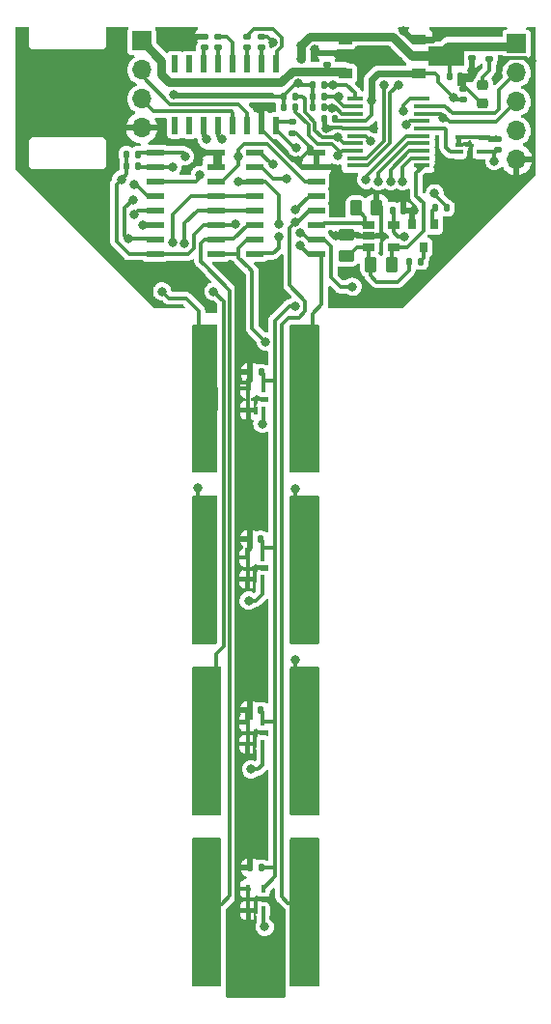
<source format=gbr>
%TF.GenerationSoftware,KiCad,Pcbnew,(6.0.0)*%
%TF.CreationDate,2022-08-23T17:29:18+02:00*%
%TF.ProjectId,TempSpike,54656d70-5370-4696-9b65-2e6b69636164,rev?*%
%TF.SameCoordinates,Original*%
%TF.FileFunction,Copper,L1,Top*%
%TF.FilePolarity,Positive*%
%FSLAX46Y46*%
G04 Gerber Fmt 4.6, Leading zero omitted, Abs format (unit mm)*
G04 Created by KiCad (PCBNEW (6.0.0)) date 2022-08-23 17:29:18*
%MOMM*%
%LPD*%
G01*
G04 APERTURE LIST*
G04 Aperture macros list*
%AMRoundRect*
0 Rectangle with rounded corners*
0 $1 Rounding radius*
0 $2 $3 $4 $5 $6 $7 $8 $9 X,Y pos of 4 corners*
0 Add a 4 corners polygon primitive as box body*
4,1,4,$2,$3,$4,$5,$6,$7,$8,$9,$2,$3,0*
0 Add four circle primitives for the rounded corners*
1,1,$1+$1,$2,$3*
1,1,$1+$1,$4,$5*
1,1,$1+$1,$6,$7*
1,1,$1+$1,$8,$9*
0 Add four rect primitives between the rounded corners*
20,1,$1+$1,$2,$3,$4,$5,0*
20,1,$1+$1,$4,$5,$6,$7,0*
20,1,$1+$1,$6,$7,$8,$9,0*
20,1,$1+$1,$8,$9,$2,$3,0*%
%AMFreePoly0*
4,1,9,3.862500,-0.866500,0.737500,-0.866500,0.737500,-0.450000,-0.737500,-0.450000,-0.737500,0.450000,0.737500,0.450000,0.737500,0.866500,3.862500,0.866500,3.862500,-0.866500,3.862500,-0.866500,$1*%
G04 Aperture macros list end*
%TA.AperFunction,SMDPad,CuDef*%
%ADD10R,2.000000X2.000000*%
%TD*%
%TA.AperFunction,SMDPad,CuDef*%
%ADD11R,0.400000X0.650000*%
%TD*%
%TA.AperFunction,SMDPad,CuDef*%
%ADD12RoundRect,0.140000X0.140000X0.170000X-0.140000X0.170000X-0.140000X-0.170000X0.140000X-0.170000X0*%
%TD*%
%TA.AperFunction,SMDPad,CuDef*%
%ADD13RoundRect,0.135000X0.135000X0.185000X-0.135000X0.185000X-0.135000X-0.185000X0.135000X-0.185000X0*%
%TD*%
%TA.AperFunction,SMDPad,CuDef*%
%ADD14R,1.500000X0.600000*%
%TD*%
%TA.AperFunction,SMDPad,CuDef*%
%ADD15RoundRect,0.140000X-0.170000X0.140000X-0.170000X-0.140000X0.170000X-0.140000X0.170000X0.140000X0*%
%TD*%
%TA.AperFunction,SMDPad,CuDef*%
%ADD16RoundRect,0.140000X0.170000X-0.140000X0.170000X0.140000X-0.170000X0.140000X-0.170000X-0.140000X0*%
%TD*%
%TA.AperFunction,SMDPad,CuDef*%
%ADD17R,1.450000X0.450000*%
%TD*%
%TA.AperFunction,SMDPad,CuDef*%
%ADD18R,0.600000X1.500000*%
%TD*%
%TA.AperFunction,SMDPad,CuDef*%
%ADD19RoundRect,0.140000X-0.140000X-0.170000X0.140000X-0.170000X0.140000X0.170000X-0.140000X0.170000X0*%
%TD*%
%TA.AperFunction,SMDPad,CuDef*%
%ADD20R,1.300000X0.900000*%
%TD*%
%TA.AperFunction,SMDPad,CuDef*%
%ADD21FreePoly0,0.000000*%
%TD*%
%TA.AperFunction,SMDPad,CuDef*%
%ADD22RoundRect,0.135000X-0.135000X-0.185000X0.135000X-0.185000X0.135000X0.185000X-0.135000X0.185000X0*%
%TD*%
%TA.AperFunction,SMDPad,CuDef*%
%ADD23R,1.060000X0.650000*%
%TD*%
%TA.AperFunction,SMDPad,CuDef*%
%ADD24RoundRect,0.218750X0.256250X-0.218750X0.256250X0.218750X-0.256250X0.218750X-0.256250X-0.218750X0*%
%TD*%
%TA.AperFunction,SMDPad,CuDef*%
%ADD25R,0.800000X0.900000*%
%TD*%
%TA.AperFunction,SMDPad,CuDef*%
%ADD26RoundRect,0.135000X0.185000X-0.135000X0.185000X0.135000X-0.185000X0.135000X-0.185000X-0.135000X0*%
%TD*%
%TA.AperFunction,SMDPad,CuDef*%
%ADD27R,0.650000X0.400000*%
%TD*%
%TA.AperFunction,ComponentPad*%
%ADD28R,1.700000X1.700000*%
%TD*%
%TA.AperFunction,ComponentPad*%
%ADD29O,1.700000X1.700000*%
%TD*%
%TA.AperFunction,SMDPad,CuDef*%
%ADD30RoundRect,0.250000X0.262500X0.450000X-0.262500X0.450000X-0.262500X-0.450000X0.262500X-0.450000X0*%
%TD*%
%TA.AperFunction,SMDPad,CuDef*%
%ADD31RoundRect,0.250000X-0.262500X-0.450000X0.262500X-0.450000X0.262500X0.450000X-0.262500X0.450000X0*%
%TD*%
%TA.AperFunction,SMDPad,CuDef*%
%ADD32RoundRect,0.250000X-0.450000X0.262500X-0.450000X-0.262500X0.450000X-0.262500X0.450000X0.262500X0*%
%TD*%
%TA.AperFunction,ViaPad*%
%ADD33C,0.800000*%
%TD*%
%TA.AperFunction,Conductor*%
%ADD34C,0.300000*%
%TD*%
%TA.AperFunction,Conductor*%
%ADD35C,0.350000*%
%TD*%
%TA.AperFunction,Conductor*%
%ADD36C,0.600000*%
%TD*%
%TA.AperFunction,Conductor*%
%ADD37C,0.400000*%
%TD*%
%TA.AperFunction,Conductor*%
%ADD38C,0.800000*%
%TD*%
G04 APERTURE END LIST*
D10*
%TO.P,J10,1,Pin_1*%
%TO.N,Net-(J10-Pad1)*%
X148700000Y-73500000D03*
%TD*%
%TO.P,J3,1,Pin_1*%
%TO.N,Net-(J3-Pad1)*%
X148500000Y-103500000D03*
%TD*%
%TO.P,J4,1,Pin_1*%
%TO.N,Net-(J4-Pad1)*%
X148717000Y-117820000D03*
%TD*%
%TO.P,J5,1,Pin_1*%
%TO.N,Net-(J5-Pad1)*%
X157510000Y-88500000D03*
%TD*%
%TO.P,J6,1,Pin_1*%
%TO.N,Net-(J6-Pad1)*%
X148500000Y-88500000D03*
%TD*%
%TO.P,J7,1,Pin_1*%
%TO.N,Net-(J7-Pad1)*%
X157226000Y-117729000D03*
%TD*%
%TO.P,J8,1,Pin_1*%
%TO.N,Net-(J8-Pad1)*%
X157099000Y-103500000D03*
%TD*%
%TO.P,J9,1,Pin_1*%
%TO.N,Net-(J9-Pad1)*%
X157400000Y-73500000D03*
%TD*%
D11*
%TO.P,U5,1,NC*%
%TO.N,GND*%
X152350000Y-118350000D03*
%TO.P,U5,2,GND*%
X153000000Y-118350000D03*
%TO.P,U5,3,VOUT*%
%TO.N,/Temp_1*%
X153650000Y-118350000D03*
%TO.P,U5,4,VIN*%
%TO.N,+3V3*%
X153650000Y-116450000D03*
%TO.P,U5,5,NC*%
%TO.N,GND*%
X152350000Y-116450000D03*
%TD*%
%TO.P,U7,1,NC*%
%TO.N,GND*%
X152300000Y-89310000D03*
%TO.P,U7,2,GND*%
X152950000Y-89310000D03*
%TO.P,U7,3,VOUT*%
%TO.N,/Temp_3*%
X153600000Y-89310000D03*
%TO.P,U7,4,VIN*%
%TO.N,+3V3*%
X153600000Y-87410000D03*
%TO.P,U7,5,NC*%
%TO.N,GND*%
X152300000Y-87410000D03*
%TD*%
%TO.P,U10,1,NC*%
%TO.N,GND*%
X152350000Y-74510000D03*
%TO.P,U10,2,GND*%
X153000000Y-74510000D03*
%TO.P,U10,3,VOUT*%
%TO.N,/Temp_2*%
X153650000Y-74510000D03*
%TO.P,U10,4,VIN*%
%TO.N,+3V3*%
X153650000Y-72610000D03*
%TO.P,U10,5,NC*%
%TO.N,GND*%
X152350000Y-72610000D03*
%TD*%
%TO.P,U11,1,NC*%
%TO.N,GND*%
X152310000Y-103750000D03*
%TO.P,U11,2,GND*%
X152960000Y-103750000D03*
%TO.P,U11,3,VOUT*%
%TO.N,/Temp_4*%
X153610000Y-103750000D03*
%TO.P,U11,4,VIN*%
%TO.N,+3V3*%
X153610000Y-101850000D03*
%TO.P,U11,5,NC*%
%TO.N,GND*%
X152310000Y-101850000D03*
%TD*%
D12*
%TO.P,C9,1*%
%TO.N,+3V3*%
X153480000Y-114600000D03*
%TO.P,C9,2*%
%TO.N,GND*%
X152520000Y-114600000D03*
%TD*%
%TO.P,C12,1*%
%TO.N,+3V3*%
X153430000Y-85800000D03*
%TO.P,C12,2*%
%TO.N,GND*%
X152470000Y-85800000D03*
%TD*%
%TO.P,C14,1*%
%TO.N,+3V3*%
X153440000Y-100800000D03*
%TO.P,C14,2*%
%TO.N,GND*%
X152480000Y-100800000D03*
%TD*%
%TO.P,C13,1*%
%TO.N,+3V3*%
X153480000Y-71200000D03*
%TO.P,C13,2*%
%TO.N,GND*%
X152520000Y-71200000D03*
%TD*%
D13*
%TO.P,R13,1*%
%TO.N,/Moisture_High_Gain*%
X169800000Y-56800000D03*
%TO.P,R13,2*%
%TO.N,Net-(Q1-Pad1)*%
X168780000Y-56800000D03*
%TD*%
D14*
%TO.P,U9,1,X4*%
%TO.N,Net-(J9-Pad1)*%
X158320000Y-60815000D03*
%TO.P,U9,2,X6*%
%TO.N,Net-(J5-Pad1)*%
X158320000Y-59545000D03*
%TO.P,U9,3,X*%
%TO.N,/Moisture_Sense*%
X158320000Y-58275000D03*
%TO.P,U9,4,X7*%
%TO.N,Net-(J7-Pad1)*%
X158320000Y-57005000D03*
%TO.P,U9,5,X5*%
%TO.N,Net-(J10-Pad1)*%
X158320000Y-55735000D03*
%TO.P,U9,6,INH*%
%TO.N,/INH*%
X158320000Y-54465000D03*
%TO.P,U9,7,VEE*%
%TO.N,GND*%
X158320000Y-53195000D03*
%TO.P,U9,8,VSS*%
X158320000Y-51925000D03*
%TO.P,U9,9,C*%
%TO.N,/C_Low*%
X152920000Y-51925000D03*
%TO.P,U9,10,B*%
%TO.N,/B_Low*%
X152920000Y-53195000D03*
%TO.P,U9,11,A*%
%TO.N,/A_Low*%
X152920000Y-54465000D03*
%TO.P,U9,12,X3*%
%TO.N,Net-(J6-Pad1)*%
X152920000Y-55735000D03*
%TO.P,U9,13,X0*%
%TO.N,Net-(J3-Pad1)*%
X152920000Y-57005000D03*
%TO.P,U9,14,X1*%
%TO.N,Net-(J4-Pad1)*%
X152920000Y-58275000D03*
%TO.P,U9,15,X2*%
%TO.N,Net-(J8-Pad1)*%
X152920000Y-59545000D03*
%TO.P,U9,16,VDD*%
%TO.N,+5V*%
X152920000Y-60815000D03*
%TD*%
D12*
%TO.P,C7,1*%
%TO.N,+3V3*%
X159960000Y-49000000D03*
%TO.P,C7,2*%
%TO.N,GND*%
X159000000Y-49000000D03*
%TD*%
D15*
%TO.P,C4,1*%
%TO.N,+3V3*%
X156250000Y-49250000D03*
%TO.P,C4,2*%
%TO.N,GND*%
X156250000Y-50210000D03*
%TD*%
%TO.P,C1,1*%
%TO.N,Net-(C1-Pad1)*%
X149750000Y-41790000D03*
%TO.P,C1,2*%
%TO.N,Net-(C1-Pad2)*%
X149750000Y-42750000D03*
%TD*%
%TO.P,C8,1*%
%TO.N,+5V*%
X172000000Y-42724500D03*
%TO.P,C8,2*%
%TO.N,GND*%
X172000000Y-43684500D03*
%TD*%
%TO.P,C6,1*%
%TO.N,Net-(C6-Pad1)*%
X152250000Y-41790000D03*
%TO.P,C6,2*%
%TO.N,Net-(C6-Pad2)*%
X152250000Y-42750000D03*
%TD*%
D14*
%TO.P,U8,1,X4*%
%TO.N,Net-(J8-Pad1)*%
X149570000Y-60815000D03*
%TO.P,U8,2,X6*%
%TO.N,Net-(J4-Pad1)*%
X149570000Y-59545000D03*
%TO.P,U8,3,X*%
%TO.N,+5V*%
X149570000Y-58275000D03*
%TO.P,U8,4,X7*%
%TO.N,Net-(J3-Pad1)*%
X149570000Y-57005000D03*
%TO.P,U8,5,X5*%
%TO.N,Net-(J6-Pad1)*%
X149570000Y-55735000D03*
%TO.P,U8,6,INH*%
%TO.N,/INH*%
X149570000Y-54465000D03*
%TO.P,U8,7,VEE*%
%TO.N,GND*%
X149570000Y-53195000D03*
%TO.P,U8,8,VSS*%
X149570000Y-51925000D03*
%TO.P,U8,9,C*%
%TO.N,/C_High*%
X144170000Y-51925000D03*
%TO.P,U8,10,B*%
%TO.N,/B_High*%
X144170000Y-53195000D03*
%TO.P,U8,11,A*%
%TO.N,/A_High*%
X144170000Y-54465000D03*
%TO.P,U8,12,X3*%
%TO.N,Net-(J9-Pad1)*%
X144170000Y-55735000D03*
%TO.P,U8,13,X0*%
%TO.N,Net-(J7-Pad1)*%
X144170000Y-57005000D03*
%TO.P,U8,14,X1*%
%TO.N,Net-(J5-Pad1)*%
X144170000Y-58275000D03*
%TO.P,U8,15,X2*%
%TO.N,Net-(J10-Pad1)*%
X144170000Y-59545000D03*
%TO.P,U8,16,VDD*%
%TO.N,+5V*%
X144170000Y-60815000D03*
%TD*%
D16*
%TO.P,C2,1*%
%TO.N,Net-(C2-Pad1)*%
X153500000Y-42750000D03*
%TO.P,C2,2*%
%TO.N,GND*%
X153500000Y-41790000D03*
%TD*%
D17*
%TO.P,U4,1,PB7/PB8*%
%TO.N,/INH*%
X161690000Y-47230000D03*
%TO.P,U4,2,PB9/PC14-OSC32_IN*%
%TO.N,/A_High*%
X161690000Y-47880000D03*
%TO.P,U4,3,PC15-OSC32_OUT*%
%TO.N,/C_Low*%
X161690000Y-48530000D03*
%TO.P,U4,4,VDD*%
%TO.N,+3V3*%
X161690000Y-49180000D03*
%TO.P,U4,5,VSS*%
%TO.N,GND*%
X161690000Y-49830000D03*
%TO.P,U4,6,NRST*%
%TO.N,/NRST*%
X161690000Y-50480000D03*
%TO.P,U4,7,PA0*%
%TO.N,/B_Low*%
X161690000Y-51130000D03*
%TO.P,U4,8,PA1*%
%TO.N,/A_Low*%
X161690000Y-51780000D03*
%TO.P,U4,9,PA2*%
%TO.N,/MCU_Out*%
X161690000Y-52430000D03*
%TO.P,U4,10,PA3*%
%TO.N,/MCU_In*%
X161690000Y-53080000D03*
%TO.P,U4,11,PA4*%
%TO.N,/Moisture_ADC*%
X167590000Y-53080000D03*
%TO.P,U4,12,PA5*%
%TO.N,/Temp_1*%
X167590000Y-52430000D03*
%TO.P,U4,13,PA6*%
%TO.N,/Temp_2*%
X167590000Y-51780000D03*
%TO.P,U4,14,PA7*%
%TO.N,/Temp_3*%
X167590000Y-51130000D03*
%TO.P,U4,15,PB0/PB1/PB2/PA8*%
%TO.N,/Temp_4*%
X167590000Y-50480000D03*
%TO.P,U4,16,PA11[PA9]*%
%TO.N,/Temp_Cont*%
X167590000Y-49830000D03*
%TO.P,U4,17,PA12[PA10]*%
%TO.N,/B_High*%
X167590000Y-49180000D03*
%TO.P,U4,18,PA13*%
%TO.N,/Moisture_High_Gain*%
X167590000Y-48530000D03*
%TO.P,U4,19,PA15/PA14-BOOT0*%
%TO.N,/SWCLK*%
X167590000Y-47880000D03*
%TO.P,U4,20,PB3/PB4/PB5/PB6*%
%TO.N,/C_High*%
X167590000Y-47230000D03*
%TD*%
D18*
%TO.P,U1,1,C1+*%
%TO.N,Net-(C6-Pad1)*%
X154825000Y-44170000D03*
%TO.P,U1,2,VS+*%
%TO.N,Net-(C2-Pad1)*%
X153555000Y-44170000D03*
%TO.P,U1,3,C1-*%
%TO.N,Net-(C6-Pad2)*%
X152285000Y-44170000D03*
%TO.P,U1,4,C2+*%
%TO.N,Net-(C1-Pad1)*%
X151015000Y-44170000D03*
%TO.P,U1,5,C2-*%
%TO.N,Net-(C1-Pad2)*%
X149745000Y-44170000D03*
%TO.P,U1,6,VS-*%
%TO.N,Net-(C3-Pad1)*%
X148475000Y-44170000D03*
%TO.P,U1,7,T2OUT*%
%TO.N,unconnected-(U1-Pad7)*%
X147205000Y-44170000D03*
%TO.P,U1,8,R2IN*%
%TO.N,unconnected-(U1-Pad8)*%
X145935000Y-44170000D03*
%TO.P,U1,9,R2OUT*%
%TO.N,unconnected-(U1-Pad9)*%
X145935000Y-49570000D03*
%TO.P,U1,10,T2IN*%
%TO.N,unconnected-(U1-Pad10)*%
X147205000Y-49570000D03*
%TO.P,U1,11,T1IN*%
%TO.N,/MCU_Out*%
X148475000Y-49570000D03*
%TO.P,U1,12,R1OUT*%
%TO.N,/MCU_In*%
X149745000Y-49570000D03*
%TO.P,U1,13,R1IN*%
%TO.N,/RPi_Out*%
X151015000Y-49570000D03*
%TO.P,U1,14,T1OUT*%
%TO.N,/RPi_In*%
X152285000Y-49570000D03*
%TO.P,U1,15,GND*%
%TO.N,GND*%
X153555000Y-49570000D03*
%TO.P,U1,16,VCC*%
%TO.N,+3V3*%
X154825000Y-49570000D03*
%TD*%
D19*
%TO.P,C5,1*%
%TO.N,+3V3*%
X165000000Y-57000000D03*
%TO.P,C5,2*%
%TO.N,GND*%
X165960000Y-57000000D03*
%TD*%
D16*
%TO.P,C3,1*%
%TO.N,Net-(C3-Pad1)*%
X148500000Y-42710000D03*
%TO.P,C3,2*%
%TO.N,GND*%
X148500000Y-41750000D03*
%TD*%
D20*
%TO.P,U3,1,GND*%
%TO.N,GND*%
X167350000Y-42000000D03*
D21*
%TO.P,U3,2,VIN*%
%TO.N,+5V*%
X167437500Y-43500000D03*
D20*
%TO.P,U3,3,VOUT*%
%TO.N,+3V3*%
X167350000Y-45000000D03*
%TD*%
D22*
%TO.P,R10,1*%
%TO.N,+5V*%
X155480000Y-47000000D03*
%TO.P,R10,2*%
%TO.N,/B_Low*%
X156500000Y-47000000D03*
%TD*%
D20*
%TO.P,U12,1,OUT*%
%TO.N,+5V*%
X160850000Y-42000000D03*
D21*
%TO.P,U12,2,GND*%
%TO.N,GND*%
X160937500Y-43500000D03*
D20*
%TO.P,U12,3,IN*%
%TO.N,VD*%
X160850000Y-45000000D03*
%TD*%
D23*
%TO.P,U2,1,+*%
%TO.N,/Moisture_Sense*%
X162900000Y-58300000D03*
%TO.P,U2,2,V-*%
%TO.N,GND*%
X162900000Y-59250000D03*
%TO.P,U2,3,-*%
%TO.N,Net-(R2-Pad1)*%
X162900000Y-60200000D03*
%TO.P,U2,4*%
%TO.N,/Moisture_ADC*%
X165100000Y-60200000D03*
%TO.P,U2,5,V+*%
%TO.N,+3V3*%
X165100000Y-58300000D03*
%TD*%
D22*
%TO.P,R11,1*%
%TO.N,+5V*%
X157990000Y-47000000D03*
%TO.P,R11,2*%
%TO.N,/A_High*%
X159010000Y-47000000D03*
%TD*%
%TO.P,R12,1*%
%TO.N,+5V*%
X155480000Y-48000000D03*
%TO.P,R12,2*%
%TO.N,/A_Low*%
X156500000Y-48000000D03*
%TD*%
%TO.P,R9,1*%
%TO.N,+5V*%
X141700000Y-53100000D03*
%TO.P,R9,2*%
%TO.N,/B_High*%
X142720000Y-53100000D03*
%TD*%
D16*
%TO.P,C11,1*%
%TO.N,+3V3*%
X174250000Y-51710000D03*
%TO.P,C11,2*%
%TO.N,GND*%
X174250000Y-50750000D03*
%TD*%
D24*
%TO.P,D1,1,K*%
%TO.N,GND*%
X172945000Y-47611500D03*
%TO.P,D1,2,A*%
%TO.N,Net-(D1-Pad2)*%
X172945000Y-46036500D03*
%TD*%
D22*
%TO.P,R8,1*%
%TO.N,+5V*%
X157990000Y-48000000D03*
%TO.P,R8,2*%
%TO.N,/C_Low*%
X159010000Y-48000000D03*
%TD*%
%TO.P,R6,1*%
%TO.N,+5V*%
X157980000Y-46000000D03*
%TO.P,R6,2*%
%TO.N,/INH*%
X159000000Y-46000000D03*
%TD*%
D13*
%TO.P,R4,1*%
%TO.N,Net-(Q1-Pad3)*%
X167500000Y-61500000D03*
%TO.P,R4,2*%
%TO.N,Net-(R2-Pad1)*%
X166480000Y-61500000D03*
%TD*%
D25*
%TO.P,Q1,1,G*%
%TO.N,Net-(Q1-Pad1)*%
X168650000Y-58250000D03*
%TO.P,Q1,2,S*%
%TO.N,GND*%
X166750000Y-58250000D03*
%TO.P,Q1,3,D*%
%TO.N,Net-(Q1-Pad3)*%
X167700000Y-60250000D03*
%TD*%
D26*
%TO.P,R5,1*%
%TO.N,Net-(D1-Pad2)*%
X173500000Y-43724000D03*
%TO.P,R5,2*%
%TO.N,+5V*%
X173500000Y-42704000D03*
%TD*%
D16*
%TO.P,C10,1*%
%TO.N,+3V3*%
X171250000Y-47277500D03*
%TO.P,C10,2*%
%TO.N,GND*%
X171250000Y-46317500D03*
%TD*%
D22*
%TO.P,R7,1*%
%TO.N,+5V*%
X141680000Y-52100000D03*
%TO.P,R7,2*%
%TO.N,/C_High*%
X142700000Y-52100000D03*
%TD*%
D19*
%TO.P,C16,1*%
%TO.N,+5V*%
X170000000Y-45250000D03*
%TO.P,C16,2*%
%TO.N,GND*%
X170960000Y-45250000D03*
%TD*%
D16*
%TO.P,C15,1*%
%TO.N,VD*%
X159250000Y-44210000D03*
%TO.P,C15,2*%
%TO.N,GND*%
X159250000Y-43250000D03*
%TD*%
D27*
%TO.P,U6,1,NC*%
%TO.N,GND*%
X170850000Y-50600000D03*
%TO.P,U6,2,GND*%
X170850000Y-51250000D03*
%TO.P,U6,3,VOUT*%
%TO.N,/Temp_Cont*%
X170850000Y-51900000D03*
%TO.P,U6,4,VIN*%
%TO.N,+3V3*%
X172750000Y-51900000D03*
%TO.P,U6,5,NC*%
%TO.N,GND*%
X172750000Y-50600000D03*
%TD*%
D28*
%TO.P,J2,1,Pin_1*%
%TO.N,+5V*%
X175895000Y-42394000D03*
D29*
%TO.P,J2,2,Pin_2*%
%TO.N,/SWCLK*%
X175895000Y-44934000D03*
%TO.P,J2,3,Pin_3*%
%TO.N,/Moisture_High_Gain*%
X175895000Y-47474000D03*
%TO.P,J2,4,Pin_4*%
%TO.N,/NRST*%
X175895000Y-50014000D03*
%TO.P,J2,5,Pin_5*%
%TO.N,GND*%
X175895000Y-52554000D03*
%TD*%
D28*
%TO.P,J1,1,Pin_1*%
%TO.N,VD*%
X143002000Y-42156000D03*
D29*
%TO.P,J1,2,Pin_2*%
%TO.N,/RPi_In*%
X143002000Y-44696000D03*
%TO.P,J1,3,Pin_3*%
%TO.N,/RPi_Out*%
X143002000Y-47236000D03*
%TO.P,J1,4,Pin_4*%
%TO.N,GND*%
X143002000Y-49776000D03*
%TD*%
D30*
%TO.P,R1,1*%
%TO.N,GND*%
X163625000Y-56800000D03*
%TO.P,R1,2*%
%TO.N,/Moisture_Sense*%
X161800000Y-56800000D03*
%TD*%
D31*
%TO.P,R2,1*%
%TO.N,Net-(R2-Pad1)*%
X163087500Y-61750000D03*
%TO.P,R2,2*%
%TO.N,/Moisture_ADC*%
X164912500Y-61750000D03*
%TD*%
D32*
%TO.P,R3,1*%
%TO.N,GND*%
X161000000Y-59175000D03*
%TO.P,R3,2*%
%TO.N,Net-(R2-Pad1)*%
X161000000Y-61000000D03*
%TD*%
D33*
%TO.N,GND*%
X152300000Y-110600000D03*
X152300000Y-109100000D03*
X159230000Y-49799990D03*
X156700000Y-52600000D03*
X166899990Y-57000000D03*
X161125000Y-55050000D03*
X160000000Y-59200000D03*
X163300000Y-49800000D03*
X158200000Y-42900000D03*
X148325000Y-51925000D03*
X154500000Y-42250000D03*
X147500000Y-42250000D03*
X172000000Y-44750000D03*
X169000000Y-41500000D03*
X166000000Y-41250000D03*
X153150000Y-48050000D03*
X137500000Y-55000000D03*
X152500000Y-79400000D03*
X159900000Y-57200000D03*
X172000000Y-55500000D03*
X154350000Y-48000000D03*
X174250000Y-45250000D03*
X153800000Y-62000000D03*
X169000000Y-53200000D03*
X162000000Y-43400000D03*
X152900000Y-77989000D03*
X152500000Y-80900000D03*
X168400000Y-54300000D03*
X177150000Y-46250000D03*
X172000000Y-57000000D03*
X170450000Y-41350000D03*
X152500000Y-121800000D03*
X137500000Y-58000000D03*
X152500000Y-124500000D03*
X150975000Y-62325000D03*
X152500000Y-123000000D03*
X173500000Y-54000000D03*
X173500000Y-55500000D03*
X177200000Y-43900000D03*
X152400000Y-94900000D03*
X148200000Y-63300000D03*
X142400000Y-62000000D03*
X151600000Y-63600000D03*
X143300000Y-63000000D03*
X173500000Y-41350000D03*
X164100000Y-64800000D03*
X139000000Y-58000000D03*
X134500000Y-55000000D03*
X171900000Y-41350000D03*
X165400000Y-64800000D03*
X165500000Y-43900000D03*
X147200000Y-62300000D03*
%TO.N,+3V3*%
X166059302Y-59281387D03*
X156600000Y-51500000D03*
X173943255Y-52684273D03*
X163199990Y-47400010D03*
X170375000Y-47125000D03*
X156500000Y-65400000D03*
%TO.N,+5V*%
X155000000Y-59274990D03*
X151250000Y-58175021D03*
X157000000Y-42521008D03*
X145816727Y-46850000D03*
X156999984Y-43750000D03*
X156738014Y-45852771D03*
X141200000Y-54300000D03*
%TO.N,/Moisture_High_Gain*%
X169400000Y-48900000D03*
X168700000Y-55500000D03*
%TO.N,/NRST*%
X163100000Y-50900000D03*
%TO.N,Net-(J3-Pad1)*%
X148000000Y-102000000D03*
X148000000Y-106500000D03*
X148000000Y-109500000D03*
X148000000Y-99000000D03*
X146775000Y-59875000D03*
X148000000Y-97500000D03*
X148000000Y-105000000D03*
X148000000Y-108000000D03*
X148000000Y-103500000D03*
X149300000Y-64100000D03*
X148000000Y-100500000D03*
%TO.N,Net-(J4-Pad1)*%
X148000000Y-121500000D03*
X148000000Y-114000000D03*
X148000000Y-115500000D03*
X148000000Y-123000000D03*
X148000000Y-112500000D03*
X148000000Y-117000000D03*
X148000000Y-118500000D03*
X148000000Y-124500000D03*
X148000000Y-120000000D03*
%TO.N,Net-(J5-Pad1)*%
X143100000Y-58275002D03*
X158000000Y-88500000D03*
X158000000Y-91500000D03*
X156900000Y-59000000D03*
X158000000Y-85500000D03*
X158000000Y-84000000D03*
X161500000Y-63700000D03*
X158000000Y-82500000D03*
X158000000Y-90000000D03*
X158000000Y-87000000D03*
X158000000Y-94500000D03*
X156500000Y-81400000D03*
X158000000Y-93000000D03*
%TO.N,Net-(J6-Pad1)*%
X148000000Y-82500000D03*
X148000000Y-94500000D03*
X145725000Y-59850000D03*
X148000000Y-93000000D03*
X148000000Y-85500000D03*
X148000000Y-90000000D03*
X148000000Y-88500000D03*
X148000000Y-84000000D03*
X148000000Y-91500000D03*
X147892000Y-81300000D03*
X148000000Y-87000000D03*
%TO.N,Net-(J7-Pad1)*%
X158000000Y-118500000D03*
X158000000Y-114000000D03*
X158000000Y-115500000D03*
X158000000Y-120000000D03*
X158000000Y-121500000D03*
X142325010Y-57329173D03*
X156500000Y-58000034D03*
X158000000Y-112500000D03*
X158000000Y-117000000D03*
X158000000Y-123000000D03*
X158000000Y-124500000D03*
%TO.N,Net-(J8-Pad1)*%
X158000000Y-102000000D03*
X158000000Y-109500000D03*
X156500000Y-96400000D03*
X158000000Y-103500000D03*
X158000000Y-97500000D03*
X158000000Y-99000000D03*
X158000000Y-100500000D03*
X158000000Y-105000000D03*
X153875000Y-68500000D03*
X158000000Y-106500000D03*
X158000000Y-108000000D03*
%TO.N,Net-(J9-Pad1)*%
X158000000Y-73500000D03*
X142382416Y-54750010D03*
X158000000Y-70500000D03*
X158000000Y-72000000D03*
X158000000Y-69000000D03*
X158000000Y-79500000D03*
X158000000Y-67500000D03*
X158000000Y-76500000D03*
X158000000Y-78000000D03*
X156900000Y-60100000D03*
X158000000Y-75000000D03*
%TO.N,Net-(J10-Pad1)*%
X141800000Y-59500000D03*
X142229804Y-56069363D03*
X148000000Y-79500000D03*
X148000000Y-69000000D03*
X148000000Y-76500000D03*
X148000000Y-67500000D03*
X148000000Y-73500000D03*
X148000000Y-70500000D03*
X148000000Y-75000000D03*
X144800000Y-64100000D03*
X156500000Y-56950021D03*
X148000000Y-72000000D03*
X148000000Y-78000000D03*
%TO.N,/INH*%
X151500000Y-52250000D03*
X159750000Y-46050000D03*
%TO.N,/C_High*%
X146800000Y-52250000D03*
X166000000Y-48317068D03*
%TO.N,/C_Low*%
X159727624Y-48022376D03*
X154550000Y-52950000D03*
%TO.N,/B_High*%
X166200000Y-49500000D03*
X145695001Y-53195001D03*
%TO.N,/B_Low*%
X160200000Y-50600000D03*
X155690423Y-54219320D03*
%TO.N,/A_High*%
X160250000Y-47000000D03*
X148100000Y-53900000D03*
%TO.N,/A_Low*%
X155034977Y-58175021D03*
X160200000Y-52200000D03*
X151484984Y-54465000D03*
%TO.N,/Temp_4*%
X162700000Y-54274998D03*
X152600000Y-106000000D03*
%TO.N,/Temp_3*%
X163800000Y-54450000D03*
X152400000Y-91200000D03*
%TO.N,/Temp_2*%
X164850003Y-54450000D03*
X153599959Y-75694780D03*
%TO.N,/Temp_1*%
X165900006Y-54450000D03*
X153800000Y-119800000D03*
%TO.N,/MCU_In*%
X165500000Y-46000000D03*
X150038697Y-50761309D03*
%TO.N,/MCU_Out*%
X164250000Y-46000000D03*
X148711361Y-50749568D03*
%TD*%
D34*
%TO.N,Net-(C1-Pad2)*%
X149750000Y-42750000D02*
X149750000Y-44250000D01*
%TO.N,Net-(C1-Pad1)*%
X151015000Y-44170000D02*
X151015000Y-42265000D01*
X151015000Y-42265000D02*
X150500000Y-41750000D01*
X150500000Y-41750000D02*
X149823692Y-41750000D01*
%TO.N,GND*%
X159250000Y-43250000D02*
X158550000Y-43250000D01*
X158550000Y-43250000D02*
X158200000Y-42900000D01*
X149870000Y-51925000D02*
X148325000Y-51925000D01*
D35*
X166750000Y-58250000D02*
X166750000Y-57149990D01*
X166750000Y-57149990D02*
X166899990Y-57000000D01*
X159120000Y-53195000D02*
X159115590Y-53190590D01*
D34*
X160750000Y-59240000D02*
X160030002Y-59240000D01*
X160030002Y-59240000D02*
X160020002Y-59250000D01*
X154040000Y-41790000D02*
X154500000Y-42250000D01*
X153500000Y-41790000D02*
X154040000Y-41790000D01*
D36*
X166750000Y-42000000D02*
X166000000Y-41250000D01*
X168500000Y-42000000D02*
X169000000Y-41500000D01*
X167350000Y-42000000D02*
X168500000Y-42000000D01*
X167350000Y-42000000D02*
X166750000Y-42000000D01*
D35*
X161690000Y-49830000D02*
X160615000Y-49830000D01*
X159074998Y-49774998D02*
X159000000Y-49700000D01*
X160559998Y-49774998D02*
X159074998Y-49774998D01*
D37*
X159000000Y-49000000D02*
X159000000Y-49569990D01*
X159000000Y-49569990D02*
X159230000Y-49799990D01*
D35*
X160615000Y-49830000D02*
X160559998Y-49774998D01*
X159750000Y-43250000D02*
X160000000Y-43500000D01*
X159250000Y-43250000D02*
X159750000Y-43250000D01*
X160000000Y-43500000D02*
X161000000Y-43500000D01*
D34*
X172000000Y-45400000D02*
X171800000Y-45600000D01*
X171800000Y-45600000D02*
X171200000Y-45600000D01*
X172000000Y-44750000D02*
X172000000Y-45400000D01*
X172811500Y-47611500D02*
X171500000Y-46300000D01*
X171500000Y-46300000D02*
X171200000Y-46300000D01*
X171200000Y-45600000D02*
X171200000Y-46300000D01*
X170960000Y-45250000D02*
X170960000Y-45360000D01*
X170960000Y-45360000D02*
X171200000Y-45600000D01*
X172945000Y-47611500D02*
X172811500Y-47611500D01*
X163270000Y-49830000D02*
X163300000Y-49800000D01*
X161690000Y-49830000D02*
X163270000Y-49830000D01*
X162990000Y-59240000D02*
X162980000Y-59250000D01*
X161500000Y-59240000D02*
X162990000Y-59240000D01*
X174099760Y-50599760D02*
X174250000Y-50750000D01*
X172000000Y-43684500D02*
X172000000Y-44750000D01*
X148000000Y-41750000D02*
X147500000Y-42250000D01*
X148500000Y-41750000D02*
X148386308Y-41750000D01*
X148386308Y-41750000D02*
X148000000Y-41750000D01*
D35*
X149870000Y-53195000D02*
X149870000Y-51925000D01*
X153555000Y-48312000D02*
X153309000Y-48066000D01*
X153555000Y-49570000D02*
X153555000Y-48312000D01*
D34*
X152960000Y-103750000D02*
X152960000Y-102960000D01*
X152300000Y-86900000D02*
X152600000Y-86600000D01*
X151339990Y-72160010D02*
X151339990Y-69160010D01*
X152350000Y-118350000D02*
X152350000Y-116450000D01*
X170850000Y-50600000D02*
X172750000Y-50600000D01*
X152310000Y-103750000D02*
X152310000Y-101850000D01*
X152305260Y-72096960D02*
X151403040Y-72096960D01*
X177000000Y-43900000D02*
X177200000Y-43900000D01*
X151403040Y-72096960D02*
X151339990Y-72160010D01*
X153000000Y-117600000D02*
X152800000Y-117400000D01*
X156700000Y-52600000D02*
X156211835Y-52600000D01*
X151339990Y-62689990D02*
X150975000Y-62325000D01*
X174250000Y-45250000D02*
X174325000Y-43975000D01*
X157900000Y-51550000D02*
X157900000Y-51900000D01*
X164025000Y-59000000D02*
X164025000Y-56725000D01*
X176750000Y-43650000D02*
X177000000Y-43900000D01*
X156560000Y-50210000D02*
X157675000Y-51325000D01*
X170850000Y-51250000D02*
X170850000Y-50600000D01*
X157475000Y-51925000D02*
X156800000Y-52600000D01*
X152950000Y-88550000D02*
X152800000Y-88400000D01*
X156211835Y-52600000D02*
X153555000Y-49943165D01*
X156800000Y-52600000D02*
X156700000Y-52600000D01*
X153000000Y-118350000D02*
X153000000Y-117600000D01*
X163775000Y-59250000D02*
X164025000Y-59000000D01*
X151339990Y-72460010D02*
X151339990Y-72160010D01*
X151339990Y-101639990D02*
X151339990Y-75139990D01*
X152800000Y-117400000D02*
X152000000Y-117400000D01*
X153555000Y-49943165D02*
X153555000Y-49570000D01*
X151339990Y-69160010D02*
X151339990Y-68660010D01*
D35*
X152520000Y-120900000D02*
X152520000Y-120420000D01*
D34*
X158620000Y-51925000D02*
X157475000Y-51925000D01*
X156250000Y-50210000D02*
X156560000Y-50210000D01*
X151339990Y-63860010D02*
X151600000Y-63600000D01*
D35*
X152520000Y-120900000D02*
X152520000Y-121780000D01*
D34*
X152350000Y-74510000D02*
X152350000Y-72610000D01*
X157675000Y-51325000D02*
X157675000Y-51875000D01*
X152950000Y-89310000D02*
X152950000Y-88550000D01*
X152960000Y-102960000D02*
X152800000Y-102800000D01*
X151339990Y-64060010D02*
X151339990Y-62689990D01*
X152600000Y-86600000D02*
X152600000Y-86200000D01*
D35*
X152520000Y-121780000D02*
X152500000Y-121800000D01*
D34*
X151849760Y-119363040D02*
X151339990Y-118853270D01*
X151339990Y-68660010D02*
X151339990Y-64060010D01*
X152300000Y-87410000D02*
X152300000Y-86900000D01*
D35*
X152349760Y-119363040D02*
X152349760Y-120249760D01*
D34*
X152300000Y-89310000D02*
X152300000Y-87410000D01*
X157675000Y-51325000D02*
X157900000Y-51550000D01*
X162900000Y-59250000D02*
X163775000Y-59250000D01*
X151456940Y-75023040D02*
X151339990Y-75139990D01*
X174137004Y-50750000D02*
X174250000Y-50750000D01*
X151339990Y-75139990D02*
X151339990Y-72460010D01*
X151339990Y-118853270D02*
X151339990Y-101639990D01*
X157675000Y-51875000D02*
X157700000Y-51900000D01*
X174650000Y-43650000D02*
X176750000Y-43650000D01*
X152800000Y-102800000D02*
X152000000Y-102800000D01*
X152800000Y-88400000D02*
X152000000Y-88400000D01*
X152349760Y-119363040D02*
X151849760Y-119363040D01*
X151339990Y-64060010D02*
X151339990Y-63860010D01*
D35*
X152349760Y-120249760D02*
X152520000Y-120420000D01*
D34*
X174325000Y-43975000D02*
X174650000Y-43650000D01*
%TO.N,Net-(C2-Pad1)*%
X153500000Y-42750000D02*
X153500000Y-44250000D01*
%TO.N,Net-(C3-Pad1)*%
X148475000Y-44170000D02*
X148475000Y-42775000D01*
D35*
%TO.N,+3V3*%
X168750000Y-45000000D02*
X167250000Y-45000000D01*
X169000000Y-45250000D02*
X168750000Y-45000000D01*
X169000000Y-45750000D02*
X169000000Y-45250000D01*
X170375000Y-47125000D02*
X169000000Y-45750000D01*
D34*
X170527500Y-47277500D02*
X170375000Y-47125000D01*
D35*
X171250000Y-47277500D02*
X170527500Y-47277500D01*
D34*
X165100000Y-58925000D02*
X165456387Y-59281387D01*
X165456387Y-59281387D02*
X166059302Y-59281387D01*
X165100000Y-58300000D02*
X165100000Y-58925000D01*
D35*
X165100000Y-57100000D02*
X165000000Y-57000000D01*
X165100000Y-58300000D02*
X165100000Y-57100000D01*
X160104987Y-49174987D02*
X160000000Y-49070000D01*
X161690000Y-49180000D02*
X160849547Y-49180000D01*
X160849547Y-49180000D02*
X160844534Y-49174987D01*
X160844534Y-49174987D02*
X160104987Y-49174987D01*
D36*
X167350000Y-45000000D02*
X163750000Y-45000000D01*
D35*
X161690000Y-49180000D02*
X162685665Y-49180000D01*
X163199990Y-48665675D02*
X163199990Y-47400010D01*
D36*
X163750000Y-45000000D02*
X163199990Y-45550010D01*
D35*
X162685665Y-49180000D02*
X163199990Y-48665675D01*
D36*
X163199990Y-45550010D02*
X163199990Y-47400010D01*
D34*
X154850000Y-49250000D02*
X154800000Y-49300000D01*
X156250000Y-49250000D02*
X154850000Y-49250000D01*
X173943255Y-52449759D02*
X173872141Y-52449759D01*
D35*
X154700000Y-76500000D02*
X154700000Y-71900000D01*
D34*
X156600000Y-51500000D02*
X156400000Y-51500000D01*
X153600000Y-87410000D02*
X153600000Y-86600000D01*
D35*
X154700000Y-91400000D02*
X154700000Y-101900000D01*
D34*
X153610000Y-101850000D02*
X153610000Y-100970000D01*
D35*
X154700000Y-66634315D02*
X155934315Y-65400000D01*
D34*
X154600000Y-114600000D02*
X154700000Y-114500000D01*
X154650000Y-101850000D02*
X154700000Y-101900000D01*
D35*
X154700000Y-101900000D02*
X154700000Y-114500000D01*
D34*
X154600000Y-86600000D02*
X154700000Y-86500000D01*
X173943255Y-52684273D02*
X173943255Y-52449759D01*
X153610000Y-100970000D02*
X153440000Y-100800000D01*
X173943255Y-52016745D02*
X174060000Y-51900000D01*
X174060000Y-51900000D02*
X174250000Y-51710000D01*
X153650000Y-71950000D02*
X153650000Y-71370000D01*
X153600000Y-85970000D02*
X153430000Y-85800000D01*
X153600000Y-86600000D02*
X153600000Y-85970000D01*
X153600000Y-86600000D02*
X154600000Y-86600000D01*
D35*
X154700000Y-71900000D02*
X154700000Y-66634315D01*
D34*
X153650000Y-71950000D02*
X154650000Y-71950000D01*
D35*
X154700000Y-114500000D02*
X154700000Y-115400000D01*
D34*
X153610000Y-101850000D02*
X154650000Y-101850000D01*
D35*
X155934315Y-65400000D02*
X156500000Y-65400000D01*
D34*
X173943255Y-52684273D02*
X173943255Y-52016745D01*
X154900000Y-50000000D02*
X154900000Y-49600000D01*
X153480000Y-114600000D02*
X154600000Y-114600000D01*
D35*
X154700000Y-86500000D02*
X154700000Y-76500000D01*
D34*
X153650000Y-72610000D02*
X153650000Y-71950000D01*
D35*
X154700000Y-115400000D02*
X153650000Y-116450000D01*
D34*
X154650000Y-71950000D02*
X154700000Y-71900000D01*
D35*
X154700000Y-91400000D02*
X154700000Y-86500000D01*
D34*
X172750000Y-51900000D02*
X174060000Y-51900000D01*
X156400000Y-51500000D02*
X154900000Y-50000000D01*
X153650000Y-71370000D02*
X153480000Y-71200000D01*
%TO.N,Net-(C6-Pad1)*%
X152860010Y-41109990D02*
X154543992Y-41109990D01*
X154543992Y-41109990D02*
X155300001Y-41865999D01*
X154884001Y-43050001D02*
X154884001Y-44115999D01*
X154884001Y-44115999D02*
X154750000Y-44250000D01*
X152250000Y-41720000D02*
X152860010Y-41109990D01*
X155300001Y-42634001D02*
X154884001Y-43050001D01*
X155300001Y-41865999D02*
X155300001Y-42634001D01*
X152250000Y-41790000D02*
X152250000Y-41720000D01*
%TO.N,Net-(C6-Pad2)*%
X152285000Y-44170000D02*
X152285000Y-42785000D01*
%TO.N,+5V*%
X155000000Y-60300000D02*
X155000000Y-59274990D01*
X153250000Y-60750000D02*
X154550000Y-60750000D01*
X154550000Y-60750000D02*
X155000000Y-60300000D01*
D38*
X157000000Y-43749984D02*
X156999984Y-43750000D01*
X157000000Y-42521008D02*
X157000000Y-43749984D01*
D34*
X149870000Y-58275000D02*
X151150021Y-58275000D01*
X151150021Y-58275000D02*
X151250000Y-58175021D01*
D35*
X145900000Y-47000000D02*
X145700000Y-46800000D01*
X155480000Y-47000000D02*
X145900000Y-47000000D01*
X145700000Y-46800000D02*
X145766727Y-46800000D01*
X145766727Y-46800000D02*
X145816727Y-46850000D01*
X145816727Y-46850000D02*
X154450000Y-46850000D01*
X154450000Y-46850000D02*
X154600000Y-47000000D01*
X170000000Y-45250000D02*
X170000000Y-43500000D01*
D34*
X157980000Y-46000000D02*
X157980000Y-47980000D01*
X157980000Y-47980000D02*
X158000000Y-48000000D01*
D35*
X153220000Y-60815000D02*
X152770000Y-60815000D01*
X147600000Y-60325000D02*
X147600000Y-59100000D01*
X147110000Y-60815000D02*
X147600000Y-60325000D01*
X141700000Y-53800000D02*
X141200000Y-54300000D01*
X140800001Y-54699999D02*
X141200000Y-54300000D01*
D34*
X141700000Y-53100000D02*
X141700000Y-52100000D01*
D35*
X141900000Y-60800000D02*
X140800001Y-59700001D01*
X141700000Y-53100000D02*
X141700000Y-53800000D01*
X148425000Y-58275000D02*
X149870000Y-58275000D01*
D34*
X156885243Y-46000000D02*
X156738014Y-45852771D01*
D38*
X165000000Y-41750000D02*
X157771008Y-41750000D01*
X175895000Y-42394000D02*
X175689000Y-42600000D01*
D35*
X140800001Y-59700001D02*
X140800001Y-54699999D01*
D34*
X155480000Y-46943380D02*
X156570609Y-45852771D01*
X156570609Y-45852771D02*
X156738014Y-45852771D01*
D35*
X147600000Y-59100000D02*
X148425000Y-58275000D01*
D38*
X175689000Y-42600000D02*
X169900000Y-42600000D01*
X169000000Y-43500000D02*
X166750000Y-43500000D01*
D35*
X144470000Y-60815000D02*
X147110000Y-60815000D01*
D34*
X155480000Y-48000000D02*
X155480000Y-46943380D01*
D38*
X166750000Y-43500000D02*
X165000000Y-41750000D01*
X157771008Y-41750000D02*
X157000000Y-42521008D01*
D34*
X157980000Y-46000000D02*
X156885243Y-46000000D01*
D35*
X144600000Y-60800000D02*
X141900000Y-60800000D01*
D38*
X169900000Y-42600000D02*
X169000000Y-43500000D01*
D35*
%TO.N,Net-(D1-Pad2)*%
X172945000Y-46036500D02*
X172945000Y-45305000D01*
X173500000Y-44750000D02*
X173500000Y-43750000D01*
X172945000Y-45305000D02*
X173500000Y-44750000D01*
%TO.N,/Moisture_High_Gain*%
X169475000Y-48725000D02*
X170000000Y-49250000D01*
D34*
X169475000Y-48725000D02*
X169475000Y-48825000D01*
X169475000Y-48825000D02*
X169400000Y-48900000D01*
D35*
X169280000Y-48530000D02*
X169475000Y-48725000D01*
X175895000Y-47474000D02*
X176121000Y-47700000D01*
X175260000Y-47474000D02*
X175895000Y-47474000D01*
X167590000Y-48530000D02*
X169280000Y-48530000D01*
X174119000Y-49250000D02*
X175895000Y-47474000D01*
X170000000Y-49250000D02*
X174119000Y-49250000D01*
D34*
X168700000Y-55600000D02*
X168700000Y-55500000D01*
X169800000Y-56700000D02*
X168700000Y-55600000D01*
D35*
%TO.N,/SWCLK*%
X173980000Y-48500000D02*
X174371000Y-48109000D01*
X167590000Y-47880000D02*
X169630000Y-47880000D01*
X174371000Y-46458000D02*
X175045001Y-45783999D01*
X170250000Y-48500000D02*
X173980000Y-48500000D01*
X174371000Y-48109000D02*
X174371000Y-46458000D01*
X175045001Y-45783999D02*
X175895000Y-44934000D01*
X169630000Y-47880000D02*
X170250000Y-48500000D01*
D34*
%TO.N,/NRST*%
X161690000Y-50480000D02*
X162680000Y-50480000D01*
X162680000Y-50480000D02*
X163100000Y-50900000D01*
%TO.N,Net-(J3-Pad1)*%
X153220000Y-57005000D02*
X152170000Y-57005000D01*
X153420000Y-57005000D02*
X149870000Y-57005000D01*
D35*
X147895000Y-57005000D02*
X146775000Y-58125000D01*
D34*
X150200001Y-65000001D02*
X149300000Y-64100000D01*
X150200000Y-94149990D02*
X150200001Y-75700000D01*
X150200001Y-75700000D02*
X150200001Y-70399999D01*
D35*
X149870000Y-57005000D02*
X147895000Y-57005000D01*
D34*
X148500000Y-98600000D02*
X149500000Y-97600000D01*
X149500000Y-97600000D02*
X149500000Y-95900000D01*
X149500000Y-95900000D02*
X150200000Y-95200000D01*
X150200001Y-70399999D02*
X150200001Y-70200000D01*
X148500000Y-103500000D02*
X148500000Y-98600000D01*
X150200000Y-95200000D02*
X150200000Y-94149990D01*
X150200001Y-70399999D02*
X150200001Y-65000001D01*
D35*
X146775000Y-58125000D02*
X146775000Y-59875000D01*
%TO.N,Net-(J4-Pad1)*%
X149870000Y-59545000D02*
X148955000Y-59545000D01*
D34*
X153220000Y-58275000D02*
X152325000Y-58275000D01*
X152325000Y-58275000D02*
X151100000Y-59500000D01*
X151100000Y-59500000D02*
X149750000Y-59500000D01*
X150750011Y-64050011D02*
X150750011Y-117086989D01*
X150750011Y-117086989D02*
X150017000Y-117820000D01*
X148500010Y-61800010D02*
X150750011Y-64050011D01*
X148755000Y-59545000D02*
X148555000Y-59545000D01*
X148555000Y-59545000D02*
X148175010Y-59924990D01*
X148175010Y-59924990D02*
X148175010Y-61475010D01*
X148175010Y-61475010D02*
X148500010Y-61800010D01*
X150017000Y-117820000D02*
X148717000Y-117820000D01*
D35*
%TO.N,Net-(J5-Pad1)*%
X144470000Y-58275000D02*
X143100002Y-58275000D01*
X143100002Y-58275000D02*
X143100000Y-58275002D01*
X159624990Y-60124990D02*
X159624990Y-62874990D01*
D34*
X157510000Y-88500000D02*
X156500000Y-87490000D01*
D35*
X160450000Y-63700000D02*
X161500000Y-63700000D01*
X157645000Y-59545000D02*
X159045000Y-59545000D01*
X159624990Y-62874990D02*
X160450000Y-63700000D01*
D34*
X156500000Y-87490000D02*
X156500000Y-81400000D01*
D35*
X157100000Y-59000000D02*
X157645000Y-59545000D01*
X156900000Y-59000000D02*
X157100000Y-59000000D01*
X159045000Y-59545000D02*
X159624990Y-60124990D01*
D34*
%TO.N,Net-(J6-Pad1)*%
X149670000Y-55735000D02*
X153220000Y-55735000D01*
X149870000Y-55735000D02*
X150920000Y-55735000D01*
D35*
X147900000Y-81308000D02*
X147900000Y-81873685D01*
X147365000Y-55735000D02*
X145725000Y-57375000D01*
X145725000Y-57375000D02*
X145725000Y-59850000D01*
X147900000Y-81873685D02*
X147900000Y-82800000D01*
X149870000Y-55735000D02*
X147365000Y-55735000D01*
X147892000Y-81300000D02*
X147900000Y-81308000D01*
%TO.N,Net-(J7-Pad1)*%
X157695000Y-57005000D02*
X156699966Y-58000034D01*
D34*
X155829000Y-117729000D02*
X155275010Y-117175010D01*
X157346000Y-64946000D02*
X155974998Y-63574998D01*
X157346000Y-65846000D02*
X157346000Y-64946000D01*
D35*
X142649183Y-57005000D02*
X142325010Y-57329173D01*
D34*
X155275010Y-67024990D02*
X155900000Y-66400000D01*
D35*
X158620000Y-57005000D02*
X157695000Y-57005000D01*
X156699966Y-58000034D02*
X156500000Y-58000034D01*
D34*
X155275010Y-117175010D02*
X155275010Y-67024990D01*
X155974998Y-63574998D02*
X155974998Y-60525002D01*
X155900000Y-66400000D02*
X156792001Y-66400000D01*
D35*
X155974998Y-60525002D02*
X155974998Y-58525036D01*
D34*
X157226000Y-117729000D02*
X155829000Y-117729000D01*
D35*
X144470000Y-57005000D02*
X142649183Y-57005000D01*
D34*
X156792001Y-66400000D02*
X157346000Y-65846000D01*
D35*
X155974998Y-58525036D02*
X156500000Y-58000034D01*
D34*
%TO.N,Net-(J8-Pad1)*%
X150920000Y-60815000D02*
X149870000Y-60815000D01*
X150405000Y-60815000D02*
X149670000Y-60815000D01*
X152255000Y-59545000D02*
X151500000Y-60300000D01*
X152700000Y-62325000D02*
X152375000Y-62000000D01*
X152700000Y-67325000D02*
X152700000Y-62325000D01*
X151515000Y-60815000D02*
X151515000Y-60315000D01*
X150985000Y-60815000D02*
X150920000Y-60815000D01*
X151515000Y-60315000D02*
X151500000Y-60300000D01*
X153220000Y-59545000D02*
X152255000Y-59545000D01*
X153875000Y-68500000D02*
X152700000Y-67325000D01*
X156500000Y-102901000D02*
X156500000Y-96400000D01*
X157099000Y-103500000D02*
X156500000Y-102901000D01*
X151515000Y-61140000D02*
X151515000Y-60815000D01*
X151515000Y-60815000D02*
X150920000Y-60815000D01*
X152375000Y-62000000D02*
X151515000Y-61140000D01*
D35*
%TO.N,Net-(J9-Pad1)*%
X158000000Y-72000000D02*
X158000000Y-72900000D01*
X158000000Y-70500000D02*
X158000000Y-72000000D01*
X158000000Y-69000000D02*
X158000000Y-70500000D01*
X158000000Y-67500000D02*
X158000000Y-69000000D01*
X158000000Y-72900000D02*
X157400000Y-73500000D01*
X143550000Y-55750000D02*
X142550010Y-54750010D01*
X158620000Y-60815000D02*
X157615000Y-60815000D01*
X158800000Y-65252595D02*
X158000000Y-66052595D01*
X144500000Y-55750000D02*
X143550000Y-55750000D01*
X157615000Y-60815000D02*
X156900000Y-60100000D01*
X142550010Y-54750010D02*
X142382416Y-54750010D01*
X158000000Y-66052595D02*
X158000000Y-67500000D01*
X158800000Y-60800000D02*
X158800000Y-65252595D01*
%TO.N,Net-(J10-Pad1)*%
X141800000Y-59500000D02*
X144500000Y-59500000D01*
X148000000Y-67500000D02*
X148000000Y-65800000D01*
X148000000Y-69000000D02*
X148000000Y-67500000D01*
X148000000Y-70500000D02*
X148000000Y-69000000D01*
X148000000Y-72000000D02*
X148000000Y-70500000D01*
D34*
X145400000Y-64700000D02*
X146700000Y-64700000D01*
D35*
X158620000Y-55735000D02*
X157715021Y-55735000D01*
X141800000Y-59500000D02*
X141500000Y-59200000D01*
D34*
X144800000Y-64100000D02*
X145400000Y-64700000D01*
D35*
X141500000Y-59200000D02*
X141500000Y-56799167D01*
X148000000Y-65800000D02*
X146900000Y-64700000D01*
X149010000Y-73500000D02*
X148000000Y-72490000D01*
X141500000Y-56799167D02*
X142229804Y-56069363D01*
X146900000Y-64700000D02*
X146700000Y-64700000D01*
X148000000Y-72490000D02*
X148000000Y-72000000D01*
X157715021Y-55735000D02*
X156500000Y-56950021D01*
D34*
%TO.N,/Moisture_Sense*%
X162975000Y-58275000D02*
X163000000Y-58250000D01*
X162900000Y-58300000D02*
X162750000Y-58150000D01*
X158870000Y-58275000D02*
X158995000Y-58150000D01*
X161800000Y-56800000D02*
X162575000Y-57575000D01*
X162575000Y-57575000D02*
X162575000Y-58300000D01*
X158995000Y-58150000D02*
X162350000Y-58150000D01*
X162575000Y-58300000D02*
X162600000Y-58300000D01*
X162350000Y-58150000D02*
X162475000Y-58275000D01*
%TO.N,/Moisture_ADC*%
X167570000Y-53100000D02*
X167300000Y-53100000D01*
X167300000Y-53100000D02*
X167200000Y-53200000D01*
X167590000Y-53080000D02*
X167570000Y-53100000D01*
X165000000Y-62250000D02*
X165250000Y-62000000D01*
X165250000Y-62000000D02*
X165250000Y-61500000D01*
X167700000Y-58784002D02*
X167700000Y-56384006D01*
X164912500Y-60337500D02*
X165000000Y-60250000D01*
X164912500Y-61750000D02*
X164912500Y-60337500D01*
X167100000Y-53700000D02*
X167700000Y-53100000D01*
X167100000Y-55784006D02*
X167100000Y-53700000D01*
X165100000Y-60200000D02*
X166284002Y-60200000D01*
X166284002Y-60200000D02*
X167700000Y-58784002D01*
X167700000Y-56384006D02*
X167100000Y-55784006D01*
%TO.N,Net-(R2-Pad1)*%
X163000000Y-61500000D02*
X163000000Y-62035000D01*
X161000000Y-61000000D02*
X161175000Y-61000000D01*
X163625000Y-63250000D02*
X165475000Y-63250000D01*
X165475000Y-63250000D02*
X166475000Y-62250000D01*
X166475000Y-62250000D02*
X166475000Y-61525000D01*
X162900000Y-60200000D02*
X162900000Y-61650000D01*
X163087500Y-62712500D02*
X163625000Y-63250000D01*
X161175000Y-61000000D02*
X161925000Y-60250000D01*
X163087500Y-61750000D02*
X163087500Y-62712500D01*
X161925000Y-60250000D02*
X163000000Y-60250000D01*
X162900000Y-61650000D02*
X163000000Y-61750000D01*
%TO.N,/INH*%
X159750000Y-46000000D02*
X159000000Y-46000000D01*
X159750000Y-46000000D02*
X159750000Y-46050000D01*
D35*
X161000000Y-46000000D02*
X161729999Y-46729999D01*
X161729999Y-46729999D02*
X161729999Y-47229999D01*
X159750000Y-46000000D02*
X161000000Y-46000000D01*
D34*
X158620000Y-54465000D02*
X157299002Y-54465000D01*
X151500000Y-51684315D02*
X151500000Y-52250000D01*
X157299002Y-54465000D02*
X154034002Y-51200000D01*
D35*
X151500000Y-52250000D02*
X151500000Y-53075000D01*
D34*
X151984315Y-51200000D02*
X151500000Y-51684315D01*
D35*
X150075000Y-54500000D02*
X149750000Y-54500000D01*
X151500000Y-53075000D02*
X150075000Y-54500000D01*
D34*
X154034002Y-51200000D02*
X151984315Y-51200000D01*
%TO.N,/C_High*%
X144470000Y-51925000D02*
X146675000Y-51925000D01*
X146675000Y-51925000D02*
X147000000Y-52250000D01*
X142875000Y-51925000D02*
X142700000Y-52100000D01*
X144470000Y-51925000D02*
X142875000Y-51925000D01*
X166565000Y-47230000D02*
X166000000Y-47795000D01*
X166000000Y-47795000D02*
X166000000Y-48317068D01*
X167590000Y-47230000D02*
X166565000Y-47230000D01*
%TO.N,/C_Low*%
X159750000Y-48000000D02*
X160033692Y-48000000D01*
X159010000Y-48000000D02*
X159750000Y-48000000D01*
X159750000Y-48000000D02*
X159727624Y-48022376D01*
X160563692Y-48530000D02*
X160033692Y-48000000D01*
X161690000Y-48530000D02*
X160563692Y-48530000D01*
D35*
X153370000Y-51925000D02*
X154260693Y-52815693D01*
D34*
%TO.N,/B_High*%
X166520000Y-49180000D02*
X166200000Y-49500000D01*
X167590000Y-49180000D02*
X166520000Y-49180000D01*
X144470000Y-53195000D02*
X142795000Y-53195000D01*
X145520001Y-53195001D02*
X145895001Y-53195001D01*
X144470000Y-53195000D02*
X145520001Y-53195001D01*
%TO.N,/B_Low*%
X157634689Y-48720010D02*
X158200001Y-49285322D01*
X158815998Y-50600000D02*
X160200000Y-50600000D01*
X156500000Y-47000000D02*
X157100000Y-47000000D01*
X158200001Y-49984003D02*
X158815998Y-50600000D01*
X157319990Y-47219990D02*
X157319990Y-48406610D01*
X158200001Y-49285322D02*
X158200001Y-49984003D01*
X157633390Y-48720010D02*
X157634689Y-48720010D01*
X157319990Y-48406610D02*
X157633390Y-48720010D01*
X157100000Y-47000000D02*
X157319990Y-47219990D01*
D35*
X160730000Y-51130000D02*
X160200000Y-50600000D01*
X161690000Y-51130000D02*
X160730000Y-51130000D01*
X154519320Y-54219320D02*
X155690423Y-54219320D01*
X153495000Y-53195000D02*
X154519320Y-54219320D01*
X153220000Y-53195000D02*
X153495000Y-53195000D01*
D34*
%TO.N,/A_High*%
X159836620Y-47000000D02*
X159000000Y-47000000D01*
X159836620Y-47000000D02*
X160250000Y-47000000D01*
X161690000Y-47880000D02*
X160716620Y-47880000D01*
X160250000Y-47000000D02*
X160250000Y-47413380D01*
X160268310Y-47431690D02*
X159836620Y-47000000D01*
X147735000Y-54465000D02*
X148300000Y-53900000D01*
X160716620Y-47880000D02*
X160268310Y-47431690D01*
X160250000Y-47413380D02*
X160268310Y-47431690D01*
X144470000Y-54465000D02*
X147735000Y-54465000D01*
D35*
%TO.N,/A_Low*%
X152770000Y-54465000D02*
X153220000Y-54465000D01*
X161690000Y-51780000D02*
X160620000Y-51780000D01*
X160620000Y-51780000D02*
X160200000Y-52200000D01*
D37*
X152920000Y-54465000D02*
X151484984Y-54465000D01*
D34*
X158400000Y-51200000D02*
X159665002Y-51200000D01*
X160432501Y-51967499D02*
X160200000Y-52200000D01*
X156500000Y-48000000D02*
X156500000Y-48364453D01*
X159665002Y-51200000D02*
X160432501Y-51967499D01*
X156500000Y-48364453D02*
X157649990Y-49514443D01*
X157649990Y-50449990D02*
X158400000Y-51200000D01*
X157649990Y-49514443D02*
X157649990Y-50449990D01*
D35*
X155034977Y-55634977D02*
X155034977Y-58175021D01*
X153220000Y-54465000D02*
X153865000Y-54465000D01*
X153865000Y-54465000D02*
X155034977Y-55634977D01*
D34*
%TO.N,/Temp_4*%
X166242168Y-50480000D02*
X162700000Y-54022168D01*
X162700000Y-54022168D02*
X162700000Y-54600000D01*
X167590000Y-50480000D02*
X166242168Y-50480000D01*
X162700000Y-54050000D02*
X162700000Y-54274998D01*
X153610000Y-105590000D02*
X153610000Y-103750000D01*
X152600000Y-106000000D02*
X153200000Y-106000000D01*
X153200000Y-106000000D02*
X153610000Y-105590000D01*
%TO.N,/Temp_3*%
X153000000Y-91200000D02*
X153600000Y-90600000D01*
X163800000Y-54450000D02*
X163800000Y-53700000D01*
X153600000Y-90600000D02*
X153600000Y-89310000D01*
X152400000Y-91200000D02*
X153000000Y-91200000D01*
X163800000Y-53700000D02*
X166370000Y-51130000D01*
X166370000Y-51130000D02*
X167590000Y-51130000D01*
%TO.N,/Temp_2*%
X166497830Y-51780000D02*
X164850000Y-53427830D01*
X153650000Y-74510000D02*
X153650000Y-75644739D01*
X164850000Y-54449997D02*
X164850003Y-54450000D01*
X164850000Y-53427830D02*
X164850000Y-54449997D01*
X153650000Y-75644739D02*
X153599959Y-75694780D01*
X167590000Y-51780000D02*
X166497830Y-51780000D01*
%TO.N,/Temp_1*%
X167590000Y-52430000D02*
X166670000Y-52430000D01*
X166670000Y-52430000D02*
X165900006Y-53199994D01*
X165900006Y-53199994D02*
X165900006Y-54450000D01*
X153650000Y-118350000D02*
X153650000Y-119650000D01*
X153650000Y-119650000D02*
X153800000Y-119800000D01*
%TO.N,/Temp_Cont*%
X170850000Y-51900000D02*
X170100000Y-51900000D01*
X169686960Y-49936960D02*
X169580000Y-49830000D01*
X170100000Y-51900000D02*
X169686960Y-51486960D01*
X169686960Y-51486960D02*
X169686960Y-49936960D01*
X169580000Y-49830000D02*
X167590000Y-49830000D01*
D37*
%TO.N,VD*%
X159250000Y-45000000D02*
X160750000Y-45000000D01*
D35*
X159250000Y-44210000D02*
X159250000Y-45000000D01*
D38*
X144750000Y-45125000D02*
X145425000Y-45800000D01*
X156195995Y-44800001D02*
X160800001Y-44800001D01*
X145425000Y-45800000D02*
X155195996Y-45800000D01*
X160800001Y-44800001D02*
X161000000Y-45000000D01*
X155195996Y-45800000D02*
X156195995Y-44800001D01*
X144750000Y-43904000D02*
X144750000Y-45125000D01*
X143002000Y-42156000D02*
X144750000Y-43904000D01*
D35*
%TO.N,/RPi_In*%
X151515000Y-47700000D02*
X152285000Y-48470000D01*
X143002000Y-44696000D02*
X143002000Y-45202000D01*
X152285000Y-48470000D02*
X152285000Y-49570000D01*
X143002000Y-45202000D02*
X145500000Y-47700000D01*
X145500000Y-47700000D02*
X151515000Y-47700000D01*
%TO.N,/RPi_Out*%
X150876000Y-48300000D02*
X144050000Y-48300000D01*
X151015000Y-49570000D02*
X151015000Y-48439000D01*
X151015000Y-48439000D02*
X150876000Y-48300000D01*
X144050000Y-48300000D02*
X143000000Y-47250000D01*
D34*
%TO.N,Net-(Q1-Pad3)*%
X167700000Y-61200000D02*
X167700000Y-60200000D01*
X167400000Y-61500000D02*
X167700000Y-61200000D01*
%TO.N,/MCU_In*%
X162842830Y-53080000D02*
X164800000Y-51122830D01*
X161690000Y-53080000D02*
X162842830Y-53080000D01*
X164800000Y-51122830D02*
X164800000Y-46700000D01*
X164800000Y-46700000D02*
X165500000Y-46000000D01*
X149745000Y-49570000D02*
X149745000Y-50467612D01*
X149745000Y-50467612D02*
X150038697Y-50761309D01*
%TO.N,/MCU_Out*%
X161690000Y-52430000D02*
X162715000Y-52430000D01*
X162715000Y-52430000D02*
X164250000Y-50895000D01*
X164250000Y-50895000D02*
X164250000Y-46000000D01*
D35*
X148475000Y-49570000D02*
X148475000Y-50020000D01*
D34*
X148475000Y-49570000D02*
X148475000Y-50513207D01*
X148475000Y-50513207D02*
X148711361Y-50749568D01*
D35*
%TO.N,Net-(Q1-Pad1)*%
X168500000Y-58000000D02*
X168750000Y-58250000D01*
X168500000Y-57050000D02*
X168500000Y-58000000D01*
X168800000Y-56750000D02*
X168500000Y-57050000D01*
%TD*%
%TA.AperFunction,Conductor*%
%TO.N,Net-(J8-Pad1)*%
G36*
X158542121Y-97020002D02*
G01*
X158588614Y-97073658D01*
X158600000Y-97126000D01*
X158600000Y-109874000D01*
X158579998Y-109942121D01*
X158526342Y-109988614D01*
X158474000Y-110000000D01*
X156126000Y-110000000D01*
X156057879Y-109979998D01*
X156011386Y-109926342D01*
X156000000Y-109874000D01*
X156000000Y-97126000D01*
X156020002Y-97057879D01*
X156073658Y-97011386D01*
X156126000Y-97000000D01*
X158474000Y-97000000D01*
X158542121Y-97020002D01*
G37*
%TD.AperFunction*%
%TD*%
%TA.AperFunction,Conductor*%
%TO.N,Net-(J9-Pad1)*%
G36*
X158542121Y-67020002D02*
G01*
X158588614Y-67073658D01*
X158600000Y-67126000D01*
X158600000Y-79874000D01*
X158579998Y-79942121D01*
X158526342Y-79988614D01*
X158474000Y-80000000D01*
X156126000Y-80000000D01*
X156057879Y-79979998D01*
X156011386Y-79926342D01*
X156000000Y-79874000D01*
X156000000Y-67130714D01*
X156020002Y-67062593D01*
X156036905Y-67041619D01*
X156041619Y-67036905D01*
X156103931Y-67002879D01*
X156130714Y-67000000D01*
X158474000Y-67000000D01*
X158542121Y-67020002D01*
G37*
%TD.AperFunction*%
%TD*%
%TA.AperFunction,Conductor*%
%TO.N,Net-(J5-Pad1)*%
G36*
X158542121Y-82020002D02*
G01*
X158588614Y-82073658D01*
X158600000Y-82126000D01*
X158600000Y-94874000D01*
X158579998Y-94942121D01*
X158526342Y-94988614D01*
X158474000Y-95000000D01*
X156126000Y-95000000D01*
X156057879Y-94979998D01*
X156011386Y-94926342D01*
X156000000Y-94874000D01*
X156000000Y-82126000D01*
X156020002Y-82057879D01*
X156073658Y-82011386D01*
X156126000Y-82000000D01*
X158474000Y-82000000D01*
X158542121Y-82020002D01*
G37*
%TD.AperFunction*%
%TD*%
%TA.AperFunction,Conductor*%
%TO.N,Net-(J7-Pad1)*%
G36*
X158542121Y-112020002D02*
G01*
X158588614Y-112073658D01*
X158600000Y-112126000D01*
X158600000Y-124874000D01*
X158579998Y-124942121D01*
X158526342Y-124988614D01*
X158474000Y-125000000D01*
X156126000Y-125000000D01*
X156057879Y-124979998D01*
X156011386Y-124926342D01*
X156000000Y-124874000D01*
X156000000Y-112126000D01*
X156020002Y-112057879D01*
X156073658Y-112011386D01*
X156126000Y-112000000D01*
X158474000Y-112000000D01*
X158542121Y-112020002D01*
G37*
%TD.AperFunction*%
%TD*%
%TA.AperFunction,Conductor*%
%TO.N,Net-(J10-Pad1)*%
G36*
X149591622Y-67020002D02*
G01*
X149638115Y-67073658D01*
X149649501Y-67126000D01*
X149649501Y-79874000D01*
X149629499Y-79942121D01*
X149575843Y-79988614D01*
X149523501Y-80000000D01*
X147526000Y-80000000D01*
X147457879Y-79979998D01*
X147411386Y-79926342D01*
X147400000Y-79874000D01*
X147400000Y-67126000D01*
X147420002Y-67057879D01*
X147473658Y-67011386D01*
X147526000Y-67000000D01*
X149523501Y-67000000D01*
X149591622Y-67020002D01*
G37*
%TD.AperFunction*%
%TD*%
%TA.AperFunction,Conductor*%
%TO.N,Net-(J6-Pad1)*%
G36*
X149591622Y-82020002D02*
G01*
X149638115Y-82073658D01*
X149649501Y-82126000D01*
X149649500Y-94079505D01*
X149649500Y-94874000D01*
X149629498Y-94942121D01*
X149575842Y-94988614D01*
X149523500Y-95000000D01*
X147526000Y-95000000D01*
X147457879Y-94979998D01*
X147411386Y-94926342D01*
X147400000Y-94874000D01*
X147400000Y-82126000D01*
X147420002Y-82057879D01*
X147473658Y-82011386D01*
X147526000Y-82000000D01*
X149523501Y-82000000D01*
X149591622Y-82020002D01*
G37*
%TD.AperFunction*%
%TD*%
%TA.AperFunction,Conductor*%
%TO.N,Net-(J3-Pad1)*%
G36*
X149942121Y-97020002D02*
G01*
X149988614Y-97073658D01*
X150000000Y-97126000D01*
X150000000Y-109874000D01*
X149979998Y-109942121D01*
X149926342Y-109988614D01*
X149874000Y-110000000D01*
X147526000Y-110000000D01*
X147457879Y-109979998D01*
X147411386Y-109926342D01*
X147400000Y-109874000D01*
X147400000Y-97126000D01*
X147420002Y-97057879D01*
X147473658Y-97011386D01*
X147526000Y-97000000D01*
X149874000Y-97000000D01*
X149942121Y-97020002D01*
G37*
%TD.AperFunction*%
%TD*%
%TA.AperFunction,Conductor*%
%TO.N,Net-(J4-Pad1)*%
G36*
X149942121Y-112020002D02*
G01*
X149988614Y-112073658D01*
X150000000Y-112126000D01*
X150000000Y-124874000D01*
X149979998Y-124942121D01*
X149926342Y-124988614D01*
X149874000Y-125000000D01*
X147526000Y-125000000D01*
X147457879Y-124979998D01*
X147411386Y-124926342D01*
X147400000Y-124874000D01*
X147400000Y-112126000D01*
X147420002Y-112057879D01*
X147473658Y-112011386D01*
X147526000Y-112000000D01*
X149874000Y-112000000D01*
X149942121Y-112020002D01*
G37*
%TD.AperFunction*%
%TD*%
%TA.AperFunction,Conductor*%
%TO.N,GND*%
G36*
X152149500Y-67310007D02*
G01*
X152149389Y-67315283D01*
X152146790Y-67377294D01*
X152148752Y-67385659D01*
X152156727Y-67419662D01*
X152158890Y-67431333D01*
X152164794Y-67474432D01*
X152168206Y-67482316D01*
X152168206Y-67482317D01*
X152170765Y-67488230D01*
X152177799Y-67509499D01*
X152181232Y-67524136D01*
X152185369Y-67531661D01*
X152185370Y-67531664D01*
X152202195Y-67562268D01*
X152207411Y-67572913D01*
X152224695Y-67612855D01*
X152234158Y-67624541D01*
X152246645Y-67643125D01*
X152253893Y-67656308D01*
X152260897Y-67664422D01*
X152285433Y-67688958D01*
X152294258Y-67698759D01*
X152314206Y-67723392D01*
X152319614Y-67730070D01*
X152326613Y-67735044D01*
X152326614Y-67735045D01*
X152334946Y-67740966D01*
X152351051Y-67754576D01*
X153035904Y-68439428D01*
X153069929Y-68501741D01*
X153072208Y-68516227D01*
X153087039Y-68667486D01*
X153143726Y-68837896D01*
X153236759Y-68991512D01*
X153361514Y-69120699D01*
X153511789Y-69219036D01*
X153680116Y-69281636D01*
X153687097Y-69282567D01*
X153687099Y-69282568D01*
X153851149Y-69304457D01*
X153851153Y-69304457D01*
X153858130Y-69305388D01*
X153865142Y-69304750D01*
X153865145Y-69304750D01*
X153971673Y-69295055D01*
X153987081Y-69293653D01*
X154056734Y-69307399D01*
X154107898Y-69356620D01*
X154124500Y-69419134D01*
X154124500Y-70480500D01*
X154104498Y-70548621D01*
X154050842Y-70595114D01*
X153980568Y-70605218D01*
X153922320Y-70580862D01*
X153887828Y-70554681D01*
X153750140Y-70500167D01*
X153661995Y-70489500D01*
X153480121Y-70489500D01*
X153298006Y-70489501D01*
X153294249Y-70489956D01*
X153294243Y-70489956D01*
X153217890Y-70499195D01*
X153217887Y-70499196D01*
X153209860Y-70500167D01*
X153202337Y-70503145D01*
X153202335Y-70503146D01*
X153163759Y-70518419D01*
X153093059Y-70524898D01*
X153053237Y-70509721D01*
X152926220Y-70434604D01*
X152911784Y-70428357D01*
X152791395Y-70393381D01*
X152777295Y-70393421D01*
X152774000Y-70400691D01*
X152774000Y-71932000D01*
X152753998Y-72000121D01*
X152700342Y-72046614D01*
X152648000Y-72058000D01*
X152568115Y-72058000D01*
X152552876Y-72062475D01*
X152551671Y-72063865D01*
X152550000Y-72071548D01*
X152550000Y-72684000D01*
X152529998Y-72752121D01*
X152476342Y-72798614D01*
X152424000Y-72810000D01*
X151660116Y-72810000D01*
X151644877Y-72814475D01*
X151643672Y-72815865D01*
X151642001Y-72823548D01*
X151642001Y-72979669D01*
X151642371Y-72986490D01*
X151647895Y-73037352D01*
X151651521Y-73052604D01*
X151696676Y-73173054D01*
X151705214Y-73188649D01*
X151781715Y-73290724D01*
X151794276Y-73303285D01*
X151896351Y-73379786D01*
X151911946Y-73388324D01*
X152032394Y-73433478D01*
X152048960Y-73437417D01*
X152110606Y-73472634D01*
X152143427Y-73535589D01*
X152137001Y-73606294D01*
X152093369Y-73662301D01*
X152048960Y-73682583D01*
X152032394Y-73686522D01*
X151911946Y-73731676D01*
X151896351Y-73740214D01*
X151794276Y-73816715D01*
X151781715Y-73829276D01*
X151705214Y-73931351D01*
X151696676Y-73946946D01*
X151651522Y-74067394D01*
X151647895Y-74082649D01*
X151642369Y-74133514D01*
X151642000Y-74140328D01*
X151642000Y-74291885D01*
X151646475Y-74307124D01*
X151647865Y-74308329D01*
X151655548Y-74310000D01*
X152781885Y-74310000D01*
X152797124Y-74305525D01*
X152798329Y-74304135D01*
X152800379Y-74294709D01*
X152834403Y-74232397D01*
X152851188Y-74223231D01*
X152829607Y-74208922D01*
X152801039Y-74143927D01*
X152800000Y-74127778D01*
X152800000Y-73695116D01*
X152795525Y-73679877D01*
X152794135Y-73678672D01*
X152786452Y-73677001D01*
X152755331Y-73677001D01*
X152748514Y-73677370D01*
X152708885Y-73681675D01*
X152639002Y-73669146D01*
X152586987Y-73620825D01*
X152569353Y-73552053D01*
X152591700Y-73484665D01*
X152646932Y-73440056D01*
X152666128Y-73433830D01*
X152667604Y-73433479D01*
X152788054Y-73388324D01*
X152803649Y-73379786D01*
X152905724Y-73303285D01*
X152918284Y-73290725D01*
X152968661Y-73223506D01*
X153025520Y-73180990D01*
X153096339Y-73175964D01*
X153158583Y-73209975D01*
X153211658Y-73263050D01*
X153324696Y-73320646D01*
X153334485Y-73322196D01*
X153334487Y-73322197D01*
X153361849Y-73326530D01*
X153418481Y-73335500D01*
X153649953Y-73335500D01*
X153881518Y-73335499D01*
X153975304Y-73320646D01*
X153975782Y-73323666D01*
X154030531Y-73322101D01*
X154091329Y-73358764D01*
X154122655Y-73422476D01*
X154124500Y-73443962D01*
X154124500Y-73676037D01*
X154104498Y-73744158D01*
X154050842Y-73790651D01*
X153980568Y-73800755D01*
X153975944Y-73799680D01*
X153975304Y-73799354D01*
X153881519Y-73784500D01*
X153865275Y-73784500D01*
X153554715Y-73784501D01*
X153486596Y-73764499D01*
X153479151Y-73759327D01*
X153453649Y-73740214D01*
X153438054Y-73731676D01*
X153317606Y-73686522D01*
X153302351Y-73682895D01*
X153251486Y-73677369D01*
X153244672Y-73677000D01*
X153218115Y-73677000D01*
X153202876Y-73681475D01*
X153201671Y-73682865D01*
X153200000Y-73690548D01*
X153200000Y-73816418D01*
X153179998Y-73884539D01*
X153163095Y-73905513D01*
X153121950Y-73946658D01*
X153064354Y-74059696D01*
X153062804Y-74069485D01*
X153062803Y-74069487D01*
X153050449Y-74147489D01*
X153020037Y-74211642D01*
X152997358Y-74225763D01*
X153024367Y-74245981D01*
X153049179Y-74312501D01*
X153049500Y-74321491D01*
X153049501Y-74584000D01*
X153029499Y-74652120D01*
X152975844Y-74698613D01*
X152923501Y-74710000D01*
X152568115Y-74710000D01*
X152552876Y-74714475D01*
X152551671Y-74715865D01*
X152550000Y-74723548D01*
X152550000Y-75324884D01*
X152554475Y-75340123D01*
X152555865Y-75341328D01*
X152563548Y-75342999D01*
X152594669Y-75342999D01*
X152601490Y-75342629D01*
X152660207Y-75336252D01*
X152660467Y-75338647D01*
X152689534Y-75338649D01*
X152689794Y-75336252D01*
X152711792Y-75338642D01*
X152777354Y-75365885D01*
X152817780Y-75424248D01*
X152820649Y-75493536D01*
X152819390Y-75498738D01*
X152816981Y-75505358D01*
X152794473Y-75683533D01*
X152811998Y-75862266D01*
X152868685Y-76032676D01*
X152961718Y-76186292D01*
X153086473Y-76315479D01*
X153236748Y-76413816D01*
X153405075Y-76476416D01*
X153412056Y-76477347D01*
X153412058Y-76477348D01*
X153576108Y-76499237D01*
X153576112Y-76499237D01*
X153583089Y-76500168D01*
X153590101Y-76499530D01*
X153590105Y-76499530D01*
X153754919Y-76484531D01*
X153754920Y-76484531D01*
X153761940Y-76483892D01*
X153932741Y-76428395D01*
X153938792Y-76424788D01*
X153945207Y-76421878D01*
X153946378Y-76424458D01*
X154002766Y-76409956D01*
X154070170Y-76432253D01*
X154114820Y-76487452D01*
X154124500Y-76535884D01*
X154124500Y-85118452D01*
X154104498Y-85186573D01*
X154050842Y-85233066D01*
X153980568Y-85243170D01*
X153922324Y-85218817D01*
X153837828Y-85154681D01*
X153700140Y-85100167D01*
X153611995Y-85089500D01*
X153430121Y-85089500D01*
X153248006Y-85089501D01*
X153244249Y-85089956D01*
X153244243Y-85089956D01*
X153167890Y-85099195D01*
X153167887Y-85099196D01*
X153159860Y-85100167D01*
X153152337Y-85103145D01*
X153152335Y-85103146D01*
X153113759Y-85118419D01*
X153043059Y-85124898D01*
X153003237Y-85109721D01*
X152876220Y-85034604D01*
X152861784Y-85028357D01*
X152741395Y-84993381D01*
X152727295Y-84993421D01*
X152724000Y-85000691D01*
X152724000Y-86532000D01*
X152703998Y-86600121D01*
X152650342Y-86646614D01*
X152598000Y-86658000D01*
X152518115Y-86658000D01*
X152502876Y-86662475D01*
X152501671Y-86663865D01*
X152500000Y-86671548D01*
X152500000Y-87484000D01*
X152479998Y-87552121D01*
X152426342Y-87598614D01*
X152374000Y-87610000D01*
X151610116Y-87610000D01*
X151594877Y-87614475D01*
X151593672Y-87615865D01*
X151592001Y-87623548D01*
X151592001Y-87779669D01*
X151592371Y-87786490D01*
X151597895Y-87837352D01*
X151601521Y-87852604D01*
X151646676Y-87973054D01*
X151655214Y-87988649D01*
X151731715Y-88090724D01*
X151744276Y-88103285D01*
X151846351Y-88179786D01*
X151861946Y-88188324D01*
X151982394Y-88233478D01*
X151998960Y-88237417D01*
X152060606Y-88272634D01*
X152093427Y-88335589D01*
X152087001Y-88406294D01*
X152043369Y-88462301D01*
X151998960Y-88482583D01*
X151982394Y-88486522D01*
X151861946Y-88531676D01*
X151846351Y-88540214D01*
X151744276Y-88616715D01*
X151731715Y-88629276D01*
X151655214Y-88731351D01*
X151646676Y-88746946D01*
X151601522Y-88867394D01*
X151597895Y-88882649D01*
X151592369Y-88933514D01*
X151592000Y-88940328D01*
X151592000Y-89091885D01*
X151596475Y-89107124D01*
X151597865Y-89108329D01*
X151605548Y-89110000D01*
X152731885Y-89110000D01*
X152747124Y-89105525D01*
X152748329Y-89104135D01*
X152750379Y-89094710D01*
X152784404Y-89032397D01*
X152801189Y-89023232D01*
X152779607Y-89008922D01*
X152751039Y-88943927D01*
X152750000Y-88927778D01*
X152750000Y-88495116D01*
X152745525Y-88479877D01*
X152744135Y-88478672D01*
X152736452Y-88477001D01*
X152705331Y-88477001D01*
X152698514Y-88477370D01*
X152658885Y-88481675D01*
X152589002Y-88469146D01*
X152536987Y-88420825D01*
X152519353Y-88352053D01*
X152541700Y-88284665D01*
X152596932Y-88240056D01*
X152616128Y-88233830D01*
X152617604Y-88233479D01*
X152738054Y-88188324D01*
X152753649Y-88179786D01*
X152855724Y-88103285D01*
X152868284Y-88090725D01*
X152918661Y-88023506D01*
X152975520Y-87980990D01*
X153046339Y-87975964D01*
X153108583Y-88009975D01*
X153161658Y-88063050D01*
X153274696Y-88120646D01*
X153284485Y-88122196D01*
X153284487Y-88122197D01*
X153309087Y-88126093D01*
X153368481Y-88135500D01*
X153599953Y-88135500D01*
X153831518Y-88135499D01*
X153836412Y-88134724D01*
X153915506Y-88122198D01*
X153915508Y-88122197D01*
X153925304Y-88120646D01*
X153934144Y-88116142D01*
X153941296Y-88112498D01*
X154011073Y-88099393D01*
X154076858Y-88126093D01*
X154117765Y-88184120D01*
X154124500Y-88224764D01*
X154124500Y-88495236D01*
X154104498Y-88563357D01*
X154050842Y-88609850D01*
X153980568Y-88619954D01*
X153941296Y-88607502D01*
X153934139Y-88603855D01*
X153934135Y-88603854D01*
X153925304Y-88599354D01*
X153915515Y-88597804D01*
X153915513Y-88597803D01*
X153888151Y-88593470D01*
X153831519Y-88584500D01*
X153815275Y-88584500D01*
X153504715Y-88584501D01*
X153436596Y-88564499D01*
X153429151Y-88559327D01*
X153403649Y-88540214D01*
X153388054Y-88531676D01*
X153267606Y-88486522D01*
X153252351Y-88482895D01*
X153201486Y-88477369D01*
X153194672Y-88477000D01*
X153168115Y-88477000D01*
X153152876Y-88481475D01*
X153151671Y-88482865D01*
X153150000Y-88490548D01*
X153150000Y-88616418D01*
X153129998Y-88684539D01*
X153113095Y-88705513D01*
X153071950Y-88746658D01*
X153014354Y-88859696D01*
X153012804Y-88869485D01*
X153012803Y-88869487D01*
X153000449Y-88947489D01*
X152970037Y-89011642D01*
X152947358Y-89025763D01*
X152974368Y-89045982D01*
X152999179Y-89112502D01*
X152999500Y-89121492D01*
X152999501Y-89501488D01*
X152979499Y-89569608D01*
X152951563Y-89593815D01*
X152958512Y-89596989D01*
X152996896Y-89656715D01*
X153000449Y-89672504D01*
X153014354Y-89760304D01*
X153018857Y-89769141D01*
X153018857Y-89769142D01*
X153035767Y-89802329D01*
X153049500Y-89859532D01*
X153049500Y-90319784D01*
X153029498Y-90387905D01*
X153012596Y-90408879D01*
X152942204Y-90479272D01*
X152879892Y-90513297D01*
X152809076Y-90508233D01*
X152785601Y-90496566D01*
X152753136Y-90475963D01*
X152723352Y-90465357D01*
X152590586Y-90418081D01*
X152590581Y-90418080D01*
X152583951Y-90415719D01*
X152576965Y-90414886D01*
X152576961Y-90414885D01*
X152449177Y-90399648D01*
X152405624Y-90394455D01*
X152398621Y-90395191D01*
X152398620Y-90395191D01*
X152234025Y-90412490D01*
X152234021Y-90412491D01*
X152227017Y-90413227D01*
X152220346Y-90415498D01*
X152063677Y-90468832D01*
X152063674Y-90468833D01*
X152057007Y-90471103D01*
X152051009Y-90474793D01*
X152051007Y-90474794D01*
X152042969Y-90479739D01*
X151904045Y-90565206D01*
X151899014Y-90570132D01*
X151899011Y-90570135D01*
X151836883Y-90630976D01*
X151775732Y-90690859D01*
X151678446Y-90841817D01*
X151617022Y-91010578D01*
X151594514Y-91188753D01*
X151612039Y-91367486D01*
X151668726Y-91537896D01*
X151672373Y-91543918D01*
X151751944Y-91675305D01*
X151761759Y-91691512D01*
X151766648Y-91696575D01*
X151766649Y-91696576D01*
X151791395Y-91722201D01*
X151886514Y-91820699D01*
X152036789Y-91919036D01*
X152205116Y-91981636D01*
X152212097Y-91982567D01*
X152212099Y-91982568D01*
X152376149Y-92004457D01*
X152376153Y-92004457D01*
X152383130Y-92005388D01*
X152390142Y-92004750D01*
X152390146Y-92004750D01*
X152554960Y-91989751D01*
X152554961Y-91989751D01*
X152561981Y-91989112D01*
X152732782Y-91933615D01*
X152763714Y-91915176D01*
X152880992Y-91845265D01*
X152880994Y-91845264D01*
X152887044Y-91841657D01*
X152944243Y-91787187D01*
X153007368Y-91754695D01*
X153036410Y-91752544D01*
X153052294Y-91753210D01*
X153063848Y-91750500D01*
X153094662Y-91743273D01*
X153106333Y-91741110D01*
X153121229Y-91739069D01*
X153149432Y-91735206D01*
X153163230Y-91729235D01*
X153184499Y-91722201D01*
X153190775Y-91720729D01*
X153199136Y-91718768D01*
X153206661Y-91714631D01*
X153206664Y-91714630D01*
X153237268Y-91697805D01*
X153247913Y-91692589D01*
X153287855Y-91675305D01*
X153299541Y-91665842D01*
X153318126Y-91653354D01*
X153325518Y-91649290D01*
X153331308Y-91646107D01*
X153339422Y-91639103D01*
X153363958Y-91614567D01*
X153373759Y-91605742D01*
X153398392Y-91585794D01*
X153398393Y-91585793D01*
X153405070Y-91580386D01*
X153415966Y-91565054D01*
X153429576Y-91548949D01*
X153909404Y-91069120D01*
X153971717Y-91035095D01*
X154042532Y-91040159D01*
X154099368Y-91082706D01*
X154124179Y-91149226D01*
X154124500Y-91158215D01*
X154124500Y-100110861D01*
X154104498Y-100178982D01*
X154050842Y-100225475D01*
X153980568Y-100235579D01*
X153922321Y-100211224D01*
X153854668Y-100159873D01*
X153854669Y-100159873D01*
X153847828Y-100154681D01*
X153710140Y-100100167D01*
X153621995Y-100089500D01*
X153440121Y-100089500D01*
X153258006Y-100089501D01*
X153254249Y-100089956D01*
X153254243Y-100089956D01*
X153177890Y-100099195D01*
X153177887Y-100099196D01*
X153169860Y-100100167D01*
X153162337Y-100103145D01*
X153162335Y-100103146D01*
X153123759Y-100118419D01*
X153053059Y-100124898D01*
X153013237Y-100109721D01*
X152886220Y-100034604D01*
X152871784Y-100028357D01*
X152751395Y-99993381D01*
X152737295Y-99993421D01*
X152734000Y-100000691D01*
X152734000Y-101532000D01*
X152713998Y-101600121D01*
X152660342Y-101646614D01*
X152608000Y-101658000D01*
X152528115Y-101658000D01*
X152512876Y-101662475D01*
X152511671Y-101663865D01*
X152510000Y-101671548D01*
X152510000Y-101924000D01*
X152489998Y-101992121D01*
X152436342Y-102038614D01*
X152384000Y-102050000D01*
X151620116Y-102050000D01*
X151604877Y-102054475D01*
X151603672Y-102055865D01*
X151602001Y-102063548D01*
X151602001Y-102219669D01*
X151602371Y-102226490D01*
X151607895Y-102277352D01*
X151611521Y-102292604D01*
X151656676Y-102413054D01*
X151665214Y-102428649D01*
X151741715Y-102530724D01*
X151754276Y-102543285D01*
X151856351Y-102619786D01*
X151871946Y-102628324D01*
X151992394Y-102673478D01*
X152008960Y-102677417D01*
X152070606Y-102712634D01*
X152103427Y-102775589D01*
X152097001Y-102846294D01*
X152053369Y-102902301D01*
X152008960Y-102922583D01*
X151992394Y-102926522D01*
X151871946Y-102971676D01*
X151856351Y-102980214D01*
X151754276Y-103056715D01*
X151741715Y-103069276D01*
X151665214Y-103171351D01*
X151656676Y-103186946D01*
X151611522Y-103307394D01*
X151607895Y-103322649D01*
X151602369Y-103373514D01*
X151602000Y-103380328D01*
X151602000Y-103531885D01*
X151606475Y-103547124D01*
X151607865Y-103548329D01*
X151615548Y-103550000D01*
X152741885Y-103550000D01*
X152757124Y-103545525D01*
X152758329Y-103544135D01*
X152760379Y-103534710D01*
X152794404Y-103472397D01*
X152811189Y-103463232D01*
X152789607Y-103448922D01*
X152761039Y-103383927D01*
X152760000Y-103367778D01*
X152760000Y-102935116D01*
X152755525Y-102919877D01*
X152754135Y-102918672D01*
X152746452Y-102917001D01*
X152715331Y-102917001D01*
X152708514Y-102917370D01*
X152668885Y-102921675D01*
X152599002Y-102909146D01*
X152546987Y-102860825D01*
X152529353Y-102792053D01*
X152551700Y-102724665D01*
X152606932Y-102680056D01*
X152626128Y-102673830D01*
X152627604Y-102673479D01*
X152748054Y-102628324D01*
X152763649Y-102619786D01*
X152865724Y-102543285D01*
X152878284Y-102530725D01*
X152928661Y-102463506D01*
X152985520Y-102420990D01*
X153056339Y-102415964D01*
X153118583Y-102449975D01*
X153171658Y-102503050D01*
X153284696Y-102560646D01*
X153294485Y-102562196D01*
X153294487Y-102562197D01*
X153321849Y-102566530D01*
X153378481Y-102575500D01*
X153609953Y-102575500D01*
X153841518Y-102575499D01*
X153846412Y-102574724D01*
X153925506Y-102562198D01*
X153925508Y-102562197D01*
X153935304Y-102560646D01*
X153944141Y-102556143D01*
X153953572Y-102553079D01*
X153954248Y-102555161D01*
X154011067Y-102544487D01*
X154076853Y-102571184D01*
X154117763Y-102629209D01*
X154124500Y-102669859D01*
X154124500Y-102930141D01*
X154104498Y-102998262D01*
X154050842Y-103044755D01*
X153980568Y-103054859D01*
X153953754Y-103046357D01*
X153953571Y-103046920D01*
X153944137Y-103043854D01*
X153935304Y-103039354D01*
X153925515Y-103037804D01*
X153925513Y-103037803D01*
X153898151Y-103033470D01*
X153841519Y-103024500D01*
X153825275Y-103024500D01*
X153514715Y-103024501D01*
X153446596Y-103004499D01*
X153439151Y-102999327D01*
X153413649Y-102980214D01*
X153398054Y-102971676D01*
X153277606Y-102926522D01*
X153262351Y-102922895D01*
X153211486Y-102917369D01*
X153204672Y-102917000D01*
X153178115Y-102917000D01*
X153162876Y-102921475D01*
X153161671Y-102922865D01*
X153160000Y-102930548D01*
X153160000Y-103056418D01*
X153139998Y-103124539D01*
X153123095Y-103145513D01*
X153081950Y-103186658D01*
X153024354Y-103299696D01*
X153022804Y-103309485D01*
X153022803Y-103309487D01*
X153010449Y-103387489D01*
X152980037Y-103451642D01*
X152957358Y-103465763D01*
X152984368Y-103485982D01*
X153009179Y-103552502D01*
X153009500Y-103561492D01*
X153009501Y-103941488D01*
X152989499Y-104009608D01*
X152961563Y-104033815D01*
X152968512Y-104036989D01*
X153006896Y-104096715D01*
X153010449Y-104112504D01*
X153024354Y-104200304D01*
X153028857Y-104209141D01*
X153028857Y-104209142D01*
X153045767Y-104242329D01*
X153059500Y-104299532D01*
X153059500Y-105135221D01*
X153039498Y-105203342D01*
X152985842Y-105249835D01*
X152915568Y-105259939D01*
X152891233Y-105253920D01*
X152790586Y-105218081D01*
X152790581Y-105218080D01*
X152783951Y-105215719D01*
X152776965Y-105214886D01*
X152776961Y-105214885D01*
X152649177Y-105199648D01*
X152605624Y-105194455D01*
X152598621Y-105195191D01*
X152598620Y-105195191D01*
X152434025Y-105212490D01*
X152434021Y-105212491D01*
X152427017Y-105213227D01*
X152420346Y-105215498D01*
X152263677Y-105268832D01*
X152263674Y-105268833D01*
X152257007Y-105271103D01*
X152104045Y-105365206D01*
X152099014Y-105370132D01*
X152099011Y-105370135D01*
X152036883Y-105430976D01*
X151975732Y-105490859D01*
X151878446Y-105641817D01*
X151817022Y-105810578D01*
X151794514Y-105988753D01*
X151812039Y-106167486D01*
X151868726Y-106337896D01*
X151872373Y-106343918D01*
X151951944Y-106475305D01*
X151961759Y-106491512D01*
X151966648Y-106496575D01*
X151966649Y-106496576D01*
X151991395Y-106522201D01*
X152086514Y-106620699D01*
X152236789Y-106719036D01*
X152405116Y-106781636D01*
X152412097Y-106782567D01*
X152412099Y-106782568D01*
X152576149Y-106804457D01*
X152576153Y-106804457D01*
X152583130Y-106805388D01*
X152590142Y-106804750D01*
X152590146Y-106804750D01*
X152754960Y-106789751D01*
X152754961Y-106789751D01*
X152761981Y-106789112D01*
X152932782Y-106733615D01*
X152963714Y-106715176D01*
X153080992Y-106645265D01*
X153080994Y-106645264D01*
X153087044Y-106641657D01*
X153144243Y-106587187D01*
X153207368Y-106554695D01*
X153236410Y-106552544D01*
X153252294Y-106553210D01*
X153263848Y-106550500D01*
X153294662Y-106543273D01*
X153306333Y-106541110D01*
X153321229Y-106539069D01*
X153349432Y-106535206D01*
X153363230Y-106529235D01*
X153384499Y-106522201D01*
X153390775Y-106520729D01*
X153399136Y-106518768D01*
X153406661Y-106514631D01*
X153406664Y-106514630D01*
X153437268Y-106497805D01*
X153447913Y-106492589D01*
X153487855Y-106475305D01*
X153499541Y-106465842D01*
X153518126Y-106453354D01*
X153525518Y-106449290D01*
X153531308Y-106446107D01*
X153539422Y-106439103D01*
X153563958Y-106414567D01*
X153573759Y-106405742D01*
X153598392Y-106385794D01*
X153598393Y-106385793D01*
X153605070Y-106380386D01*
X153610043Y-106373388D01*
X153610048Y-106373383D01*
X153615968Y-106365052D01*
X153629579Y-106348946D01*
X153909405Y-106069120D01*
X153971717Y-106035094D01*
X154042532Y-106040159D01*
X154099368Y-106082706D01*
X154124179Y-106149226D01*
X154124500Y-106158215D01*
X154124500Y-113880500D01*
X154104498Y-113948621D01*
X154050842Y-113995114D01*
X153980568Y-114005218D01*
X153922320Y-113980862D01*
X153887828Y-113954681D01*
X153750140Y-113900167D01*
X153661995Y-113889500D01*
X153480121Y-113889500D01*
X153298006Y-113889501D01*
X153294249Y-113889956D01*
X153294243Y-113889956D01*
X153217890Y-113899195D01*
X153217887Y-113899196D01*
X153209860Y-113900167D01*
X153202337Y-113903145D01*
X153202335Y-113903146D01*
X153163759Y-113918419D01*
X153093059Y-113924898D01*
X153053237Y-113909721D01*
X152926220Y-113834604D01*
X152911784Y-113828357D01*
X152791395Y-113793381D01*
X152777295Y-113793421D01*
X152774000Y-113800691D01*
X152774000Y-114728000D01*
X152753998Y-114796121D01*
X152700342Y-114842614D01*
X152648000Y-114854000D01*
X151751576Y-114854000D01*
X151736781Y-114858344D01*
X151734937Y-114868775D01*
X151736688Y-114878359D01*
X151778357Y-115021784D01*
X151784604Y-115036220D01*
X151859876Y-115163499D01*
X151869516Y-115175926D01*
X151974074Y-115280484D01*
X151986501Y-115290124D01*
X152113780Y-115365396D01*
X152135489Y-115374790D01*
X152134585Y-115376879D01*
X152184697Y-115408890D01*
X152214367Y-115473390D01*
X152204455Y-115543691D01*
X152158110Y-115597474D01*
X152101777Y-115615761D01*
X152101912Y-115617001D01*
X152047648Y-115622895D01*
X152032396Y-115626521D01*
X151911946Y-115671676D01*
X151896351Y-115680214D01*
X151794276Y-115756715D01*
X151781715Y-115769276D01*
X151705214Y-115871351D01*
X151696676Y-115886946D01*
X151651522Y-116007394D01*
X151647895Y-116022649D01*
X151642369Y-116073514D01*
X151642000Y-116080328D01*
X151642000Y-116231885D01*
X151646475Y-116247124D01*
X151647865Y-116248329D01*
X151655548Y-116250000D01*
X152424000Y-116250000D01*
X152492121Y-116270002D01*
X152538614Y-116323658D01*
X152550000Y-116376000D01*
X152550000Y-116524000D01*
X152529998Y-116592121D01*
X152476342Y-116638614D01*
X152424000Y-116650000D01*
X151660116Y-116650000D01*
X151644877Y-116654475D01*
X151643672Y-116655865D01*
X151642001Y-116663548D01*
X151642001Y-116819669D01*
X151642371Y-116826490D01*
X151647895Y-116877352D01*
X151651521Y-116892604D01*
X151696676Y-117013054D01*
X151705214Y-117028649D01*
X151781715Y-117130724D01*
X151794276Y-117143285D01*
X151896351Y-117219786D01*
X151911946Y-117228324D01*
X152032394Y-117273478D01*
X152048960Y-117277417D01*
X152110606Y-117312634D01*
X152143427Y-117375589D01*
X152137001Y-117446294D01*
X152093369Y-117502301D01*
X152048960Y-117522583D01*
X152032394Y-117526522D01*
X151911946Y-117571676D01*
X151896351Y-117580214D01*
X151794276Y-117656715D01*
X151781715Y-117669276D01*
X151705214Y-117771351D01*
X151696676Y-117786946D01*
X151651522Y-117907394D01*
X151647895Y-117922649D01*
X151642369Y-117973514D01*
X151642000Y-117980328D01*
X151642000Y-118131885D01*
X151646475Y-118147124D01*
X151647865Y-118148329D01*
X151655548Y-118150000D01*
X152781885Y-118150000D01*
X152797124Y-118145525D01*
X152798329Y-118144135D01*
X152800379Y-118134710D01*
X152834404Y-118072397D01*
X152851189Y-118063232D01*
X152829607Y-118048922D01*
X152801039Y-117983927D01*
X152800000Y-117967778D01*
X152800000Y-117535116D01*
X152795525Y-117519877D01*
X152794135Y-117518672D01*
X152786452Y-117517001D01*
X152755331Y-117517001D01*
X152748514Y-117517370D01*
X152708885Y-117521675D01*
X152639002Y-117509146D01*
X152586987Y-117460825D01*
X152569353Y-117392053D01*
X152591700Y-117324665D01*
X152646932Y-117280056D01*
X152666128Y-117273830D01*
X152667604Y-117273479D01*
X152788054Y-117228324D01*
X152803649Y-117219786D01*
X152905724Y-117143285D01*
X152918284Y-117130725D01*
X152968661Y-117063506D01*
X153025520Y-117020990D01*
X153096339Y-117015964D01*
X153158583Y-117049975D01*
X153211658Y-117103050D01*
X153324696Y-117160646D01*
X153334485Y-117162196D01*
X153334487Y-117162197D01*
X153354036Y-117165293D01*
X153418481Y-117175500D01*
X153649953Y-117175500D01*
X153881518Y-117175499D01*
X153887820Y-117174501D01*
X153965506Y-117162198D01*
X153965508Y-117162197D01*
X153975304Y-117160646D01*
X154088342Y-117103050D01*
X154178050Y-117013342D01*
X154235646Y-116900304D01*
X154250500Y-116806519D01*
X154250500Y-116715570D01*
X154270502Y-116647449D01*
X154287405Y-116626475D01*
X154509415Y-116404465D01*
X154571727Y-116370439D01*
X154642542Y-116375504D01*
X154699378Y-116418051D01*
X154724189Y-116484571D01*
X154724510Y-116493560D01*
X154724510Y-117160017D01*
X154724399Y-117165293D01*
X154721800Y-117227304D01*
X154723762Y-117235669D01*
X154731737Y-117269672D01*
X154733900Y-117281343D01*
X154739804Y-117324442D01*
X154743216Y-117332326D01*
X154743216Y-117332327D01*
X154745775Y-117338240D01*
X154752809Y-117359509D01*
X154756242Y-117374146D01*
X154760379Y-117381671D01*
X154760380Y-117381674D01*
X154777205Y-117412278D01*
X154782421Y-117422923D01*
X154799705Y-117462865D01*
X154809168Y-117474551D01*
X154821655Y-117493135D01*
X154828903Y-117506318D01*
X154835907Y-117514432D01*
X154860443Y-117538968D01*
X154869268Y-117548769D01*
X154889216Y-117573402D01*
X154894624Y-117580080D01*
X154901623Y-117585054D01*
X154901624Y-117585055D01*
X154909956Y-117590976D01*
X154926061Y-117604586D01*
X155429131Y-118107655D01*
X155432783Y-118111464D01*
X155474799Y-118157156D01*
X155482099Y-118161682D01*
X155482100Y-118161683D01*
X155511783Y-118180087D01*
X155521563Y-118186808D01*
X155550180Y-118208530D01*
X155592347Y-118265648D01*
X155600000Y-118308892D01*
X155600000Y-124874000D01*
X155600360Y-124877344D01*
X155601085Y-124884088D01*
X155601807Y-124897765D01*
X155600206Y-125874207D01*
X155580092Y-125942294D01*
X155526360Y-125988699D01*
X155474206Y-126000000D01*
X150526000Y-126000000D01*
X150457879Y-125979998D01*
X150411386Y-125926342D01*
X150400000Y-125874000D01*
X150400000Y-119788753D01*
X152994514Y-119788753D01*
X152995201Y-119795760D01*
X152995201Y-119795763D01*
X152996005Y-119803963D01*
X153012039Y-119967486D01*
X153014262Y-119974168D01*
X153014262Y-119974169D01*
X153022967Y-120000336D01*
X153068726Y-120137896D01*
X153161759Y-120291512D01*
X153286514Y-120420699D01*
X153436789Y-120519036D01*
X153605116Y-120581636D01*
X153612097Y-120582567D01*
X153612099Y-120582568D01*
X153776149Y-120604457D01*
X153776153Y-120604457D01*
X153783130Y-120605388D01*
X153790142Y-120604750D01*
X153790146Y-120604750D01*
X153954960Y-120589751D01*
X153954961Y-120589751D01*
X153961981Y-120589112D01*
X154132782Y-120533615D01*
X154163714Y-120515176D01*
X154280992Y-120445265D01*
X154280994Y-120445264D01*
X154287044Y-120441657D01*
X154417099Y-120317807D01*
X154434570Y-120291512D01*
X154512582Y-120174093D01*
X154516483Y-120168222D01*
X154531168Y-120129564D01*
X154577757Y-120006919D01*
X154577758Y-120006914D01*
X154580257Y-120000336D01*
X154605251Y-119822493D01*
X154605565Y-119800000D01*
X154585546Y-119621528D01*
X154579427Y-119603955D01*
X154528803Y-119458584D01*
X154526485Y-119451927D01*
X154431316Y-119299625D01*
X154367771Y-119235635D01*
X154309733Y-119177190D01*
X154309729Y-119177187D01*
X154304770Y-119172193D01*
X154258985Y-119143137D01*
X154212187Y-119089747D01*
X154200500Y-119036752D01*
X154200500Y-118899532D01*
X154214233Y-118842329D01*
X154235646Y-118800304D01*
X154250500Y-118706519D01*
X154250499Y-117993482D01*
X154235646Y-117899696D01*
X154178050Y-117786658D01*
X154088342Y-117696950D01*
X153975304Y-117639354D01*
X153965515Y-117637804D01*
X153965513Y-117637803D01*
X153938151Y-117633470D01*
X153881519Y-117624500D01*
X153865275Y-117624500D01*
X153554715Y-117624501D01*
X153486596Y-117604499D01*
X153479151Y-117599327D01*
X153453649Y-117580214D01*
X153438054Y-117571676D01*
X153317606Y-117526522D01*
X153302351Y-117522895D01*
X153251486Y-117517369D01*
X153244672Y-117517000D01*
X153218115Y-117517000D01*
X153202876Y-117521475D01*
X153201671Y-117522865D01*
X153200000Y-117530548D01*
X153200000Y-117656418D01*
X153179998Y-117724539D01*
X153163095Y-117745513D01*
X153121950Y-117786658D01*
X153064354Y-117899696D01*
X153062804Y-117909485D01*
X153062803Y-117909487D01*
X153050449Y-117987489D01*
X153020037Y-118051642D01*
X152997358Y-118065763D01*
X153024368Y-118085982D01*
X153049179Y-118152502D01*
X153049500Y-118161492D01*
X153049501Y-118541488D01*
X153029499Y-118609608D01*
X153001563Y-118633815D01*
X153008512Y-118636989D01*
X153046896Y-118696715D01*
X153050449Y-118712504D01*
X153064354Y-118800304D01*
X153068855Y-118809137D01*
X153068857Y-118809142D01*
X153085767Y-118842329D01*
X153099500Y-118899532D01*
X153099500Y-119372064D01*
X153082927Y-119428360D01*
X153085395Y-119429585D01*
X153082264Y-119435893D01*
X153078446Y-119441817D01*
X153017022Y-119610578D01*
X152994514Y-119788753D01*
X150400000Y-119788753D01*
X150400000Y-118719669D01*
X151642001Y-118719669D01*
X151642371Y-118726490D01*
X151647895Y-118777352D01*
X151651521Y-118792604D01*
X151696676Y-118913054D01*
X151705214Y-118928649D01*
X151781715Y-119030724D01*
X151794276Y-119043285D01*
X151896351Y-119119786D01*
X151911946Y-119128324D01*
X152032394Y-119173478D01*
X152047649Y-119177105D01*
X152098514Y-119182631D01*
X152105328Y-119183000D01*
X152131885Y-119183000D01*
X152147124Y-119178525D01*
X152148329Y-119177135D01*
X152150000Y-119169452D01*
X152150000Y-119164884D01*
X152550000Y-119164884D01*
X152554475Y-119180123D01*
X152555865Y-119181328D01*
X152563548Y-119182999D01*
X152594669Y-119182999D01*
X152601490Y-119182629D01*
X152660207Y-119176252D01*
X152660467Y-119178647D01*
X152689533Y-119178649D01*
X152689793Y-119176252D01*
X152748514Y-119182631D01*
X152755328Y-119183000D01*
X152781885Y-119183000D01*
X152797124Y-119178525D01*
X152798329Y-119177135D01*
X152800000Y-119169452D01*
X152800000Y-118732213D01*
X152820002Y-118664092D01*
X152847937Y-118639886D01*
X152840989Y-118636713D01*
X152802605Y-118576987D01*
X152795525Y-118552876D01*
X152794135Y-118551671D01*
X152786452Y-118550000D01*
X152568115Y-118550000D01*
X152552876Y-118554475D01*
X152551671Y-118555865D01*
X152550000Y-118563548D01*
X152550000Y-119164884D01*
X152150000Y-119164884D01*
X152150000Y-118568115D01*
X152145525Y-118552876D01*
X152144135Y-118551671D01*
X152136452Y-118550000D01*
X151660116Y-118550000D01*
X151644877Y-118554475D01*
X151643672Y-118555865D01*
X151642001Y-118563548D01*
X151642001Y-118719669D01*
X150400000Y-118719669D01*
X150400000Y-118271654D01*
X150423293Y-118198665D01*
X150432966Y-118185053D01*
X150446576Y-118168949D01*
X151128665Y-117486859D01*
X151132475Y-117483206D01*
X151147338Y-117469539D01*
X151178167Y-117441190D01*
X151201110Y-117404187D01*
X151207811Y-117394437D01*
X151234123Y-117359772D01*
X151239657Y-117345793D01*
X151249718Y-117325790D01*
X151257646Y-117313003D01*
X151269786Y-117271217D01*
X151273632Y-117259984D01*
X151283259Y-117235669D01*
X151289647Y-117219536D01*
X151291219Y-117204581D01*
X151295531Y-117182606D01*
X151299726Y-117168164D01*
X151300278Y-117160646D01*
X151300342Y-117159781D01*
X151300342Y-117159770D01*
X151300511Y-117157474D01*
X151300511Y-117122772D01*
X151301201Y-117109602D01*
X151304514Y-117078077D01*
X151305412Y-117069535D01*
X151303980Y-117061070D01*
X151303980Y-117061061D01*
X151302276Y-117050989D01*
X151300511Y-117029976D01*
X151300511Y-114329609D01*
X151735232Y-114329609D01*
X151738052Y-114343031D01*
X151749513Y-114346000D01*
X152247885Y-114346000D01*
X152263124Y-114341525D01*
X152264329Y-114340135D01*
X152266000Y-114332452D01*
X152266000Y-113806442D01*
X152262027Y-113792911D01*
X152254129Y-113791776D01*
X152128216Y-113828357D01*
X152113780Y-113834604D01*
X151986501Y-113909876D01*
X151974074Y-113919516D01*
X151869516Y-114024074D01*
X151859876Y-114036501D01*
X151784604Y-114163780D01*
X151778357Y-114178216D01*
X151736688Y-114321641D01*
X151735232Y-114329609D01*
X151300511Y-114329609D01*
X151300511Y-104119669D01*
X151602001Y-104119669D01*
X151602371Y-104126490D01*
X151607895Y-104177352D01*
X151611521Y-104192604D01*
X151656676Y-104313054D01*
X151665214Y-104328649D01*
X151741715Y-104430724D01*
X151754276Y-104443285D01*
X151856351Y-104519786D01*
X151871946Y-104528324D01*
X151992394Y-104573478D01*
X152007649Y-104577105D01*
X152058514Y-104582631D01*
X152065328Y-104583000D01*
X152091885Y-104583000D01*
X152107124Y-104578525D01*
X152108329Y-104577135D01*
X152110000Y-104569452D01*
X152110000Y-104564884D01*
X152510000Y-104564884D01*
X152514475Y-104580123D01*
X152515865Y-104581328D01*
X152523548Y-104582999D01*
X152554669Y-104582999D01*
X152561490Y-104582629D01*
X152620207Y-104576252D01*
X152620467Y-104578647D01*
X152649533Y-104578649D01*
X152649793Y-104576252D01*
X152708514Y-104582631D01*
X152715328Y-104583000D01*
X152741885Y-104583000D01*
X152757124Y-104578525D01*
X152758329Y-104577135D01*
X152760000Y-104569452D01*
X152760000Y-104132213D01*
X152780002Y-104064092D01*
X152807937Y-104039886D01*
X152800989Y-104036713D01*
X152762605Y-103976987D01*
X152755525Y-103952876D01*
X152754135Y-103951671D01*
X152746452Y-103950000D01*
X152528115Y-103950000D01*
X152512876Y-103954475D01*
X152511671Y-103955865D01*
X152510000Y-103963548D01*
X152510000Y-104564884D01*
X152110000Y-104564884D01*
X152110000Y-103968115D01*
X152105525Y-103952876D01*
X152104135Y-103951671D01*
X152096452Y-103950000D01*
X151620116Y-103950000D01*
X151604877Y-103954475D01*
X151603672Y-103955865D01*
X151602001Y-103963548D01*
X151602001Y-104119669D01*
X151300511Y-104119669D01*
X151300511Y-101631885D01*
X151602000Y-101631885D01*
X151606475Y-101647124D01*
X151607865Y-101648329D01*
X151615548Y-101650000D01*
X152091885Y-101650000D01*
X152107124Y-101645525D01*
X152108329Y-101644135D01*
X152110000Y-101636452D01*
X152110000Y-101072115D01*
X152105525Y-101056876D01*
X152104135Y-101055671D01*
X152096452Y-101054000D01*
X151711576Y-101054000D01*
X151696781Y-101058344D01*
X151694937Y-101068776D01*
X151696687Y-101078355D01*
X151710756Y-101126780D01*
X151710554Y-101197776D01*
X151690585Y-101237499D01*
X151665214Y-101271352D01*
X151656676Y-101286946D01*
X151611522Y-101407394D01*
X151607895Y-101422649D01*
X151602369Y-101473514D01*
X151602000Y-101480328D01*
X151602000Y-101631885D01*
X151300511Y-101631885D01*
X151300511Y-100529609D01*
X151695232Y-100529609D01*
X151698052Y-100543031D01*
X151709513Y-100546000D01*
X152207885Y-100546000D01*
X152223124Y-100541525D01*
X152224329Y-100540135D01*
X152226000Y-100532452D01*
X152226000Y-100006442D01*
X152222027Y-99992911D01*
X152214129Y-99991776D01*
X152088216Y-100028357D01*
X152073780Y-100034604D01*
X151946501Y-100109876D01*
X151934074Y-100119516D01*
X151829516Y-100224074D01*
X151819876Y-100236501D01*
X151744604Y-100363780D01*
X151738357Y-100378216D01*
X151696688Y-100521641D01*
X151695232Y-100529609D01*
X151300511Y-100529609D01*
X151300511Y-89679669D01*
X151592001Y-89679669D01*
X151592371Y-89686490D01*
X151597895Y-89737352D01*
X151601521Y-89752604D01*
X151646676Y-89873054D01*
X151655214Y-89888649D01*
X151731715Y-89990724D01*
X151744276Y-90003285D01*
X151846351Y-90079786D01*
X151861946Y-90088324D01*
X151982394Y-90133478D01*
X151997649Y-90137105D01*
X152048514Y-90142631D01*
X152055328Y-90143000D01*
X152081885Y-90143000D01*
X152097124Y-90138525D01*
X152098329Y-90137135D01*
X152100000Y-90129452D01*
X152100000Y-90124884D01*
X152500000Y-90124884D01*
X152504475Y-90140123D01*
X152505865Y-90141328D01*
X152513548Y-90142999D01*
X152544669Y-90142999D01*
X152551490Y-90142629D01*
X152610207Y-90136252D01*
X152610467Y-90138647D01*
X152639533Y-90138649D01*
X152639793Y-90136252D01*
X152698514Y-90142631D01*
X152705328Y-90143000D01*
X152731885Y-90143000D01*
X152747124Y-90138525D01*
X152748329Y-90137135D01*
X152750000Y-90129452D01*
X152750000Y-89692213D01*
X152770002Y-89624092D01*
X152797937Y-89599886D01*
X152790989Y-89596713D01*
X152752605Y-89536987D01*
X152745525Y-89512876D01*
X152744135Y-89511671D01*
X152736452Y-89510000D01*
X152518115Y-89510000D01*
X152502876Y-89514475D01*
X152501671Y-89515865D01*
X152500000Y-89523548D01*
X152500000Y-90124884D01*
X152100000Y-90124884D01*
X152100000Y-89528115D01*
X152095525Y-89512876D01*
X152094135Y-89511671D01*
X152086452Y-89510000D01*
X151610116Y-89510000D01*
X151594877Y-89514475D01*
X151593672Y-89515865D01*
X151592001Y-89523548D01*
X151592001Y-89679669D01*
X151300511Y-89679669D01*
X151300511Y-87191885D01*
X151592000Y-87191885D01*
X151596475Y-87207124D01*
X151597865Y-87208329D01*
X151605548Y-87210000D01*
X152081885Y-87210000D01*
X152097124Y-87205525D01*
X152098329Y-87204135D01*
X152100000Y-87196452D01*
X152100000Y-86660064D01*
X152120002Y-86591943D01*
X152173658Y-86545450D01*
X152190501Y-86539168D01*
X152213124Y-86532525D01*
X152214329Y-86531135D01*
X152216000Y-86523452D01*
X152216000Y-86072115D01*
X152211525Y-86056876D01*
X152210135Y-86055671D01*
X152202452Y-86054000D01*
X151701576Y-86054000D01*
X151686781Y-86058344D01*
X151684937Y-86068775D01*
X151686688Y-86078359D01*
X151728357Y-86221784D01*
X151734604Y-86236220D01*
X151809876Y-86363499D01*
X151819516Y-86375926D01*
X151880915Y-86437325D01*
X151914941Y-86499637D01*
X151909876Y-86570452D01*
X151867329Y-86627288D01*
X151852334Y-86636937D01*
X151846357Y-86640209D01*
X151744276Y-86716715D01*
X151731715Y-86729276D01*
X151655214Y-86831351D01*
X151646676Y-86846946D01*
X151601522Y-86967394D01*
X151597895Y-86982649D01*
X151592369Y-87033514D01*
X151592000Y-87040328D01*
X151592000Y-87191885D01*
X151300511Y-87191885D01*
X151300511Y-85529609D01*
X151685232Y-85529609D01*
X151688052Y-85543031D01*
X151699513Y-85546000D01*
X152197885Y-85546000D01*
X152213124Y-85541525D01*
X152214329Y-85540135D01*
X152216000Y-85532452D01*
X152216000Y-85006442D01*
X152212027Y-84992911D01*
X152204129Y-84991776D01*
X152078216Y-85028357D01*
X152063780Y-85034604D01*
X151936501Y-85109876D01*
X151924074Y-85119516D01*
X151819516Y-85224074D01*
X151809876Y-85236501D01*
X151734604Y-85363780D01*
X151728357Y-85378216D01*
X151686688Y-85521641D01*
X151685232Y-85529609D01*
X151300511Y-85529609D01*
X151300511Y-74879669D01*
X151642001Y-74879669D01*
X151642371Y-74886490D01*
X151647895Y-74937352D01*
X151651521Y-74952604D01*
X151696676Y-75073054D01*
X151705214Y-75088649D01*
X151781715Y-75190724D01*
X151794276Y-75203285D01*
X151896351Y-75279786D01*
X151911946Y-75288324D01*
X152032394Y-75333478D01*
X152047649Y-75337105D01*
X152098514Y-75342631D01*
X152105328Y-75343000D01*
X152131885Y-75343000D01*
X152147124Y-75338525D01*
X152148329Y-75337135D01*
X152150000Y-75329452D01*
X152150000Y-74728115D01*
X152145525Y-74712876D01*
X152144135Y-74711671D01*
X152136452Y-74710000D01*
X151660116Y-74710000D01*
X151644877Y-74714475D01*
X151643672Y-74715865D01*
X151642001Y-74723548D01*
X151642001Y-74879669D01*
X151300511Y-74879669D01*
X151300511Y-72391885D01*
X151642000Y-72391885D01*
X151646475Y-72407124D01*
X151647865Y-72408329D01*
X151655548Y-72410000D01*
X152131885Y-72410000D01*
X152147124Y-72405525D01*
X152148329Y-72404135D01*
X152150000Y-72396452D01*
X152150000Y-71860064D01*
X152170002Y-71791943D01*
X152223658Y-71745450D01*
X152240501Y-71739168D01*
X152263124Y-71732525D01*
X152264329Y-71731135D01*
X152266000Y-71723452D01*
X152266000Y-71472115D01*
X152261525Y-71456876D01*
X152260135Y-71455671D01*
X152252452Y-71454000D01*
X151751576Y-71454000D01*
X151736781Y-71458344D01*
X151734937Y-71468775D01*
X151736688Y-71478359D01*
X151778357Y-71621784D01*
X151784604Y-71636220D01*
X151845016Y-71738372D01*
X151862475Y-71807189D01*
X151839958Y-71874520D01*
X151812125Y-71903339D01*
X151794274Y-71916717D01*
X151781715Y-71929276D01*
X151705214Y-72031351D01*
X151696676Y-72046946D01*
X151651522Y-72167394D01*
X151647895Y-72182649D01*
X151642369Y-72233514D01*
X151642000Y-72240328D01*
X151642000Y-72391885D01*
X151300511Y-72391885D01*
X151300511Y-70929609D01*
X151735232Y-70929609D01*
X151738052Y-70943031D01*
X151749513Y-70946000D01*
X152247885Y-70946000D01*
X152263124Y-70941525D01*
X152264329Y-70940135D01*
X152266000Y-70932452D01*
X152266000Y-70406442D01*
X152262027Y-70392911D01*
X152254129Y-70391776D01*
X152128216Y-70428357D01*
X152113780Y-70434604D01*
X151986501Y-70509876D01*
X151974074Y-70519516D01*
X151869516Y-70624074D01*
X151859876Y-70636501D01*
X151784604Y-70763780D01*
X151778357Y-70778216D01*
X151736688Y-70921641D01*
X151735232Y-70929609D01*
X151300511Y-70929609D01*
X151300511Y-65000000D01*
X152149500Y-65000000D01*
X152149500Y-67310007D01*
G37*
%TD.AperFunction*%
%TA.AperFunction,Conductor*%
G36*
X155505732Y-65013179D02*
G01*
X155494865Y-65025570D01*
X154325570Y-66194865D01*
X154313179Y-66205732D01*
X154289549Y-66223864D01*
X154266391Y-66254044D01*
X154266388Y-66254047D01*
X154197302Y-66344082D01*
X154139313Y-66484079D01*
X154124500Y-66596595D01*
X154124500Y-66596601D01*
X154119535Y-66634315D01*
X154120613Y-66642503D01*
X154120613Y-66642504D01*
X154123422Y-66663841D01*
X154124500Y-66680287D01*
X154124500Y-67581618D01*
X154104498Y-67649739D01*
X154050842Y-67696232D01*
X153983582Y-67706732D01*
X153916719Y-67698759D01*
X153886882Y-67695201D01*
X153821609Y-67667273D01*
X153812706Y-67659182D01*
X153287405Y-67133881D01*
X153253379Y-67071569D01*
X153250500Y-67044786D01*
X153250500Y-65000000D01*
X155515845Y-65000000D01*
X155505732Y-65013179D01*
G37*
%TD.AperFunction*%
%TD*%
%TA.AperFunction,Conductor*%
%TO.N,GND*%
G36*
X151000418Y-61385502D02*
G01*
X151038126Y-61424229D01*
X151039695Y-61427855D01*
X151049158Y-61439541D01*
X151061645Y-61458125D01*
X151068893Y-61471308D01*
X151075897Y-61479422D01*
X151100433Y-61503958D01*
X151109258Y-61513759D01*
X151126866Y-61535502D01*
X151134614Y-61545070D01*
X151141612Y-61550043D01*
X151141617Y-61550048D01*
X151149948Y-61555968D01*
X151166054Y-61569579D01*
X152112595Y-62516120D01*
X152146621Y-62578432D01*
X152149500Y-62605215D01*
X152149500Y-65874000D01*
X152129498Y-65942121D01*
X152075842Y-65988614D01*
X152023500Y-66000000D01*
X151426511Y-66000000D01*
X151358390Y-65979998D01*
X151311897Y-65926342D01*
X151300511Y-65874000D01*
X151300511Y-64065004D01*
X151300622Y-64059728D01*
X151302861Y-64006302D01*
X151303221Y-63997717D01*
X151300249Y-63985046D01*
X151293284Y-63955349D01*
X151291121Y-63943678D01*
X151286383Y-63909092D01*
X151285217Y-63900579D01*
X151279246Y-63886781D01*
X151272212Y-63865512D01*
X151270740Y-63859236D01*
X151268779Y-63850875D01*
X151264642Y-63843350D01*
X151264641Y-63843347D01*
X151247816Y-63812743D01*
X151242600Y-63802098D01*
X151225316Y-63762156D01*
X151215853Y-63750470D01*
X151203365Y-63731885D01*
X151200358Y-63726416D01*
X151196118Y-63718703D01*
X151189114Y-63710589D01*
X151164578Y-63686053D01*
X151155753Y-63676252D01*
X151135805Y-63651619D01*
X151135804Y-63651618D01*
X151130397Y-63644941D01*
X151123399Y-63639968D01*
X151123394Y-63639963D01*
X151115063Y-63634043D01*
X151098957Y-63620432D01*
X150178025Y-62699500D01*
X149209119Y-61730595D01*
X149175094Y-61668283D01*
X149180158Y-61597468D01*
X149222705Y-61540632D01*
X149289225Y-61515821D01*
X149298214Y-61515500D01*
X150329760Y-61515499D01*
X150351518Y-61515499D01*
X150362505Y-61513759D01*
X150435506Y-61502198D01*
X150435508Y-61502197D01*
X150445304Y-61500646D01*
X150558342Y-61443050D01*
X150598987Y-61402405D01*
X150661299Y-61368379D01*
X150688082Y-61365500D01*
X150932297Y-61365500D01*
X151000418Y-61385502D01*
G37*
%TD.AperFunction*%
%TA.AperFunction,Conductor*%
G36*
X155342530Y-60840161D02*
G01*
X155399366Y-60882708D01*
X155424177Y-60949228D01*
X155424498Y-60958217D01*
X155424498Y-63560005D01*
X155424387Y-63565281D01*
X155421788Y-63627292D01*
X155423750Y-63635657D01*
X155431725Y-63669660D01*
X155433888Y-63681331D01*
X155434953Y-63689103D01*
X155439792Y-63724430D01*
X155443204Y-63732314D01*
X155443204Y-63732315D01*
X155445763Y-63738228D01*
X155452797Y-63759497D01*
X155456230Y-63774134D01*
X155460367Y-63781659D01*
X155460368Y-63781662D01*
X155477193Y-63812266D01*
X155482409Y-63822911D01*
X155499693Y-63862853D01*
X155509156Y-63874539D01*
X155521643Y-63893123D01*
X155528891Y-63906306D01*
X155535895Y-63914420D01*
X155560431Y-63938956D01*
X155569256Y-63948757D01*
X155589204Y-63973390D01*
X155594612Y-63980068D01*
X155601610Y-63985041D01*
X155601615Y-63985046D01*
X155609946Y-63990966D01*
X155626052Y-64004577D01*
X156128127Y-64506652D01*
X156162153Y-64568964D01*
X156157088Y-64639779D01*
X156114541Y-64696615D01*
X156105058Y-64703062D01*
X156004045Y-64765206D01*
X155999010Y-64770137D01*
X155999007Y-64770139D01*
X155980812Y-64787956D01*
X155918146Y-64821326D01*
X155909103Y-64822854D01*
X155896609Y-64824499D01*
X155896600Y-64824500D01*
X155896595Y-64824500D01*
X155784079Y-64839313D01*
X155644082Y-64897302D01*
X155554047Y-64966388D01*
X155554044Y-64966391D01*
X155523864Y-64989549D01*
X155518838Y-64996099D01*
X155505732Y-65013179D01*
X155494865Y-65025570D01*
X154557340Y-65963095D01*
X154495028Y-65997121D01*
X154468245Y-66000000D01*
X153376500Y-66000000D01*
X153308379Y-65979998D01*
X153261886Y-65926342D01*
X153250500Y-65874000D01*
X153250500Y-62339993D01*
X153250611Y-62334717D01*
X153252850Y-62281291D01*
X153253210Y-62272706D01*
X153246441Y-62243846D01*
X153243273Y-62230338D01*
X153241110Y-62218667D01*
X153238190Y-62197353D01*
X153235206Y-62175568D01*
X153229235Y-62161770D01*
X153222201Y-62140501D01*
X153220730Y-62134228D01*
X153220729Y-62134226D01*
X153218768Y-62125864D01*
X153197805Y-62087734D01*
X153192583Y-62077073D01*
X153178716Y-62045027D01*
X153178715Y-62045026D01*
X153175305Y-62037145D01*
X153165842Y-62025459D01*
X153153351Y-62006871D01*
X153146106Y-61993692D01*
X153139102Y-61985578D01*
X153114567Y-61961043D01*
X153105742Y-61951242D01*
X153085794Y-61926608D01*
X153085793Y-61926607D01*
X153080386Y-61919930D01*
X153073384Y-61914954D01*
X153073382Y-61914952D01*
X153065051Y-61909032D01*
X153048945Y-61895421D01*
X152884119Y-61730595D01*
X152850093Y-61668283D01*
X152855158Y-61597468D01*
X152897705Y-61540632D01*
X152964225Y-61515821D01*
X152973214Y-61515500D01*
X153684969Y-61515499D01*
X153701518Y-61515499D01*
X153712505Y-61513759D01*
X153785506Y-61502198D01*
X153785508Y-61502197D01*
X153795304Y-61500646D01*
X153908342Y-61443050D01*
X153998050Y-61353342D01*
X153999625Y-61350252D01*
X154053011Y-61309085D01*
X154098724Y-61300500D01*
X154535007Y-61300500D01*
X154540284Y-61300611D01*
X154602294Y-61303210D01*
X154613848Y-61300500D01*
X154644662Y-61293273D01*
X154656333Y-61291110D01*
X154671229Y-61289069D01*
X154699432Y-61285206D01*
X154713230Y-61279235D01*
X154734499Y-61272201D01*
X154740775Y-61270729D01*
X154749136Y-61268768D01*
X154756661Y-61264631D01*
X154756664Y-61264630D01*
X154787268Y-61247805D01*
X154797913Y-61242589D01*
X154837855Y-61225305D01*
X154849541Y-61215842D01*
X154868126Y-61203354D01*
X154875518Y-61199290D01*
X154881308Y-61196107D01*
X154889422Y-61189103D01*
X154913958Y-61164567D01*
X154923759Y-61155742D01*
X154948392Y-61135794D01*
X154948393Y-61135793D01*
X154955070Y-61130386D01*
X154965966Y-61115054D01*
X154979576Y-61098949D01*
X155092260Y-60986265D01*
X155209403Y-60869121D01*
X155271715Y-60835097D01*
X155342530Y-60840161D01*
G37*
%TD.AperFunction*%
%TA.AperFunction,Conductor*%
G36*
X133042121Y-40920002D02*
G01*
X133088614Y-40973658D01*
X133100000Y-41026000D01*
X133100000Y-42458602D01*
X133098449Y-42478311D01*
X133095014Y-42500000D01*
X133100000Y-42531481D01*
X133114835Y-42625148D01*
X133172359Y-42738045D01*
X133261955Y-42827641D01*
X133374852Y-42885165D01*
X133500000Y-42904986D01*
X133521689Y-42901551D01*
X133541398Y-42900000D01*
X139458602Y-42900000D01*
X139478311Y-42901551D01*
X139500000Y-42904986D01*
X139531481Y-42900000D01*
X139625148Y-42885165D01*
X139738045Y-42827641D01*
X139827641Y-42738045D01*
X139885165Y-42625148D01*
X139904986Y-42500000D01*
X139901551Y-42478311D01*
X139900000Y-42458602D01*
X139900000Y-41026000D01*
X139920002Y-40957879D01*
X139973658Y-40911386D01*
X140026000Y-40900000D01*
X141703762Y-40900000D01*
X141771883Y-40920002D01*
X141818376Y-40973658D01*
X141828480Y-41043932D01*
X141816029Y-41083203D01*
X141797951Y-41118684D01*
X141766354Y-41180696D01*
X141751500Y-41274481D01*
X141751501Y-43037518D01*
X141752276Y-43042411D01*
X141752276Y-43042412D01*
X141756698Y-43070331D01*
X141766354Y-43131304D01*
X141823950Y-43244342D01*
X141913658Y-43334050D01*
X142026696Y-43391646D01*
X142036485Y-43393196D01*
X142036487Y-43393197D01*
X142063849Y-43397530D01*
X142120481Y-43406500D01*
X142263796Y-43406500D01*
X142331917Y-43426502D01*
X142378410Y-43480158D01*
X142388514Y-43550432D01*
X142359020Y-43615012D01*
X142336066Y-43635713D01*
X142195123Y-43734402D01*
X142040402Y-43889123D01*
X141914898Y-44068362D01*
X141912577Y-44073340D01*
X141912575Y-44073343D01*
X141855134Y-44196526D01*
X141822425Y-44266670D01*
X141821003Y-44271978D01*
X141821002Y-44271980D01*
X141811687Y-44306743D01*
X141765793Y-44478023D01*
X141746723Y-44696000D01*
X141765793Y-44913977D01*
X141822425Y-45125330D01*
X141824747Y-45130310D01*
X141824748Y-45130312D01*
X141911179Y-45315662D01*
X141914898Y-45323638D01*
X142040402Y-45502877D01*
X142195123Y-45657598D01*
X142199631Y-45660755D01*
X142199634Y-45660757D01*
X142338063Y-45757686D01*
X142374361Y-45783102D01*
X142379343Y-45785425D01*
X142379348Y-45785428D01*
X142521695Y-45851805D01*
X142574980Y-45898722D01*
X142594441Y-45967000D01*
X142573899Y-46034960D01*
X142521695Y-46080195D01*
X142379343Y-46146575D01*
X142379340Y-46146577D01*
X142374362Y-46148898D01*
X142195123Y-46274402D01*
X142040402Y-46429123D01*
X141914898Y-46608362D01*
X141912577Y-46613340D01*
X141912575Y-46613343D01*
X141848051Y-46751715D01*
X141822425Y-46806670D01*
X141821003Y-46811978D01*
X141821002Y-46811980D01*
X141806810Y-46864946D01*
X141765793Y-47018023D01*
X141746723Y-47236000D01*
X141765793Y-47453977D01*
X141822425Y-47665330D01*
X141824747Y-47670310D01*
X141824748Y-47670312D01*
X141912556Y-47858615D01*
X141914898Y-47863638D01*
X142040402Y-48042877D01*
X142195123Y-48197598D01*
X142199631Y-48200755D01*
X142199634Y-48200757D01*
X142369594Y-48319764D01*
X142374361Y-48323102D01*
X142379343Y-48325425D01*
X142379348Y-48325428D01*
X142394663Y-48332569D01*
X142447948Y-48379486D01*
X142467409Y-48447764D01*
X142446867Y-48515724D01*
X142399593Y-48558527D01*
X142280463Y-48620542D01*
X142271738Y-48626036D01*
X142101433Y-48753905D01*
X142093726Y-48760748D01*
X141946590Y-48914717D01*
X141940104Y-48922727D01*
X141820098Y-49098649D01*
X141815000Y-49107623D01*
X141725338Y-49300783D01*
X141721775Y-49310470D01*
X141666389Y-49510183D01*
X141667912Y-49518607D01*
X141680292Y-49522000D01*
X144320344Y-49522000D01*
X144333875Y-49518027D01*
X144335180Y-49508947D01*
X144293214Y-49341875D01*
X144289894Y-49332124D01*
X144204972Y-49136814D01*
X144200105Y-49127739D01*
X144162714Y-49069940D01*
X144142507Y-49001880D01*
X144162303Y-48933699D01*
X144215819Y-48887045D01*
X144268506Y-48875500D01*
X145108500Y-48875500D01*
X145176621Y-48895502D01*
X145223114Y-48949158D01*
X145234500Y-49001500D01*
X145234501Y-49677672D01*
X145234501Y-50351518D01*
X145235276Y-50356411D01*
X145235276Y-50356412D01*
X145242259Y-50400502D01*
X145249354Y-50445304D01*
X145306950Y-50558342D01*
X145396658Y-50648050D01*
X145509696Y-50705646D01*
X145519485Y-50707196D01*
X145519487Y-50707197D01*
X145546849Y-50711530D01*
X145603481Y-50720500D01*
X145934933Y-50720500D01*
X146266518Y-50720499D01*
X146271412Y-50719724D01*
X146350506Y-50707198D01*
X146350508Y-50707197D01*
X146360304Y-50705646D01*
X146382268Y-50694455D01*
X146428449Y-50670924D01*
X146473342Y-50648050D01*
X146480905Y-50640487D01*
X146481740Y-50640031D01*
X146488374Y-50635211D01*
X146488997Y-50636068D01*
X146543217Y-50606461D01*
X146614032Y-50611526D01*
X146651390Y-50635535D01*
X146651626Y-50635211D01*
X146657298Y-50639332D01*
X146659095Y-50640487D01*
X146666658Y-50648050D01*
X146779696Y-50705646D01*
X146789485Y-50707196D01*
X146789487Y-50707197D01*
X146816849Y-50711530D01*
X146873481Y-50720500D01*
X147204933Y-50720500D01*
X147536518Y-50720499D01*
X147541412Y-50719724D01*
X147620506Y-50707198D01*
X147620508Y-50707197D01*
X147630304Y-50705646D01*
X147639142Y-50701143D01*
X147725134Y-50657328D01*
X147794911Y-50644224D01*
X147860696Y-50670924D01*
X147901602Y-50728952D01*
X147907736Y-50757299D01*
X147923400Y-50917054D01*
X147925623Y-50923736D01*
X147925623Y-50923737D01*
X147967751Y-51050379D01*
X147980087Y-51087464D01*
X147983734Y-51093486D01*
X148063893Y-51225844D01*
X148073120Y-51241080D01*
X148078009Y-51246143D01*
X148078010Y-51246144D01*
X148118526Y-51288099D01*
X148197875Y-51370267D01*
X148203771Y-51374125D01*
X148203772Y-51374126D01*
X148260775Y-51411428D01*
X148306824Y-51465466D01*
X148317045Y-51530467D01*
X148312369Y-51573512D01*
X148312000Y-51580328D01*
X148312000Y-51652885D01*
X148316475Y-51668124D01*
X148317865Y-51669329D01*
X148325548Y-51671000D01*
X149698000Y-51671000D01*
X149766121Y-51691002D01*
X149812614Y-51744658D01*
X149824000Y-51797000D01*
X149824000Y-53323000D01*
X149803998Y-53391121D01*
X149750342Y-53437614D01*
X149698000Y-53449000D01*
X149442000Y-53449000D01*
X149373879Y-53428998D01*
X149327386Y-53375342D01*
X149316000Y-53323000D01*
X149316000Y-52197115D01*
X149311525Y-52181876D01*
X149310135Y-52180671D01*
X149302452Y-52179000D01*
X148330116Y-52179000D01*
X148314877Y-52183475D01*
X148313672Y-52184865D01*
X148312001Y-52192548D01*
X148312001Y-52269669D01*
X148312371Y-52276490D01*
X148317895Y-52327352D01*
X148321521Y-52342604D01*
X148366678Y-52463059D01*
X148375212Y-52478647D01*
X148379549Y-52484434D01*
X148404398Y-52550940D01*
X148389346Y-52620322D01*
X148379549Y-52635566D01*
X148375212Y-52641353D01*
X148366678Y-52656941D01*
X148321522Y-52777394D01*
X148317895Y-52792649D01*
X148312369Y-52843514D01*
X148312000Y-52850328D01*
X148312000Y-52977146D01*
X148291998Y-53045267D01*
X148238342Y-53091760D01*
X148171082Y-53102260D01*
X148112618Y-53095289D01*
X148105624Y-53094455D01*
X148098621Y-53095191D01*
X148098620Y-53095191D01*
X147934025Y-53112490D01*
X147934021Y-53112491D01*
X147927017Y-53113227D01*
X147920346Y-53115498D01*
X147763677Y-53168832D01*
X147763674Y-53168833D01*
X147757007Y-53171103D01*
X147751009Y-53174793D01*
X147751007Y-53174794D01*
X147709574Y-53200284D01*
X147604045Y-53265206D01*
X147599014Y-53270132D01*
X147599011Y-53270135D01*
X147541345Y-53326606D01*
X147475732Y-53390859D01*
X147471913Y-53396784D01*
X147471912Y-53396786D01*
X147422416Y-53473589D01*
X147378446Y-53541817D01*
X147376037Y-53548437D01*
X147376035Y-53548440D01*
X147366443Y-53574794D01*
X147317022Y-53710578D01*
X147306881Y-53790859D01*
X147305184Y-53804291D01*
X147276802Y-53869368D01*
X147217743Y-53908770D01*
X147180177Y-53914500D01*
X146412043Y-53914500D01*
X146343922Y-53894498D01*
X146297429Y-53840842D01*
X146287325Y-53770568D01*
X146312911Y-53713347D01*
X146312100Y-53712808D01*
X146315316Y-53707968D01*
X146315317Y-53707967D01*
X146411484Y-53563223D01*
X146445533Y-53473589D01*
X146472758Y-53401920D01*
X146472759Y-53401915D01*
X146475258Y-53395337D01*
X146476470Y-53386716D01*
X146499701Y-53221417D01*
X146499701Y-53221412D01*
X146500252Y-53217494D01*
X146500467Y-53202080D01*
X146500511Y-53198964D01*
X146500511Y-53198959D01*
X146500566Y-53195001D01*
X146500124Y-53191064D01*
X146500124Y-53191056D01*
X146498352Y-53175256D01*
X146510637Y-53105331D01*
X146558777Y-53053148D01*
X146627487Y-53035275D01*
X146640225Y-53036320D01*
X146695451Y-53043689D01*
X146776149Y-53054457D01*
X146776153Y-53054457D01*
X146783130Y-53055388D01*
X146790142Y-53054750D01*
X146790146Y-53054750D01*
X146954960Y-53039751D01*
X146954961Y-53039751D01*
X146961981Y-53039112D01*
X147112491Y-52990208D01*
X147126082Y-52985792D01*
X147132782Y-52983615D01*
X147207073Y-52939329D01*
X147280992Y-52895265D01*
X147280994Y-52895264D01*
X147287044Y-52891657D01*
X147417099Y-52767807D01*
X147425608Y-52755001D01*
X147480071Y-52673026D01*
X147516483Y-52618222D01*
X147533222Y-52574157D01*
X147577757Y-52456919D01*
X147577758Y-52456914D01*
X147580257Y-52450336D01*
X147584319Y-52421432D01*
X147604700Y-52276416D01*
X147604700Y-52276411D01*
X147605251Y-52272493D01*
X147605565Y-52250000D01*
X147585546Y-52071528D01*
X147571630Y-52031565D01*
X147555584Y-51985489D01*
X147526485Y-51901927D01*
X147506303Y-51869628D01*
X147435049Y-51755599D01*
X147431316Y-51749625D01*
X147367771Y-51685635D01*
X147309733Y-51627190D01*
X147309729Y-51627187D01*
X147304770Y-51622193D01*
X147274748Y-51603140D01*
X147216008Y-51565863D01*
X147153136Y-51525963D01*
X147111641Y-51511187D01*
X146995820Y-51469945D01*
X146961910Y-51451610D01*
X146954630Y-51446084D01*
X146954625Y-51446081D01*
X146947783Y-51440888D01*
X146933804Y-51435354D01*
X146913801Y-51425293D01*
X146901014Y-51417365D01*
X146892763Y-51414968D01*
X146892761Y-51414967D01*
X146859228Y-51405225D01*
X146847995Y-51401379D01*
X146840830Y-51398542D01*
X146807547Y-51385364D01*
X146799006Y-51384466D01*
X146799005Y-51384466D01*
X146792592Y-51383792D01*
X146770617Y-51379480D01*
X146756175Y-51375285D01*
X146748692Y-51374736D01*
X146747792Y-51374669D01*
X146747781Y-51374669D01*
X146745485Y-51374500D01*
X146710783Y-51374500D01*
X146697613Y-51373810D01*
X146687384Y-51372735D01*
X146657546Y-51369599D01*
X146649081Y-51371031D01*
X146649072Y-51371031D01*
X146639000Y-51372735D01*
X146617987Y-51374500D01*
X145288082Y-51374500D01*
X145219961Y-51354498D01*
X145198987Y-51337595D01*
X145158342Y-51296950D01*
X145045304Y-51239354D01*
X145035515Y-51237804D01*
X145035513Y-51237803D01*
X145008151Y-51233470D01*
X144951519Y-51224500D01*
X144925031Y-51224500D01*
X143675796Y-51224501D01*
X143607676Y-51204499D01*
X143561183Y-51150843D01*
X143551079Y-51080569D01*
X143580572Y-51015989D01*
X143620364Y-50985350D01*
X143695095Y-50948739D01*
X143703945Y-50943464D01*
X143877328Y-50819792D01*
X143885200Y-50813139D01*
X144036052Y-50662812D01*
X144042730Y-50654965D01*
X144167003Y-50482020D01*
X144172313Y-50473183D01*
X144266670Y-50282267D01*
X144270469Y-50272672D01*
X144332377Y-50068910D01*
X144334555Y-50058837D01*
X144335986Y-50047962D01*
X144333775Y-50033778D01*
X144320617Y-50030000D01*
X141685225Y-50030000D01*
X141671694Y-50033973D01*
X141670257Y-50043966D01*
X141700565Y-50178446D01*
X141703645Y-50188275D01*
X141783770Y-50385603D01*
X141788413Y-50394794D01*
X141899694Y-50576388D01*
X141905777Y-50584699D01*
X142045213Y-50745667D01*
X142052580Y-50752883D01*
X142216434Y-50888916D01*
X142224881Y-50894831D01*
X142408756Y-51002279D01*
X142418042Y-51006729D01*
X142617001Y-51082703D01*
X142626899Y-51085579D01*
X142822326Y-51125339D01*
X142885092Y-51158521D01*
X142919954Y-51220369D01*
X142915845Y-51291246D01*
X142874068Y-51348651D01*
X142822079Y-51369122D01*
X142822705Y-51371790D01*
X142804026Y-51376171D01*
X142775256Y-51379500D01*
X142578416Y-51379501D01*
X142523394Y-51379501D01*
X142519636Y-51379956D01*
X142519631Y-51379956D01*
X142448799Y-51388527D01*
X142436064Y-51390068D01*
X142428541Y-51393046D01*
X142428539Y-51393047D01*
X142377904Y-51413095D01*
X142299649Y-51444078D01*
X142266178Y-51469484D01*
X142199828Y-51494737D01*
X142130354Y-51480109D01*
X142113829Y-51469489D01*
X142080351Y-51444078D01*
X142002096Y-51413095D01*
X141951466Y-51393049D01*
X141951464Y-51393048D01*
X141943936Y-51390068D01*
X141856607Y-51379500D01*
X141680117Y-51379500D01*
X141503394Y-51379501D01*
X141499636Y-51379956D01*
X141499631Y-51379956D01*
X141428799Y-51388527D01*
X141416064Y-51390068D01*
X141408541Y-51393046D01*
X141408539Y-51393047D01*
X141357904Y-51413095D01*
X141279649Y-51444078D01*
X141162784Y-51532784D01*
X141074078Y-51649649D01*
X141065625Y-51671000D01*
X141024522Y-51774815D01*
X141020068Y-51786064D01*
X141009500Y-51873393D01*
X141009501Y-52326606D01*
X141009956Y-52330364D01*
X141009956Y-52330369D01*
X141018758Y-52403108D01*
X141020068Y-52413936D01*
X141023046Y-52421459D01*
X141023047Y-52421461D01*
X141034818Y-52451190D01*
X141074078Y-52550351D01*
X141079270Y-52557191D01*
X141079964Y-52558423D01*
X141095979Y-52627590D01*
X141087343Y-52666659D01*
X141043049Y-52778534D01*
X141040068Y-52786064D01*
X141029500Y-52873393D01*
X141029501Y-53326606D01*
X141029955Y-53330362D01*
X141029956Y-53330371D01*
X141038812Y-53403559D01*
X141027137Y-53473589D01*
X140979455Y-53526190D01*
X140954329Y-53537972D01*
X140863677Y-53568832D01*
X140863674Y-53568833D01*
X140857007Y-53571103D01*
X140851009Y-53574793D01*
X140851007Y-53574794D01*
X140813625Y-53597792D01*
X140704045Y-53665206D01*
X140699014Y-53670132D01*
X140699011Y-53670135D01*
X140646596Y-53721464D01*
X140575732Y-53790859D01*
X140571913Y-53796784D01*
X140571912Y-53796786D01*
X140482265Y-53935891D01*
X140478446Y-53941817D01*
X140476037Y-53948437D01*
X140476035Y-53948440D01*
X140465016Y-53978716D01*
X140417022Y-54110578D01*
X140414747Y-54128588D01*
X140399648Y-54248114D01*
X140374608Y-54309020D01*
X140366392Y-54319728D01*
X140366389Y-54319731D01*
X140316180Y-54385165D01*
X140297303Y-54409766D01*
X140239314Y-54549763D01*
X140224501Y-54662279D01*
X140224501Y-54662285D01*
X140219536Y-54699999D01*
X140220614Y-54708187D01*
X140220614Y-54708188D01*
X140223423Y-54729525D01*
X140224501Y-54745971D01*
X140224501Y-59654029D01*
X140223423Y-59670475D01*
X140219536Y-59700001D01*
X140224501Y-59737715D01*
X140224501Y-59737721D01*
X140239314Y-59850237D01*
X140242473Y-59857864D01*
X140242474Y-59857867D01*
X140272235Y-59929716D01*
X140282895Y-59955451D01*
X140297303Y-59990234D01*
X140366389Y-60080269D01*
X140366392Y-60080272D01*
X140389550Y-60110452D01*
X140396100Y-60115478D01*
X140413180Y-60128584D01*
X140425571Y-60139451D01*
X141460550Y-61174430D01*
X141471417Y-61186821D01*
X141489549Y-61210451D01*
X141519729Y-61233609D01*
X141519732Y-61233612D01*
X141609768Y-61302699D01*
X141671319Y-61328194D01*
X141749764Y-61360687D01*
X141757952Y-61361765D01*
X141839698Y-61372527D01*
X141862280Y-61375500D01*
X141900000Y-61380466D01*
X141908188Y-61379388D01*
X141908189Y-61379388D01*
X141929533Y-61376578D01*
X141945979Y-61375500D01*
X143061918Y-61375500D01*
X143130039Y-61395502D01*
X143151013Y-61412405D01*
X143181658Y-61443050D01*
X143294696Y-61500646D01*
X143304485Y-61502196D01*
X143304487Y-61502197D01*
X143331849Y-61506530D01*
X143388481Y-61515500D01*
X144169842Y-61515500D01*
X144951518Y-61515499D01*
X144962505Y-61513759D01*
X145035506Y-61502198D01*
X145035508Y-61502197D01*
X145045304Y-61500646D01*
X145158342Y-61443050D01*
X145173987Y-61427405D01*
X145236299Y-61393379D01*
X145263082Y-61390500D01*
X147064028Y-61390500D01*
X147080474Y-61391578D01*
X147101811Y-61394387D01*
X147101812Y-61394387D01*
X147110000Y-61395465D01*
X147118188Y-61394387D01*
X147118190Y-61394387D01*
X147147709Y-61390501D01*
X147147719Y-61390500D01*
X147147720Y-61390500D01*
X147260236Y-61375687D01*
X147400233Y-61317698D01*
X147421806Y-61301145D01*
X147488025Y-61275544D01*
X147557574Y-61289808D01*
X147608370Y-61339408D01*
X147624510Y-61401107D01*
X147624510Y-61460017D01*
X147624399Y-61465293D01*
X147621800Y-61527304D01*
X147623762Y-61535669D01*
X147631737Y-61569672D01*
X147633900Y-61581343D01*
X147639804Y-61624442D01*
X147643216Y-61632326D01*
X147643216Y-61632327D01*
X147645775Y-61638240D01*
X147652809Y-61659509D01*
X147656242Y-61674146D01*
X147660379Y-61681671D01*
X147660380Y-61681674D01*
X147677205Y-61712278D01*
X147682421Y-61722923D01*
X147699705Y-61762865D01*
X147709168Y-61774551D01*
X147721655Y-61793135D01*
X147728903Y-61806318D01*
X147735907Y-61814432D01*
X147760443Y-61838968D01*
X147769268Y-61848769D01*
X147781800Y-61864244D01*
X147794624Y-61880080D01*
X147801622Y-61885053D01*
X147801627Y-61885058D01*
X147809958Y-61890978D01*
X147826064Y-61904589D01*
X148060907Y-62139432D01*
X148639557Y-62718081D01*
X149064216Y-63142740D01*
X149098242Y-63205052D01*
X149093177Y-63275867D01*
X149050630Y-63332703D01*
X149015726Y-63351113D01*
X148957007Y-63371103D01*
X148951009Y-63374793D01*
X148951007Y-63374794D01*
X148936240Y-63383879D01*
X148804045Y-63465206D01*
X148799014Y-63470132D01*
X148799011Y-63470135D01*
X148746531Y-63521528D01*
X148675732Y-63590859D01*
X148671913Y-63596784D01*
X148671912Y-63596786D01*
X148582265Y-63735891D01*
X148578446Y-63741817D01*
X148576037Y-63748437D01*
X148576035Y-63748440D01*
X148555630Y-63804503D01*
X148517022Y-63910578D01*
X148494514Y-64088753D01*
X148495201Y-64095760D01*
X148495201Y-64095763D01*
X148497134Y-64115474D01*
X148512039Y-64267486D01*
X148514262Y-64274168D01*
X148514262Y-64274169D01*
X148527504Y-64313975D01*
X148568726Y-64437896D01*
X148572373Y-64443918D01*
X148656024Y-64582042D01*
X148661759Y-64591512D01*
X148666648Y-64596575D01*
X148666649Y-64596576D01*
X148708370Y-64639779D01*
X148786514Y-64720699D01*
X148936789Y-64819036D01*
X149105116Y-64881636D01*
X149112097Y-64882567D01*
X149112099Y-64882568D01*
X149276150Y-64904457D01*
X149276153Y-64904457D01*
X149283130Y-64905388D01*
X149282974Y-64906555D01*
X149344045Y-64925886D01*
X149362813Y-64941338D01*
X149612596Y-65191121D01*
X149646622Y-65253433D01*
X149649501Y-65280216D01*
X149649501Y-65874000D01*
X149629499Y-65942121D01*
X149575843Y-65988614D01*
X149523501Y-66000000D01*
X148701500Y-66000000D01*
X148633379Y-65979998D01*
X148586886Y-65926342D01*
X148575500Y-65874000D01*
X148575500Y-65845972D01*
X148576578Y-65829526D01*
X148579387Y-65808189D01*
X148579387Y-65808188D01*
X148580465Y-65800000D01*
X148575500Y-65762286D01*
X148575500Y-65762280D01*
X148560687Y-65649764D01*
X148538009Y-65595014D01*
X148502699Y-65509767D01*
X148433612Y-65419732D01*
X148433609Y-65419729D01*
X148410451Y-65389549D01*
X148386821Y-65371417D01*
X148374430Y-65360550D01*
X147339450Y-64325570D01*
X147328583Y-64313179D01*
X147315477Y-64296099D01*
X147310451Y-64289549D01*
X147280271Y-64266391D01*
X147280268Y-64266388D01*
X147190233Y-64197302D01*
X147111752Y-64164794D01*
X147074829Y-64149500D01*
X147057865Y-64142473D01*
X147050236Y-64139313D01*
X146937720Y-64124500D01*
X146937718Y-64124500D01*
X146937709Y-64124499D01*
X146908190Y-64120613D01*
X146908188Y-64120613D01*
X146900000Y-64119535D01*
X146891812Y-64120613D01*
X146891811Y-64120613D01*
X146870474Y-64123422D01*
X146854028Y-64124500D01*
X146662280Y-64124500D01*
X146549764Y-64139313D01*
X146542133Y-64142474D01*
X146534158Y-64144611D01*
X146533678Y-64142820D01*
X146500109Y-64149500D01*
X145723774Y-64149500D01*
X145655653Y-64129498D01*
X145609160Y-64075842D01*
X145598559Y-64037545D01*
X145594862Y-64004577D01*
X145585546Y-63921528D01*
X145579427Y-63903955D01*
X145545850Y-63807537D01*
X145526485Y-63751927D01*
X145521398Y-63743785D01*
X145435049Y-63605599D01*
X145431316Y-63599625D01*
X145353762Y-63521528D01*
X145309733Y-63477190D01*
X145309729Y-63477187D01*
X145304770Y-63472193D01*
X145293761Y-63465206D01*
X145246860Y-63435442D01*
X145153136Y-63375963D01*
X145085635Y-63351927D01*
X144990586Y-63318081D01*
X144990581Y-63318080D01*
X144983951Y-63315719D01*
X144976965Y-63314886D01*
X144976961Y-63314885D01*
X144849177Y-63299648D01*
X144805624Y-63294455D01*
X144798621Y-63295191D01*
X144798620Y-63295191D01*
X144634025Y-63312490D01*
X144634021Y-63312491D01*
X144627017Y-63313227D01*
X144620346Y-63315498D01*
X144463677Y-63368832D01*
X144463674Y-63368833D01*
X144457007Y-63371103D01*
X144451009Y-63374793D01*
X144451007Y-63374794D01*
X144436240Y-63383879D01*
X144304045Y-63465206D01*
X144299014Y-63470132D01*
X144299011Y-63470135D01*
X144246531Y-63521528D01*
X144175732Y-63590859D01*
X144171913Y-63596784D01*
X144171912Y-63596786D01*
X144082265Y-63735891D01*
X144078446Y-63741817D01*
X144076037Y-63748437D01*
X144076035Y-63748440D01*
X144055630Y-63804503D01*
X144017022Y-63910578D01*
X143994514Y-64088753D01*
X143995201Y-64095760D01*
X143995201Y-64095763D01*
X143997134Y-64115474D01*
X144012039Y-64267486D01*
X144014262Y-64274168D01*
X144014262Y-64274169D01*
X144027504Y-64313975D01*
X144068726Y-64437896D01*
X144072373Y-64443918D01*
X144156024Y-64582042D01*
X144161759Y-64591512D01*
X144166648Y-64596575D01*
X144166649Y-64596576D01*
X144208370Y-64639779D01*
X144286514Y-64720699D01*
X144436789Y-64819036D01*
X144605116Y-64881636D01*
X144612097Y-64882567D01*
X144612099Y-64882568D01*
X144776150Y-64904457D01*
X144776153Y-64904457D01*
X144776487Y-64904502D01*
X144776488Y-64904502D01*
X144783130Y-64905388D01*
X144782974Y-64906555D01*
X144844046Y-64925886D01*
X144862814Y-64941338D01*
X145000119Y-65078643D01*
X145003772Y-65082452D01*
X145045799Y-65128156D01*
X145053099Y-65132682D01*
X145053100Y-65132683D01*
X145082783Y-65151087D01*
X145092553Y-65157801D01*
X145127216Y-65184112D01*
X145141201Y-65189649D01*
X145161209Y-65199713D01*
X145173986Y-65207635D01*
X145182232Y-65210031D01*
X145182235Y-65210032D01*
X145215765Y-65219773D01*
X145226985Y-65223613D01*
X145267453Y-65239636D01*
X145275994Y-65240534D01*
X145275995Y-65240534D01*
X145282408Y-65241208D01*
X145304383Y-65245520D01*
X145318825Y-65249715D01*
X145326308Y-65250265D01*
X145327208Y-65250331D01*
X145327219Y-65250331D01*
X145329515Y-65250500D01*
X145364217Y-65250500D01*
X145377387Y-65251190D01*
X145417454Y-65255401D01*
X145425919Y-65253969D01*
X145425928Y-65253969D01*
X145436000Y-65252265D01*
X145457013Y-65250500D01*
X146500109Y-65250500D01*
X146533678Y-65257180D01*
X146534158Y-65255389D01*
X146542133Y-65257526D01*
X146549764Y-65260687D01*
X146619116Y-65269817D01*
X146684042Y-65298539D01*
X146691764Y-65305644D01*
X146771025Y-65384905D01*
X146805051Y-65447217D01*
X146799986Y-65518032D01*
X146757439Y-65574868D01*
X146690919Y-65599679D01*
X146681930Y-65600000D01*
X144217875Y-65600000D01*
X144149754Y-65579998D01*
X144128780Y-65563095D01*
X131936905Y-53371220D01*
X131902879Y-53308908D01*
X131900000Y-53282125D01*
X131900000Y-53000000D01*
X133095014Y-53000000D01*
X133100000Y-53031481D01*
X133114835Y-53125148D01*
X133172359Y-53238045D01*
X133261955Y-53327641D01*
X133374852Y-53385165D01*
X133384645Y-53386716D01*
X133490157Y-53403427D01*
X133500000Y-53404986D01*
X133521689Y-53401551D01*
X133541398Y-53400000D01*
X139458602Y-53400000D01*
X139478311Y-53401551D01*
X139500000Y-53404986D01*
X139509793Y-53403435D01*
X139531476Y-53400001D01*
X139531481Y-53400000D01*
X139533281Y-53399715D01*
X139560923Y-53395337D01*
X139625148Y-53385165D01*
X139738045Y-53327641D01*
X139827641Y-53238045D01*
X139885165Y-53125148D01*
X139900000Y-53031481D01*
X139904986Y-53000000D01*
X139901551Y-52978311D01*
X139900000Y-52958602D01*
X139900000Y-51041398D01*
X139901551Y-51021687D01*
X139902454Y-51015989D01*
X139904986Y-51000000D01*
X139885165Y-50874852D01*
X139875081Y-50855060D01*
X139832141Y-50770787D01*
X139827641Y-50761955D01*
X139738045Y-50672359D01*
X139665138Y-50635211D01*
X139633982Y-50619336D01*
X139633981Y-50619336D01*
X139625148Y-50614835D01*
X139531481Y-50600000D01*
X139500000Y-50595014D01*
X139478311Y-50598449D01*
X139458602Y-50600000D01*
X133541398Y-50600000D01*
X133521689Y-50598449D01*
X133500000Y-50595014D01*
X133468519Y-50600000D01*
X133374852Y-50614835D01*
X133366019Y-50619336D01*
X133366018Y-50619336D01*
X133334862Y-50635211D01*
X133261955Y-50672359D01*
X133172359Y-50761955D01*
X133167859Y-50770787D01*
X133124920Y-50855060D01*
X133114835Y-50874852D01*
X133095014Y-51000000D01*
X133097547Y-51015989D01*
X133098449Y-51021687D01*
X133100000Y-51041398D01*
X133100000Y-52958602D01*
X133098449Y-52978311D01*
X133095014Y-53000000D01*
X131900000Y-53000000D01*
X131900000Y-41026000D01*
X131920002Y-40957879D01*
X131973658Y-40911386D01*
X132026000Y-40900000D01*
X132974000Y-40900000D01*
X133042121Y-40920002D01*
G37*
%TD.AperFunction*%
%TA.AperFunction,Conductor*%
G36*
X177542121Y-40920002D02*
G01*
X177588614Y-40973658D01*
X177600000Y-41026000D01*
X177600000Y-53782125D01*
X177579998Y-53850246D01*
X177563095Y-53871220D01*
X165871220Y-65563095D01*
X165808908Y-65597121D01*
X165782125Y-65600000D01*
X159467589Y-65600000D01*
X159399468Y-65579998D01*
X159352975Y-65526342D01*
X159342871Y-65456068D01*
X159351181Y-65425780D01*
X159357527Y-65410461D01*
X159357528Y-65410458D01*
X159360687Y-65402831D01*
X159375500Y-65290315D01*
X159375500Y-65290309D01*
X159380465Y-65252595D01*
X159376578Y-65223067D01*
X159375500Y-65206624D01*
X159375500Y-63743570D01*
X159395502Y-63675449D01*
X159449158Y-63628956D01*
X159519432Y-63618852D01*
X159584012Y-63648346D01*
X159590595Y-63654475D01*
X160010550Y-64074430D01*
X160021417Y-64086821D01*
X160039549Y-64110451D01*
X160069729Y-64133609D01*
X160069732Y-64133612D01*
X160145189Y-64191512D01*
X160159767Y-64202698D01*
X160299764Y-64260687D01*
X160307952Y-64261765D01*
X160351408Y-64267486D01*
X160412280Y-64275500D01*
X160412281Y-64275500D01*
X160412291Y-64275501D01*
X160441811Y-64279387D01*
X160450000Y-64280465D01*
X160458188Y-64279387D01*
X160458189Y-64279387D01*
X160479526Y-64276578D01*
X160495972Y-64275500D01*
X160889382Y-64275500D01*
X160957503Y-64295502D01*
X160980020Y-64313975D01*
X160981616Y-64315628D01*
X160981621Y-64315632D01*
X160986514Y-64320699D01*
X161136789Y-64419036D01*
X161305116Y-64481636D01*
X161312097Y-64482567D01*
X161312099Y-64482568D01*
X161476149Y-64504457D01*
X161476153Y-64504457D01*
X161483130Y-64505388D01*
X161490142Y-64504750D01*
X161490146Y-64504750D01*
X161654960Y-64489751D01*
X161654961Y-64489751D01*
X161661981Y-64489112D01*
X161832782Y-64433615D01*
X161863714Y-64415176D01*
X161980992Y-64345265D01*
X161980994Y-64345264D01*
X161987044Y-64341657D01*
X162117099Y-64217807D01*
X162127138Y-64202698D01*
X162177959Y-64126205D01*
X162216483Y-64068222D01*
X162240660Y-64004577D01*
X162277757Y-63906919D01*
X162277758Y-63906914D01*
X162280257Y-63900336D01*
X162282655Y-63883273D01*
X162304700Y-63726416D01*
X162304700Y-63726411D01*
X162305251Y-63722493D01*
X162305565Y-63700000D01*
X162285546Y-63521528D01*
X162226485Y-63351927D01*
X162214473Y-63332703D01*
X162135049Y-63205599D01*
X162131316Y-63199625D01*
X162054772Y-63122545D01*
X162009733Y-63077190D01*
X162009729Y-63077187D01*
X162004770Y-63072193D01*
X161993761Y-63065206D01*
X161923748Y-63020775D01*
X161853136Y-62975963D01*
X161779572Y-62949768D01*
X161690586Y-62918081D01*
X161690581Y-62918080D01*
X161683951Y-62915719D01*
X161676965Y-62914886D01*
X161676961Y-62914885D01*
X161549177Y-62899648D01*
X161505624Y-62894455D01*
X161498621Y-62895191D01*
X161498620Y-62895191D01*
X161334025Y-62912490D01*
X161334021Y-62912491D01*
X161327017Y-62913227D01*
X161320346Y-62915498D01*
X161163677Y-62968832D01*
X161163674Y-62968833D01*
X161157007Y-62971103D01*
X161151009Y-62974793D01*
X161151007Y-62974794D01*
X161076266Y-63020775D01*
X161004045Y-63065206D01*
X160999010Y-63070137D01*
X160999007Y-63070139D01*
X160980232Y-63088524D01*
X160917566Y-63121894D01*
X160892075Y-63124500D01*
X160740570Y-63124500D01*
X160672449Y-63104498D01*
X160651475Y-63087595D01*
X160237395Y-62673515D01*
X160203369Y-62611203D01*
X160200490Y-62584420D01*
X160200490Y-62006171D01*
X160220492Y-61938050D01*
X160274148Y-61891557D01*
X160344422Y-61881453D01*
X160361642Y-61885174D01*
X160447431Y-61910098D01*
X160460584Y-61911133D01*
X160481847Y-61912807D01*
X160481860Y-61912808D01*
X160484306Y-61913000D01*
X161515694Y-61913000D01*
X161518140Y-61912808D01*
X161518153Y-61912807D01*
X161539416Y-61911133D01*
X161552569Y-61910098D01*
X161638357Y-61885174D01*
X161702785Y-61866456D01*
X161702786Y-61866455D01*
X161710398Y-61864244D01*
X161851865Y-61780581D01*
X161959405Y-61673041D01*
X162021717Y-61639015D01*
X162092532Y-61644080D01*
X162149368Y-61686627D01*
X162174179Y-61753147D01*
X162174500Y-61762136D01*
X162174500Y-62265694D01*
X162174692Y-62268140D01*
X162174693Y-62268153D01*
X162175727Y-62281291D01*
X162177402Y-62302569D01*
X162223256Y-62460398D01*
X162227291Y-62467220D01*
X162227291Y-62467221D01*
X162286428Y-62567217D01*
X162306919Y-62601865D01*
X162423135Y-62718081D01*
X162429953Y-62722113D01*
X162429958Y-62722117D01*
X162489808Y-62757511D01*
X162538261Y-62809403D01*
X162550504Y-62848863D01*
X162552294Y-62861932D01*
X162555706Y-62869816D01*
X162555706Y-62869817D01*
X162558265Y-62875730D01*
X162565299Y-62896999D01*
X162568732Y-62911636D01*
X162572869Y-62919161D01*
X162572870Y-62919164D01*
X162589695Y-62949768D01*
X162594911Y-62960413D01*
X162612195Y-63000355D01*
X162621658Y-63012041D01*
X162634145Y-63030625D01*
X162641393Y-63043808D01*
X162648397Y-63051922D01*
X162672933Y-63076458D01*
X162681758Y-63086259D01*
X162696528Y-63104498D01*
X162707114Y-63117570D01*
X162714113Y-63122544D01*
X162714114Y-63122545D01*
X162722446Y-63128466D01*
X162738551Y-63142076D01*
X163225131Y-63628655D01*
X163228783Y-63632464D01*
X163270799Y-63678156D01*
X163307802Y-63701099D01*
X163317552Y-63707800D01*
X163352217Y-63734112D01*
X163366195Y-63739646D01*
X163386199Y-63749707D01*
X163398986Y-63757635D01*
X163407237Y-63760032D01*
X163407239Y-63760033D01*
X163440772Y-63769775D01*
X163452002Y-63773620D01*
X163492453Y-63789636D01*
X163500994Y-63790534D01*
X163500995Y-63790534D01*
X163507408Y-63791208D01*
X163529383Y-63795520D01*
X163543825Y-63799715D01*
X163551308Y-63800264D01*
X163552208Y-63800331D01*
X163552219Y-63800331D01*
X163554515Y-63800500D01*
X163589217Y-63800500D01*
X163602387Y-63801190D01*
X163642454Y-63805401D01*
X163650919Y-63803969D01*
X163650928Y-63803969D01*
X163661000Y-63802265D01*
X163682013Y-63800500D01*
X165460007Y-63800500D01*
X165465284Y-63800611D01*
X165527294Y-63803210D01*
X165538848Y-63800500D01*
X165569662Y-63793273D01*
X165581333Y-63791110D01*
X165596229Y-63789069D01*
X165624432Y-63785206D01*
X165638230Y-63779235D01*
X165659499Y-63772201D01*
X165665775Y-63770729D01*
X165674136Y-63768768D01*
X165681661Y-63764631D01*
X165681664Y-63764630D01*
X165712268Y-63747805D01*
X165722913Y-63742589D01*
X165762855Y-63725305D01*
X165774541Y-63715842D01*
X165793126Y-63703354D01*
X165806308Y-63696107D01*
X165814422Y-63689103D01*
X165838958Y-63664567D01*
X165848759Y-63655742D01*
X165873392Y-63635794D01*
X165873393Y-63635793D01*
X165880070Y-63630386D01*
X165885043Y-63623388D01*
X165885048Y-63623383D01*
X165890968Y-63615052D01*
X165904579Y-63598946D01*
X166853655Y-62649870D01*
X166857464Y-62646217D01*
X166857970Y-62645752D01*
X166903156Y-62604201D01*
X166926087Y-62567217D01*
X166932810Y-62557435D01*
X166953918Y-62529626D01*
X166959112Y-62522783D01*
X166964646Y-62508804D01*
X166974707Y-62488801D01*
X166982635Y-62476014D01*
X166994775Y-62434228D01*
X166998621Y-62422995D01*
X167011474Y-62390533D01*
X167014636Y-62382547D01*
X167015534Y-62374005D01*
X167015535Y-62374000D01*
X167016209Y-62367591D01*
X167020520Y-62345615D01*
X167022874Y-62337512D01*
X167022874Y-62337511D01*
X167024715Y-62331175D01*
X167025500Y-62320485D01*
X167025500Y-62311967D01*
X167045502Y-62243846D01*
X167099158Y-62197353D01*
X167169432Y-62187249D01*
X167197879Y-62194814D01*
X167236064Y-62209932D01*
X167323393Y-62220500D01*
X167499883Y-62220500D01*
X167676606Y-62220499D01*
X167680364Y-62220044D01*
X167680369Y-62220044D01*
X167755903Y-62210904D01*
X167763936Y-62209932D01*
X167771459Y-62206954D01*
X167771461Y-62206953D01*
X167850730Y-62175568D01*
X167900351Y-62155922D01*
X168017216Y-62067216D01*
X168105922Y-61950351D01*
X168140014Y-61864244D01*
X168156951Y-61821466D01*
X168156952Y-61821464D01*
X168159932Y-61813936D01*
X168170500Y-61726607D01*
X168170499Y-61527622D01*
X168184814Y-61473056D01*
X168184114Y-61472779D01*
X168189646Y-61458804D01*
X168199707Y-61438801D01*
X168207635Y-61426014D01*
X168216500Y-61395502D01*
X168219775Y-61384228D01*
X168223621Y-61372995D01*
X168226759Y-61365069D01*
X168239636Y-61332547D01*
X168241208Y-61317592D01*
X168245520Y-61295617D01*
X168249715Y-61281175D01*
X168250500Y-61270485D01*
X168250500Y-61235783D01*
X168251190Y-61222613D01*
X168252645Y-61208770D01*
X168255401Y-61182546D01*
X168253360Y-61170479D01*
X168253752Y-61167174D01*
X168253699Y-61165491D01*
X168253952Y-61165483D01*
X168261720Y-61099977D01*
X168306869Y-61045185D01*
X168320392Y-61037196D01*
X168329510Y-61032550D01*
X168338342Y-61028050D01*
X168428050Y-60938342D01*
X168485646Y-60825304D01*
X168500500Y-60731519D01*
X168500499Y-59768482D01*
X168499232Y-59760479D01*
X168487198Y-59684494D01*
X168487197Y-59684492D01*
X168485646Y-59674696D01*
X168428050Y-59561658D01*
X168338342Y-59471950D01*
X168225304Y-59414354D01*
X168215513Y-59412803D01*
X168215512Y-59412803D01*
X168143982Y-59401474D01*
X168079829Y-59371062D01*
X168042301Y-59310794D01*
X168043315Y-59239804D01*
X168074597Y-59187930D01*
X168078655Y-59183872D01*
X168082464Y-59180219D01*
X168128156Y-59138203D01*
X168129548Y-59139717D01*
X168178957Y-59106346D01*
X168218481Y-59101778D01*
X168218481Y-59100500D01*
X169081518Y-59100499D01*
X169093825Y-59098550D01*
X169165506Y-59087198D01*
X169165508Y-59087197D01*
X169175304Y-59085646D01*
X169288342Y-59028050D01*
X169378050Y-58938342D01*
X169435646Y-58825304D01*
X169438483Y-58807396D01*
X169442863Y-58779735D01*
X169450500Y-58731519D01*
X169450499Y-57768482D01*
X169435646Y-57674696D01*
X169434977Y-57673383D01*
X169433085Y-57607102D01*
X169469749Y-57546305D01*
X169533461Y-57514981D01*
X169570077Y-57514048D01*
X169623393Y-57520500D01*
X169799883Y-57520500D01*
X169976606Y-57520499D01*
X169980364Y-57520044D01*
X169980369Y-57520044D01*
X170055903Y-57510904D01*
X170063936Y-57509932D01*
X170071459Y-57506954D01*
X170071461Y-57506953D01*
X170154855Y-57473935D01*
X170200351Y-57455922D01*
X170317216Y-57367216D01*
X170405922Y-57250351D01*
X170459932Y-57113936D01*
X170470500Y-57026607D01*
X170470499Y-56573394D01*
X170459932Y-56486064D01*
X170449255Y-56459095D01*
X170409084Y-56357636D01*
X170405922Y-56349649D01*
X170317216Y-56232784D01*
X170200351Y-56144078D01*
X170127701Y-56115314D01*
X170071466Y-56093049D01*
X170071464Y-56093048D01*
X170063936Y-56090068D01*
X169998660Y-56082169D01*
X169933437Y-56054129D01*
X169924703Y-56046178D01*
X169536829Y-55658305D01*
X169502804Y-55595992D01*
X169501150Y-55551673D01*
X169504700Y-55526416D01*
X169504700Y-55526411D01*
X169505251Y-55522493D01*
X169505565Y-55500000D01*
X169485546Y-55321528D01*
X169479427Y-55303955D01*
X169453388Y-55229181D01*
X169426485Y-55151927D01*
X169419423Y-55140624D01*
X169335049Y-55005599D01*
X169331316Y-54999625D01*
X169258909Y-54926711D01*
X169209733Y-54877190D01*
X169209729Y-54877187D01*
X169204770Y-54872193D01*
X169193761Y-54865206D01*
X169146860Y-54835442D01*
X169053136Y-54775963D01*
X168968909Y-54745971D01*
X168890586Y-54718081D01*
X168890581Y-54718080D01*
X168883951Y-54715719D01*
X168876965Y-54714886D01*
X168876961Y-54714885D01*
X168749177Y-54699648D01*
X168705624Y-54694455D01*
X168698621Y-54695191D01*
X168698620Y-54695191D01*
X168534025Y-54712490D01*
X168534021Y-54712491D01*
X168527017Y-54713227D01*
X168520346Y-54715498D01*
X168363677Y-54768832D01*
X168363674Y-54768833D01*
X168357007Y-54771103D01*
X168351009Y-54774793D01*
X168351007Y-54774794D01*
X168315694Y-54796519D01*
X168204045Y-54865206D01*
X168199014Y-54870132D01*
X168199011Y-54870135D01*
X168144241Y-54923770D01*
X168075732Y-54990859D01*
X168071913Y-54996784D01*
X168071912Y-54996786D01*
X167999373Y-55109344D01*
X167978446Y-55141817D01*
X167976037Y-55148437D01*
X167976035Y-55148440D01*
X167955268Y-55205497D01*
X167917022Y-55310578D01*
X167916139Y-55317569D01*
X167901507Y-55433396D01*
X167873125Y-55498473D01*
X167814065Y-55537875D01*
X167743079Y-55539092D01*
X167682704Y-55501737D01*
X167652108Y-55437672D01*
X167650500Y-55417605D01*
X167650500Y-53980216D01*
X167670502Y-53912095D01*
X167687404Y-53891121D01*
X167836120Y-53742404D01*
X167898432Y-53708379D01*
X167925216Y-53705499D01*
X168346518Y-53705499D01*
X168351412Y-53704724D01*
X168430506Y-53692198D01*
X168430508Y-53692197D01*
X168440304Y-53690646D01*
X168453623Y-53683860D01*
X168475268Y-53672831D01*
X168553342Y-53633050D01*
X168643050Y-53543342D01*
X168700646Y-53430304D01*
X168702613Y-53417888D01*
X168710004Y-53371220D01*
X168715500Y-53336519D01*
X168715499Y-52823482D01*
X168707775Y-52774709D01*
X168707775Y-52735292D01*
X168714709Y-52691512D01*
X168715500Y-52686519D01*
X168715499Y-52173482D01*
X168707775Y-52124709D01*
X168707775Y-52085292D01*
X168715500Y-52036519D01*
X168715499Y-51523482D01*
X168707775Y-51474709D01*
X168707775Y-51435292D01*
X168708421Y-51431215D01*
X168715500Y-51386519D01*
X168715499Y-50873482D01*
X168707775Y-50824709D01*
X168707775Y-50785292D01*
X168708408Y-50781298D01*
X168715500Y-50736519D01*
X168715499Y-50506500D01*
X168735501Y-50438380D01*
X168789156Y-50391887D01*
X168841499Y-50380500D01*
X169010460Y-50380500D01*
X169078581Y-50400502D01*
X169125074Y-50454158D01*
X169136460Y-50506500D01*
X169136460Y-51471967D01*
X169136349Y-51477243D01*
X169133750Y-51539254D01*
X169135712Y-51547619D01*
X169143687Y-51581622D01*
X169145850Y-51593293D01*
X169151754Y-51636392D01*
X169155166Y-51644276D01*
X169155166Y-51644277D01*
X169157725Y-51650190D01*
X169164759Y-51671459D01*
X169168192Y-51686096D01*
X169172329Y-51693621D01*
X169172330Y-51693624D01*
X169189155Y-51724228D01*
X169194371Y-51734873D01*
X169211655Y-51774815D01*
X169221118Y-51786501D01*
X169233605Y-51805085D01*
X169240853Y-51818268D01*
X169247857Y-51826382D01*
X169272393Y-51850918D01*
X169281218Y-51860719D01*
X169294550Y-51877182D01*
X169306574Y-51892030D01*
X169320501Y-51901927D01*
X169321908Y-51902927D01*
X169338015Y-51916539D01*
X169700119Y-52278643D01*
X169703772Y-52282452D01*
X169745799Y-52328156D01*
X169782802Y-52351099D01*
X169792552Y-52357800D01*
X169827217Y-52384112D01*
X169841195Y-52389646D01*
X169861199Y-52399707D01*
X169873986Y-52407635D01*
X169882237Y-52410032D01*
X169882239Y-52410033D01*
X169915772Y-52419775D01*
X169927002Y-52423620D01*
X169967453Y-52439636D01*
X169975994Y-52440534D01*
X169975995Y-52440534D01*
X169982408Y-52441208D01*
X170004383Y-52445520D01*
X170018825Y-52449715D01*
X170026308Y-52450265D01*
X170027208Y-52450331D01*
X170027219Y-52450331D01*
X170029515Y-52450500D01*
X170064217Y-52450500D01*
X170077387Y-52451190D01*
X170117454Y-52455401D01*
X170125919Y-52453969D01*
X170125928Y-52453969D01*
X170136000Y-52452265D01*
X170157013Y-52450500D01*
X170300468Y-52450500D01*
X170357670Y-52464233D01*
X170399696Y-52485646D01*
X170409485Y-52487196D01*
X170409487Y-52487197D01*
X170436849Y-52491530D01*
X170493481Y-52500500D01*
X170849928Y-52500500D01*
X171206518Y-52500499D01*
X171211412Y-52499724D01*
X171290506Y-52487198D01*
X171290508Y-52487197D01*
X171300304Y-52485646D01*
X171314041Y-52478647D01*
X171344633Y-52463059D01*
X171413342Y-52428050D01*
X171503050Y-52338342D01*
X171560646Y-52225304D01*
X171575500Y-52131519D01*
X171575499Y-51804715D01*
X171595501Y-51736596D01*
X171600673Y-51729151D01*
X171619786Y-51703649D01*
X171628324Y-51688054D01*
X171673478Y-51567606D01*
X171677105Y-51552351D01*
X171682631Y-51501486D01*
X171683000Y-51494672D01*
X171683000Y-51468115D01*
X171678525Y-51452876D01*
X171677135Y-51451671D01*
X171669452Y-51450000D01*
X171543582Y-51450000D01*
X171475461Y-51429998D01*
X171454487Y-51413095D01*
X171413342Y-51371950D01*
X171300304Y-51314354D01*
X171290515Y-51312804D01*
X171290513Y-51312803D01*
X171212511Y-51300449D01*
X171148358Y-51270037D01*
X171134237Y-51247358D01*
X171114019Y-51274367D01*
X171047499Y-51299179D01*
X171038509Y-51299500D01*
X170940615Y-51299500D01*
X170775999Y-51299501D01*
X170707880Y-51279499D01*
X170661387Y-51225844D01*
X170650000Y-51173501D01*
X170650000Y-50526000D01*
X170670002Y-50457879D01*
X170723658Y-50411386D01*
X170776000Y-50400000D01*
X170924000Y-50400000D01*
X170992121Y-50420002D01*
X171038614Y-50473658D01*
X171050000Y-50526000D01*
X171050000Y-51031885D01*
X171054475Y-51047124D01*
X171055865Y-51048329D01*
X171065291Y-51050379D01*
X171127603Y-51084403D01*
X171136769Y-51101188D01*
X171151078Y-51079607D01*
X171216073Y-51051039D01*
X171232222Y-51050000D01*
X171664884Y-51050000D01*
X171680123Y-51045525D01*
X171681328Y-51044135D01*
X171682999Y-51036452D01*
X171682999Y-51005331D01*
X171682630Y-50998514D01*
X171678325Y-50958885D01*
X171690854Y-50889002D01*
X171739175Y-50836987D01*
X171807947Y-50819353D01*
X171875335Y-50841700D01*
X171919944Y-50896932D01*
X171926170Y-50916128D01*
X171926521Y-50917604D01*
X171971676Y-51038054D01*
X171980214Y-51053649D01*
X172056715Y-51155724D01*
X172069275Y-51168284D01*
X172136494Y-51218661D01*
X172179010Y-51275520D01*
X172184036Y-51346339D01*
X172150025Y-51408583D01*
X172096950Y-51461658D01*
X172039354Y-51574696D01*
X172037804Y-51584485D01*
X172037803Y-51584487D01*
X172034849Y-51603140D01*
X172024500Y-51668481D01*
X172024501Y-52131518D01*
X172025276Y-52136409D01*
X172025276Y-52136412D01*
X172034890Y-52197115D01*
X172039354Y-52225304D01*
X172043855Y-52234137D01*
X172043857Y-52234142D01*
X172046214Y-52238767D01*
X172096950Y-52338342D01*
X172186658Y-52428050D01*
X172299696Y-52485646D01*
X172309485Y-52487196D01*
X172309487Y-52487197D01*
X172336849Y-52491530D01*
X172393481Y-52500500D01*
X172430725Y-52500500D01*
X173016645Y-52500499D01*
X173084766Y-52520501D01*
X173131259Y-52574157D01*
X173141651Y-52642292D01*
X173137769Y-52673026D01*
X173138456Y-52680033D01*
X173138456Y-52680036D01*
X173141077Y-52706766D01*
X173155294Y-52851759D01*
X173157517Y-52858441D01*
X173157517Y-52858442D01*
X173206187Y-53004750D01*
X173211981Y-53022169D01*
X173215628Y-53028191D01*
X173267128Y-53113227D01*
X173305014Y-53175785D01*
X173309903Y-53180848D01*
X173309904Y-53180849D01*
X173377825Y-53251183D01*
X173429769Y-53304972D01*
X173580044Y-53403309D01*
X173748371Y-53465909D01*
X173755352Y-53466840D01*
X173755354Y-53466841D01*
X173919404Y-53488730D01*
X173919408Y-53488730D01*
X173926385Y-53489661D01*
X173933397Y-53489023D01*
X173933401Y-53489023D01*
X174098215Y-53474024D01*
X174098216Y-53474024D01*
X174105236Y-53473385D01*
X174276037Y-53417888D01*
X174296374Y-53405765D01*
X174424247Y-53329538D01*
X174424249Y-53329537D01*
X174430299Y-53325930D01*
X174486728Y-53272193D01*
X174535254Y-53225983D01*
X174598379Y-53193491D01*
X174669050Y-53200284D01*
X174724829Y-53244207D01*
X174729579Y-53251394D01*
X174792694Y-53354388D01*
X174798777Y-53362699D01*
X174938213Y-53523667D01*
X174945580Y-53530883D01*
X175109434Y-53666916D01*
X175117881Y-53672831D01*
X175301756Y-53780279D01*
X175311042Y-53784729D01*
X175510001Y-53860703D01*
X175519899Y-53863579D01*
X175623250Y-53884606D01*
X175637299Y-53883410D01*
X175641000Y-53873065D01*
X175641000Y-53872517D01*
X176149000Y-53872517D01*
X176153064Y-53886359D01*
X176166478Y-53888393D01*
X176173184Y-53887534D01*
X176183262Y-53885392D01*
X176387255Y-53824191D01*
X176396842Y-53820433D01*
X176588095Y-53726739D01*
X176596945Y-53721464D01*
X176770328Y-53597792D01*
X176778200Y-53591139D01*
X176929052Y-53440812D01*
X176935730Y-53432965D01*
X177060003Y-53260020D01*
X177065313Y-53251183D01*
X177159670Y-53060267D01*
X177163469Y-53050672D01*
X177225377Y-52846910D01*
X177227555Y-52836837D01*
X177228986Y-52825962D01*
X177226775Y-52811778D01*
X177213617Y-52808000D01*
X176167115Y-52808000D01*
X176151876Y-52812475D01*
X176150671Y-52813865D01*
X176149000Y-52821548D01*
X176149000Y-53872517D01*
X175641000Y-53872517D01*
X175641000Y-52426000D01*
X175661002Y-52357879D01*
X175714658Y-52311386D01*
X175767000Y-52300000D01*
X177213344Y-52300000D01*
X177226875Y-52296027D01*
X177228180Y-52286947D01*
X177186214Y-52119875D01*
X177182894Y-52110124D01*
X177097972Y-51914814D01*
X177093105Y-51905739D01*
X176977426Y-51726926D01*
X176971136Y-51718757D01*
X176827806Y-51561240D01*
X176820273Y-51554215D01*
X176653139Y-51422222D01*
X176644552Y-51416517D01*
X176495952Y-51334485D01*
X176445982Y-51284053D01*
X176431210Y-51214610D01*
X176456326Y-51148205D01*
X176503596Y-51109982D01*
X176517652Y-51103428D01*
X176517657Y-51103425D01*
X176522639Y-51101102D01*
X176546488Y-51084403D01*
X176697366Y-50978757D01*
X176697369Y-50978755D01*
X176701877Y-50975598D01*
X176856598Y-50820877D01*
X176982102Y-50641638D01*
X176984700Y-50636068D01*
X177072252Y-50448312D01*
X177072253Y-50448310D01*
X177074575Y-50443330D01*
X177076672Y-50435506D01*
X177100504Y-50346563D01*
X177131207Y-50231977D01*
X177150277Y-50014000D01*
X177131207Y-49796023D01*
X177082329Y-49613609D01*
X177075998Y-49589980D01*
X177075997Y-49589978D01*
X177074575Y-49584670D01*
X177060474Y-49554430D01*
X176984425Y-49391343D01*
X176984423Y-49391340D01*
X176982102Y-49386362D01*
X176856598Y-49207123D01*
X176701877Y-49052402D01*
X176697369Y-49049245D01*
X176697366Y-49049243D01*
X176527148Y-48930055D01*
X176527146Y-48930054D01*
X176522639Y-48926898D01*
X176517657Y-48924575D01*
X176517652Y-48924572D01*
X176375305Y-48858195D01*
X176322020Y-48811278D01*
X176302559Y-48743000D01*
X176323101Y-48675040D01*
X176375305Y-48629805D01*
X176517652Y-48563428D01*
X176517657Y-48563425D01*
X176522639Y-48561102D01*
X176568331Y-48529108D01*
X176697366Y-48438757D01*
X176697369Y-48438755D01*
X176701877Y-48435598D01*
X176856598Y-48280877D01*
X176982102Y-48101638D01*
X176987654Y-48089733D01*
X177072252Y-47908312D01*
X177072253Y-47908310D01*
X177074575Y-47903330D01*
X177077392Y-47892819D01*
X177108376Y-47777182D01*
X177131207Y-47691977D01*
X177150277Y-47474000D01*
X177131207Y-47256023D01*
X177093620Y-47115745D01*
X177075998Y-47049980D01*
X177075997Y-47049978D01*
X177074575Y-47044670D01*
X177043690Y-46978437D01*
X176984425Y-46851343D01*
X176984423Y-46851340D01*
X176982102Y-46846362D01*
X176856598Y-46667123D01*
X176701877Y-46512402D01*
X176697369Y-46509245D01*
X176697366Y-46509243D01*
X176527148Y-46390055D01*
X176527146Y-46390054D01*
X176522639Y-46386898D01*
X176517657Y-46384575D01*
X176517652Y-46384572D01*
X176375305Y-46318195D01*
X176322020Y-46271278D01*
X176302559Y-46203000D01*
X176323101Y-46135040D01*
X176375305Y-46089805D01*
X176517652Y-46023428D01*
X176517657Y-46023425D01*
X176522639Y-46021102D01*
X176552776Y-46000000D01*
X176697366Y-45898757D01*
X176697369Y-45898755D01*
X176701877Y-45895598D01*
X176856598Y-45740877D01*
X176982102Y-45561638D01*
X176996719Y-45530293D01*
X177072252Y-45368312D01*
X177072253Y-45368310D01*
X177074575Y-45363330D01*
X177085211Y-45323638D01*
X177110837Y-45227997D01*
X177131207Y-45151977D01*
X177150277Y-44934000D01*
X177131207Y-44716023D01*
X177074575Y-44504670D01*
X177072252Y-44499688D01*
X176984425Y-44311343D01*
X176984423Y-44311340D01*
X176982102Y-44306362D01*
X176856598Y-44127123D01*
X176701877Y-43972402D01*
X176697369Y-43969245D01*
X176697366Y-43969243D01*
X176565415Y-43876850D01*
X176560933Y-43873712D01*
X176516605Y-43818255D01*
X176509296Y-43747636D01*
X176541327Y-43684275D01*
X176602528Y-43648290D01*
X176633203Y-43644499D01*
X176776518Y-43644499D01*
X176781412Y-43643724D01*
X176860506Y-43631198D01*
X176860508Y-43631197D01*
X176870304Y-43629646D01*
X176983342Y-43572050D01*
X177073050Y-43482342D01*
X177130646Y-43369304D01*
X177145500Y-43275519D01*
X177145499Y-41512482D01*
X177144430Y-41505732D01*
X177132198Y-41428494D01*
X177132197Y-41428492D01*
X177130646Y-41418696D01*
X177073050Y-41305658D01*
X176983342Y-41215950D01*
X176870304Y-41158354D01*
X176860515Y-41156804D01*
X176860513Y-41156803D01*
X176820394Y-41150449D01*
X176756241Y-41120036D01*
X176718714Y-41059768D01*
X176719728Y-40988779D01*
X176758961Y-40929607D01*
X176823956Y-40901039D01*
X176840105Y-40900000D01*
X177474000Y-40900000D01*
X177542121Y-40920002D01*
G37*
%TD.AperFunction*%
%TA.AperFunction,Conductor*%
G36*
X164100319Y-58011253D02*
G01*
X164152100Y-58059825D01*
X164169500Y-58123715D01*
X164169501Y-58394761D01*
X164169501Y-58656518D01*
X164170276Y-58661411D01*
X164170276Y-58661412D01*
X164180595Y-58726566D01*
X164184354Y-58750304D01*
X164188857Y-58759141D01*
X164188857Y-58759142D01*
X164192613Y-58766514D01*
X164241950Y-58863342D01*
X164331658Y-58953050D01*
X164444696Y-59010646D01*
X164454485Y-59012196D01*
X164454487Y-59012197D01*
X164475229Y-59015482D01*
X164539381Y-59045895D01*
X164576169Y-59107763D01*
X164576192Y-59107754D01*
X164576243Y-59107886D01*
X164578187Y-59111156D01*
X164579270Y-59115772D01*
X164581232Y-59124136D01*
X164585369Y-59131661D01*
X164585370Y-59131664D01*
X164602195Y-59162268D01*
X164607411Y-59172913D01*
X164624695Y-59212855D01*
X164634158Y-59224541D01*
X164646645Y-59243125D01*
X164653893Y-59256308D01*
X164660311Y-59263743D01*
X164660897Y-59264422D01*
X164660570Y-59264704D01*
X164661975Y-59266725D01*
X164661570Y-59267006D01*
X164691156Y-59326225D01*
X164683513Y-59396809D01*
X164638922Y-59452055D01*
X164567141Y-59474501D01*
X164538482Y-59474501D01*
X164533589Y-59475276D01*
X164533588Y-59475276D01*
X164454494Y-59487802D01*
X164454492Y-59487803D01*
X164444696Y-59489354D01*
X164331658Y-59546950D01*
X164241950Y-59636658D01*
X164184354Y-59749696D01*
X164182804Y-59759485D01*
X164182803Y-59759487D01*
X164178470Y-59786849D01*
X164169500Y-59843481D01*
X164169501Y-60556518D01*
X164184354Y-60650304D01*
X164188855Y-60659137D01*
X164188857Y-60659142D01*
X164208748Y-60698180D01*
X164221852Y-60767957D01*
X164195152Y-60833742D01*
X164185576Y-60844478D01*
X164131919Y-60898135D01*
X164127886Y-60904955D01*
X164127881Y-60904961D01*
X164108453Y-60937812D01*
X164056560Y-60986265D01*
X163986710Y-60998970D01*
X163921079Y-60971895D01*
X163891547Y-60937812D01*
X163872119Y-60904961D01*
X163872114Y-60904955D01*
X163868081Y-60898135D01*
X163814424Y-60844478D01*
X163780398Y-60782166D01*
X163785463Y-60711351D01*
X163791252Y-60698180D01*
X163802941Y-60675238D01*
X163815646Y-60650304D01*
X163830500Y-60556519D01*
X163830499Y-59929716D01*
X163850501Y-59861595D01*
X163855673Y-59854151D01*
X163874786Y-59828649D01*
X163883324Y-59813054D01*
X163928478Y-59692606D01*
X163932105Y-59677351D01*
X163937631Y-59626486D01*
X163938000Y-59619672D01*
X163938000Y-59522115D01*
X163933525Y-59506876D01*
X163932135Y-59505671D01*
X163924452Y-59504000D01*
X163614299Y-59504000D01*
X163574384Y-59494418D01*
X163573571Y-59496920D01*
X163564137Y-59493854D01*
X163555304Y-59489354D01*
X163545515Y-59487804D01*
X163545513Y-59487803D01*
X163518151Y-59483470D01*
X163461519Y-59474500D01*
X162900114Y-59474500D01*
X162338482Y-59474501D01*
X162333589Y-59475276D01*
X162333588Y-59475276D01*
X162254494Y-59487802D01*
X162254492Y-59487803D01*
X162244696Y-59489354D01*
X162235859Y-59493857D01*
X162226428Y-59496921D01*
X162225615Y-59494418D01*
X162185701Y-59504000D01*
X161933025Y-59504000D01*
X161864904Y-59483998D01*
X161826414Y-59439578D01*
X161816135Y-59430671D01*
X161808452Y-59429000D01*
X159795070Y-59429000D01*
X159726949Y-59408998D01*
X159705975Y-59392095D01*
X159485244Y-59171364D01*
X159456366Y-59124240D01*
X159455646Y-59119696D01*
X159449629Y-59107886D01*
X159418042Y-59045895D01*
X159398050Y-59006658D01*
X159390487Y-58999095D01*
X159390031Y-58998260D01*
X159385211Y-58991626D01*
X159386068Y-58991003D01*
X159356461Y-58936783D01*
X159361526Y-58865968D01*
X159385535Y-58828610D01*
X159385211Y-58828374D01*
X159389332Y-58822702D01*
X159390487Y-58820905D01*
X159398050Y-58813342D01*
X159420492Y-58769297D01*
X159469240Y-58717682D01*
X159532759Y-58700500D01*
X159668991Y-58700500D01*
X159737112Y-58720502D01*
X159783605Y-58774158D01*
X159794335Y-58839340D01*
X159792328Y-58858932D01*
X159792000Y-58865355D01*
X159792000Y-58902885D01*
X159796475Y-58918124D01*
X159797865Y-58919329D01*
X159805548Y-58921000D01*
X162049245Y-58921000D01*
X162117366Y-58941002D01*
X162123308Y-58945066D01*
X162124647Y-58946039D01*
X162131658Y-58953050D01*
X162244696Y-59010646D01*
X162254485Y-59012196D01*
X162254487Y-59012197D01*
X162275229Y-59015482D01*
X162338481Y-59025500D01*
X162899886Y-59025500D01*
X163461518Y-59025499D01*
X163466412Y-59024724D01*
X163545506Y-59012198D01*
X163545508Y-59012197D01*
X163555304Y-59010646D01*
X163564141Y-59006143D01*
X163573572Y-59003079D01*
X163574385Y-59005582D01*
X163614299Y-58996000D01*
X163919884Y-58996000D01*
X163935123Y-58991525D01*
X163936328Y-58990135D01*
X163937999Y-58982452D01*
X163937999Y-58880331D01*
X163937629Y-58873510D01*
X163932105Y-58822648D01*
X163928479Y-58807396D01*
X163883323Y-58686942D01*
X163874789Y-58671355D01*
X163855674Y-58645850D01*
X163830826Y-58579343D01*
X163830500Y-58570285D01*
X163830500Y-58363380D01*
X163830499Y-58132740D01*
X163850501Y-58064620D01*
X163904156Y-58018127D01*
X163943497Y-58007414D01*
X164030498Y-57998388D01*
X164100319Y-58011253D01*
G37*
%TD.AperFunction*%
%TA.AperFunction,Conductor*%
G36*
X154857905Y-50740501D02*
G01*
X154878880Y-50757404D01*
X155802479Y-51681003D01*
X155832943Y-51730327D01*
X155860271Y-51812478D01*
X155868726Y-51837896D01*
X155872373Y-51843918D01*
X155887944Y-51869628D01*
X155961759Y-51991512D01*
X155966649Y-51996576D01*
X155966650Y-51996577D01*
X156000223Y-52031343D01*
X156033155Y-52094240D01*
X156032352Y-52103256D01*
X156074008Y-52112318D01*
X156086472Y-52120763D01*
X156086514Y-52120699D01*
X156236789Y-52219036D01*
X156405116Y-52281636D01*
X156412097Y-52282567D01*
X156412099Y-52282568D01*
X156576149Y-52304457D01*
X156576153Y-52304457D01*
X156583130Y-52305388D01*
X156590142Y-52304750D01*
X156590146Y-52304750D01*
X156754960Y-52289751D01*
X156754961Y-52289751D01*
X156761981Y-52289112D01*
X156907598Y-52241798D01*
X156978564Y-52239770D01*
X157039362Y-52276433D01*
X157069117Y-52332489D01*
X157071523Y-52342608D01*
X157116678Y-52463059D01*
X157125212Y-52478647D01*
X157129549Y-52484434D01*
X157154398Y-52550940D01*
X157139346Y-52620322D01*
X157129549Y-52635566D01*
X157125212Y-52641353D01*
X157116678Y-52656941D01*
X157071522Y-52777394D01*
X157067895Y-52792649D01*
X157062369Y-52843514D01*
X157062000Y-52850328D01*
X157062000Y-52922885D01*
X157066475Y-52938124D01*
X157067865Y-52939329D01*
X157075548Y-52941000D01*
X158047885Y-52941000D01*
X158063124Y-52936525D01*
X158064329Y-52935135D01*
X158066000Y-52927452D01*
X158066000Y-51845277D01*
X158086002Y-51777156D01*
X158139658Y-51730663D01*
X158209932Y-51720559D01*
X158238375Y-51728123D01*
X158267453Y-51739635D01*
X158275996Y-51740533D01*
X158275997Y-51740533D01*
X158282402Y-51741206D01*
X158304380Y-51745518D01*
X158318825Y-51749715D01*
X158325408Y-51750198D01*
X158325411Y-51750199D01*
X158327208Y-51750331D01*
X158327219Y-51750331D01*
X158329515Y-51750500D01*
X158364219Y-51750500D01*
X158377390Y-51751190D01*
X158417454Y-51755401D01*
X158426984Y-51753789D01*
X158427959Y-51753905D01*
X158434509Y-51753699D01*
X158434540Y-51754685D01*
X158497484Y-51762148D01*
X158552276Y-51807296D01*
X158574000Y-51878024D01*
X158574000Y-52922885D01*
X158578475Y-52938124D01*
X158579865Y-52939329D01*
X158587548Y-52941000D01*
X159559884Y-52941000D01*
X159575123Y-52936525D01*
X159590188Y-52919139D01*
X159606956Y-52888429D01*
X159669268Y-52854402D01*
X159740083Y-52859465D01*
X159765046Y-52872089D01*
X159836789Y-52919036D01*
X160005116Y-52981636D01*
X160012097Y-52982567D01*
X160012099Y-52982568D01*
X160176149Y-53004457D01*
X160176153Y-53004457D01*
X160183130Y-53005388D01*
X160190142Y-53004750D01*
X160190146Y-53004750D01*
X160354960Y-52989751D01*
X160354961Y-52989751D01*
X160361981Y-52989112D01*
X160399566Y-52976900D01*
X160470530Y-52974872D01*
X160531328Y-53011534D01*
X160562654Y-53075246D01*
X160564500Y-53096732D01*
X160564501Y-53217494D01*
X160564501Y-53336518D01*
X160565276Y-53341409D01*
X160565276Y-53341412D01*
X160577388Y-53417888D01*
X160579354Y-53430304D01*
X160583855Y-53439137D01*
X160583857Y-53439142D01*
X160595451Y-53461895D01*
X160636950Y-53543342D01*
X160726658Y-53633050D01*
X160839696Y-53690646D01*
X160849485Y-53692196D01*
X160849487Y-53692197D01*
X160876849Y-53696530D01*
X160933481Y-53705500D01*
X160956522Y-53705500D01*
X161883531Y-53705499D01*
X161951651Y-53725501D01*
X161998144Y-53779157D01*
X162008248Y-53849431D01*
X161989443Y-53899751D01*
X161978446Y-53916815D01*
X161976037Y-53923435D01*
X161976035Y-53923438D01*
X161963384Y-53958197D01*
X161917022Y-54085576D01*
X161894514Y-54263751D01*
X161895201Y-54270758D01*
X161895201Y-54270761D01*
X161903277Y-54353118D01*
X161912039Y-54442484D01*
X161914262Y-54449166D01*
X161914262Y-54449167D01*
X161962245Y-54593410D01*
X161968726Y-54612894D01*
X161972373Y-54618916D01*
X162046907Y-54741986D01*
X162061759Y-54766510D01*
X162066648Y-54771573D01*
X162066649Y-54771574D01*
X162114796Y-54821431D01*
X162186514Y-54895697D01*
X162240235Y-54930851D01*
X162264733Y-54946882D01*
X162293658Y-54973019D01*
X162314205Y-54998391D01*
X162319614Y-55005070D01*
X162326612Y-55010044D01*
X162326614Y-55010045D01*
X162397181Y-55060194D01*
X162442558Y-55092442D01*
X162584468Y-55143533D01*
X162593030Y-55144162D01*
X162593031Y-55144162D01*
X162651285Y-55148440D01*
X162734891Y-55154580D01*
X162743306Y-55152883D01*
X162743309Y-55152883D01*
X162809687Y-55139498D01*
X162882743Y-55124767D01*
X163017132Y-55056293D01*
X163061937Y-55015092D01*
X163125619Y-54983708D01*
X163196160Y-54991734D01*
X163237858Y-55020314D01*
X163286514Y-55070699D01*
X163436789Y-55169036D01*
X163605116Y-55231636D01*
X163612097Y-55232567D01*
X163612099Y-55232568D01*
X163776149Y-55254457D01*
X163776153Y-55254457D01*
X163783130Y-55255388D01*
X163790142Y-55254750D01*
X163790146Y-55254750D01*
X163954960Y-55239751D01*
X163954961Y-55239751D01*
X163961981Y-55239112D01*
X164132782Y-55183615D01*
X164148387Y-55174313D01*
X164262064Y-55106548D01*
X164330819Y-55088848D01*
X164395572Y-55109343D01*
X164486792Y-55169036D01*
X164655119Y-55231636D01*
X164662100Y-55232567D01*
X164662102Y-55232568D01*
X164826152Y-55254457D01*
X164826156Y-55254457D01*
X164833133Y-55255388D01*
X164840145Y-55254750D01*
X164840149Y-55254750D01*
X165004963Y-55239751D01*
X165004964Y-55239751D01*
X165011984Y-55239112D01*
X165182785Y-55183615D01*
X165198390Y-55174313D01*
X165312067Y-55106548D01*
X165380822Y-55088848D01*
X165445575Y-55109343D01*
X165536795Y-55169036D01*
X165705122Y-55231636D01*
X165712103Y-55232567D01*
X165712105Y-55232568D01*
X165876155Y-55254457D01*
X165876159Y-55254457D01*
X165883136Y-55255388D01*
X165890148Y-55254750D01*
X165890152Y-55254750D01*
X166054966Y-55239751D01*
X166054967Y-55239751D01*
X166061987Y-55239112D01*
X166232788Y-55183615D01*
X166249537Y-55173631D01*
X166302905Y-55141817D01*
X166358984Y-55108388D01*
X166427738Y-55090688D01*
X166495147Y-55112970D01*
X166539809Y-55168159D01*
X166549500Y-55216617D01*
X166549500Y-55769013D01*
X166549389Y-55774289D01*
X166546790Y-55836300D01*
X166548752Y-55844665D01*
X166556727Y-55878668D01*
X166558890Y-55890339D01*
X166564794Y-55933438D01*
X166568206Y-55941322D01*
X166568206Y-55941323D01*
X166570765Y-55947236D01*
X166577799Y-55968505D01*
X166581232Y-55983142D01*
X166585369Y-55990667D01*
X166585370Y-55990670D01*
X166602195Y-56021274D01*
X166607411Y-56031919D01*
X166624695Y-56071861D01*
X166634158Y-56083547D01*
X166646645Y-56102131D01*
X166653893Y-56115314D01*
X166659529Y-56121843D01*
X166660897Y-56123428D01*
X166660570Y-56123710D01*
X166661975Y-56125731D01*
X166661602Y-56125991D01*
X166691251Y-56185323D01*
X166684322Y-56249361D01*
X166730410Y-56238499D01*
X166797349Y-56262158D01*
X166812687Y-56275218D01*
X167112595Y-56575125D01*
X167146620Y-56637438D01*
X167149500Y-56664221D01*
X167149500Y-57166000D01*
X167129498Y-57234121D01*
X167075842Y-57280614D01*
X167023500Y-57292000D01*
X167022115Y-57292000D01*
X167006876Y-57296475D01*
X167005671Y-57297865D01*
X167004000Y-57305548D01*
X167004000Y-58378000D01*
X166983998Y-58446121D01*
X166930342Y-58492614D01*
X166878000Y-58504000D01*
X166622000Y-58504000D01*
X166553879Y-58483998D01*
X166507386Y-58430342D01*
X166496000Y-58378000D01*
X166496000Y-57272115D01*
X166491525Y-57256876D01*
X166490135Y-57255671D01*
X166482452Y-57254000D01*
X165832000Y-57254000D01*
X165763879Y-57233998D01*
X165717386Y-57180342D01*
X165706000Y-57128000D01*
X165706000Y-56727885D01*
X166214000Y-56727885D01*
X166218475Y-56743124D01*
X166219865Y-56744329D01*
X166227548Y-56746000D01*
X166728424Y-56746000D01*
X166743219Y-56741656D01*
X166745063Y-56731225D01*
X166743312Y-56721641D01*
X166701643Y-56578216D01*
X166695396Y-56563780D01*
X166616090Y-56429680D01*
X166618759Y-56428102D01*
X166598087Y-56375470D01*
X166608924Y-56321156D01*
X166571650Y-56333534D01*
X166502870Y-56315929D01*
X166497171Y-56312047D01*
X166366220Y-56234604D01*
X166351784Y-56228357D01*
X166231395Y-56193381D01*
X166217295Y-56193421D01*
X166214000Y-56200691D01*
X166214000Y-56727885D01*
X165706000Y-56727885D01*
X165706000Y-56206442D01*
X165702027Y-56192911D01*
X165694129Y-56191776D01*
X165568216Y-56228357D01*
X165553780Y-56234604D01*
X165426763Y-56309721D01*
X165357946Y-56327180D01*
X165316241Y-56318419D01*
X165277671Y-56303148D01*
X165277666Y-56303147D01*
X165270140Y-56300167D01*
X165181995Y-56289500D01*
X165000121Y-56289500D01*
X164818006Y-56289501D01*
X164814246Y-56289956D01*
X164814229Y-56289957D01*
X164772615Y-56294993D01*
X164702585Y-56283320D01*
X164649983Y-56235638D01*
X164634317Y-56196505D01*
X164632350Y-56187396D01*
X164580912Y-56033216D01*
X164574739Y-56020038D01*
X164489437Y-55882193D01*
X164480401Y-55870792D01*
X164365671Y-55756261D01*
X164354260Y-55747249D01*
X164216257Y-55662184D01*
X164203076Y-55656037D01*
X164048790Y-55604862D01*
X164035414Y-55601995D01*
X163941062Y-55592328D01*
X163934645Y-55592000D01*
X163897115Y-55592000D01*
X163881876Y-55596475D01*
X163880671Y-55597865D01*
X163879000Y-55605548D01*
X163879000Y-56928000D01*
X163858998Y-56996121D01*
X163805342Y-57042614D01*
X163753000Y-57054000D01*
X163497000Y-57054000D01*
X163428879Y-57033998D01*
X163382386Y-56980342D01*
X163371000Y-56928000D01*
X163371000Y-55610116D01*
X163366525Y-55594877D01*
X163365135Y-55593672D01*
X163357452Y-55592001D01*
X163315405Y-55592001D01*
X163308886Y-55592338D01*
X163213294Y-55602257D01*
X163199900Y-55605149D01*
X163045716Y-55656588D01*
X163032538Y-55662761D01*
X162894693Y-55748063D01*
X162883292Y-55757099D01*
X162768761Y-55871829D01*
X162759751Y-55883237D01*
X162750320Y-55898538D01*
X162697548Y-55946032D01*
X162627476Y-55957456D01*
X162562352Y-55929183D01*
X162553964Y-55921518D01*
X162464365Y-55831919D01*
X162457544Y-55827885D01*
X162329721Y-55752291D01*
X162329720Y-55752291D01*
X162322898Y-55748256D01*
X162315286Y-55746045D01*
X162315285Y-55746044D01*
X162171254Y-55704199D01*
X162171255Y-55704199D01*
X162165069Y-55702402D01*
X162151916Y-55701367D01*
X162130653Y-55699693D01*
X162130640Y-55699692D01*
X162128194Y-55699500D01*
X161471806Y-55699500D01*
X161469360Y-55699692D01*
X161469347Y-55699693D01*
X161448084Y-55701367D01*
X161434931Y-55702402D01*
X161428745Y-55704199D01*
X161428746Y-55704199D01*
X161284715Y-55746044D01*
X161284714Y-55746045D01*
X161277102Y-55748256D01*
X161270280Y-55752291D01*
X161270279Y-55752291D01*
X161142456Y-55827885D01*
X161135635Y-55831919D01*
X161019419Y-55948135D01*
X161015385Y-55954956D01*
X160956735Y-56054129D01*
X160935756Y-56089602D01*
X160933545Y-56097214D01*
X160933544Y-56097215D01*
X160904698Y-56196505D01*
X160889902Y-56247431D01*
X160889397Y-56253850D01*
X160887193Y-56281847D01*
X160887192Y-56281860D01*
X160887000Y-56284306D01*
X160887000Y-57315694D01*
X160887192Y-57318140D01*
X160887193Y-57318153D01*
X160888249Y-57331566D01*
X160889902Y-57352569D01*
X160891699Y-57358754D01*
X160914823Y-57438347D01*
X160914620Y-57509343D01*
X160876066Y-57568960D01*
X160811402Y-57598268D01*
X160793826Y-57599500D01*
X159572464Y-57599500D01*
X159504343Y-57579498D01*
X159457850Y-57525842D01*
X159447746Y-57455568D01*
X159451922Y-57437614D01*
X159455646Y-57430304D01*
X159470500Y-57336519D01*
X159470499Y-56673482D01*
X159460767Y-56612030D01*
X159457198Y-56589494D01*
X159457197Y-56589492D01*
X159455646Y-56579696D01*
X159398050Y-56466658D01*
X159390487Y-56459095D01*
X159390031Y-56458260D01*
X159385211Y-56451626D01*
X159386068Y-56451003D01*
X159356461Y-56396783D01*
X159361526Y-56325968D01*
X159385535Y-56288610D01*
X159385211Y-56288374D01*
X159389332Y-56282702D01*
X159390487Y-56280905D01*
X159398050Y-56273342D01*
X159455646Y-56160304D01*
X159457502Y-56148590D01*
X159466298Y-56093049D01*
X159470500Y-56066519D01*
X159470499Y-55403482D01*
X159459036Y-55331099D01*
X159457198Y-55319494D01*
X159457197Y-55319492D01*
X159455646Y-55309696D01*
X159398050Y-55196658D01*
X159390487Y-55189095D01*
X159390031Y-55188260D01*
X159385211Y-55181626D01*
X159386068Y-55181003D01*
X159356461Y-55126783D01*
X159361526Y-55055968D01*
X159385535Y-55018610D01*
X159385211Y-55018374D01*
X159389332Y-55012702D01*
X159390487Y-55010905D01*
X159398050Y-55003342D01*
X159455646Y-54890304D01*
X159458515Y-54872193D01*
X159466554Y-54821431D01*
X159470500Y-54796519D01*
X159470499Y-54133482D01*
X159468713Y-54122203D01*
X159457198Y-54049494D01*
X159457197Y-54049492D01*
X159455646Y-54039696D01*
X159448654Y-54025973D01*
X159426942Y-53983361D01*
X159413838Y-53913584D01*
X159438383Y-53850593D01*
X159514786Y-53748649D01*
X159523324Y-53733054D01*
X159568478Y-53612606D01*
X159572105Y-53597351D01*
X159577631Y-53546486D01*
X159578000Y-53539672D01*
X159578000Y-53467115D01*
X159573525Y-53451876D01*
X159572135Y-53450671D01*
X159564452Y-53449000D01*
X157113717Y-53449000D01*
X157045596Y-53428998D01*
X157024622Y-53412095D01*
X155924528Y-52312001D01*
X155890502Y-52249689D01*
X155891283Y-52238767D01*
X155847279Y-52228387D01*
X155820491Y-52207965D01*
X154548121Y-50935595D01*
X154514095Y-50873283D01*
X154519160Y-50802468D01*
X154561707Y-50745632D01*
X154628227Y-50720821D01*
X154637215Y-50720500D01*
X154749142Y-50720499D01*
X154789785Y-50720499D01*
X154857905Y-50740501D01*
G37*
%TD.AperFunction*%
%TA.AperFunction,Conductor*%
G36*
X173573930Y-50420002D02*
G01*
X173620423Y-50473658D01*
X173626705Y-50490503D01*
X173627475Y-50493124D01*
X173628865Y-50494329D01*
X173636548Y-50496000D01*
X174378000Y-50496000D01*
X174446121Y-50516002D01*
X174492614Y-50569658D01*
X174504000Y-50622000D01*
X174504000Y-50878000D01*
X174483998Y-50946121D01*
X174430342Y-50992614D01*
X174378000Y-51004000D01*
X173518000Y-51004000D01*
X173449879Y-50983998D01*
X173403386Y-50930342D01*
X173392000Y-50878000D01*
X173392000Y-50818115D01*
X173387525Y-50802876D01*
X173386135Y-50801671D01*
X173378452Y-50800000D01*
X172676000Y-50800000D01*
X172607879Y-50779998D01*
X172561386Y-50726342D01*
X172550000Y-50674000D01*
X172550000Y-50526000D01*
X172570002Y-50457879D01*
X172623658Y-50411386D01*
X172676000Y-50400000D01*
X173505809Y-50400000D01*
X173573930Y-50420002D01*
G37*
%TD.AperFunction*%
%TA.AperFunction,Conductor*%
G36*
X163617532Y-49166179D02*
G01*
X163674368Y-49208726D01*
X163699179Y-49275246D01*
X163699500Y-49284235D01*
X163699500Y-50103118D01*
X163679498Y-50171239D01*
X163625842Y-50217732D01*
X163555568Y-50227836D01*
X163505989Y-50209504D01*
X163453136Y-50175963D01*
X163369976Y-50146351D01*
X163290586Y-50118081D01*
X163290581Y-50118080D01*
X163283951Y-50115719D01*
X163276963Y-50114886D01*
X163276960Y-50114885D01*
X163177439Y-50103018D01*
X163115693Y-50095656D01*
X163050420Y-50067729D01*
X163042505Y-50060227D01*
X163040016Y-50058168D01*
X163034201Y-50051844D01*
X162997198Y-50028901D01*
X162987448Y-50022200D01*
X162952783Y-49995888D01*
X162938804Y-49990354D01*
X162918801Y-49980293D01*
X162906014Y-49972365D01*
X162897763Y-49969968D01*
X162897761Y-49969967D01*
X162880612Y-49964985D01*
X162820776Y-49926773D01*
X162791098Y-49862277D01*
X162801001Y-49791974D01*
X162847340Y-49738186D01*
X162867546Y-49727579D01*
X162975898Y-49682698D01*
X163011597Y-49655305D01*
X163065933Y-49613612D01*
X163065936Y-49613609D01*
X163096116Y-49590451D01*
X163114248Y-49566821D01*
X163125115Y-49554430D01*
X163484405Y-49195140D01*
X163546717Y-49161114D01*
X163617532Y-49166179D01*
G37*
%TD.AperFunction*%
%TA.AperFunction,Conductor*%
G36*
X159643759Y-49681581D02*
G01*
X159682329Y-49696852D01*
X159682334Y-49696853D01*
X159689860Y-49699833D01*
X159697900Y-49700806D01*
X159703973Y-49701541D01*
X159769198Y-49729582D01*
X159808907Y-49788435D01*
X159810495Y-49859414D01*
X159773456Y-49919984D01*
X159754858Y-49933945D01*
X159710046Y-49961513D01*
X159710039Y-49961518D01*
X159704045Y-49965206D01*
X159693184Y-49975842D01*
X159654704Y-50013524D01*
X159592039Y-50046894D01*
X159566547Y-50049500D01*
X159320717Y-50049500D01*
X159252596Y-50029498D01*
X159206103Y-49975842D01*
X159195999Y-49905568D01*
X159225493Y-49840988D01*
X159285564Y-49802503D01*
X159391784Y-49771643D01*
X159406220Y-49765396D01*
X159533237Y-49690279D01*
X159602054Y-49672820D01*
X159643759Y-49681581D01*
G37*
%TD.AperFunction*%
%TA.AperFunction,Conductor*%
G36*
X154570474Y-47576578D02*
G01*
X154591811Y-47579387D01*
X154591812Y-47579387D01*
X154600000Y-47580465D01*
X154608188Y-47579387D01*
X154608189Y-47579387D01*
X154629526Y-47576578D01*
X154645972Y-47575500D01*
X154691281Y-47575500D01*
X154759402Y-47595502D01*
X154805895Y-47649158D01*
X154816368Y-47716637D01*
X154815417Y-47724500D01*
X154809500Y-47773393D01*
X154809501Y-48226606D01*
X154809956Y-48230364D01*
X154809956Y-48230369D01*
X154815764Y-48278364D01*
X154804090Y-48348394D01*
X154756408Y-48400996D01*
X154690677Y-48419500D01*
X154503845Y-48419501D01*
X154493482Y-48419501D01*
X154488589Y-48420276D01*
X154488588Y-48420276D01*
X154409494Y-48432802D01*
X154409492Y-48432803D01*
X154399696Y-48434354D01*
X154390859Y-48438857D01*
X154390858Y-48438857D01*
X154343361Y-48463058D01*
X154273584Y-48476162D01*
X154210593Y-48451617D01*
X154108649Y-48375214D01*
X154093054Y-48366676D01*
X153972606Y-48321522D01*
X153957351Y-48317895D01*
X153906486Y-48312369D01*
X153899672Y-48312000D01*
X153827115Y-48312000D01*
X153811876Y-48316475D01*
X153810671Y-48317865D01*
X153809000Y-48325548D01*
X153809000Y-49698000D01*
X153788998Y-49766121D01*
X153735342Y-49812614D01*
X153683000Y-49824000D01*
X153427000Y-49824000D01*
X153358879Y-49803998D01*
X153312386Y-49750342D01*
X153301000Y-49698000D01*
X153301000Y-48330116D01*
X153296525Y-48314877D01*
X153295135Y-48313672D01*
X153287452Y-48312001D01*
X153210331Y-48312001D01*
X153203510Y-48312371D01*
X153152648Y-48317895D01*
X153137396Y-48321521D01*
X153016939Y-48366679D01*
X153016361Y-48366995D01*
X153015722Y-48367135D01*
X153008538Y-48369828D01*
X153008149Y-48368791D01*
X152947004Y-48382164D01*
X152880456Y-48357427D01*
X152839444Y-48304693D01*
X152831193Y-48284772D01*
X152805528Y-48222812D01*
X152790857Y-48187393D01*
X152790856Y-48187392D01*
X152787698Y-48179767D01*
X152780382Y-48170233D01*
X152718612Y-48089732D01*
X152718609Y-48089729D01*
X152695451Y-48059549D01*
X152671821Y-48041417D01*
X152659430Y-48030550D01*
X152419475Y-47790595D01*
X152385449Y-47728283D01*
X152390514Y-47657468D01*
X152433061Y-47600632D01*
X152499581Y-47575821D01*
X152508570Y-47575500D01*
X154554028Y-47575500D01*
X154570474Y-47576578D01*
G37*
%TD.AperFunction*%
%TA.AperFunction,Conductor*%
G36*
X158505268Y-42570502D02*
G01*
X158551761Y-42624158D01*
X158561865Y-42694432D01*
X158545601Y-42740639D01*
X158484604Y-42843780D01*
X158478357Y-42858216D01*
X158443381Y-42978605D01*
X158443421Y-42992705D01*
X158450691Y-42996000D01*
X160043558Y-42996000D01*
X160057089Y-42992027D01*
X160061674Y-42960136D01*
X160065982Y-42960755D01*
X160068053Y-42932317D01*
X160110672Y-42875535D01*
X160177224Y-42850810D01*
X160186052Y-42850500D01*
X161231693Y-42850499D01*
X161531518Y-42850499D01*
X161536412Y-42849724D01*
X161615506Y-42837198D01*
X161615508Y-42837197D01*
X161625304Y-42835646D01*
X161738342Y-42778050D01*
X161828050Y-42688342D01*
X161863231Y-42619296D01*
X161911978Y-42567682D01*
X161975497Y-42550500D01*
X164616232Y-42550500D01*
X164684353Y-42570502D01*
X164705327Y-42587405D01*
X166177481Y-44059559D01*
X166178331Y-44060416D01*
X166202742Y-44085344D01*
X166236111Y-44148008D01*
X166230305Y-44218766D01*
X166187166Y-44275153D01*
X166120389Y-44299266D01*
X166112717Y-44299500D01*
X163778641Y-44299500D01*
X163770071Y-44299208D01*
X163769211Y-44299149D01*
X163713070Y-44295322D01*
X163705593Y-44296627D01*
X163705590Y-44296627D01*
X163650870Y-44306177D01*
X163644346Y-44307140D01*
X163589221Y-44313811D01*
X163589218Y-44313812D01*
X163581680Y-44314724D01*
X163574578Y-44317408D01*
X163571242Y-44318227D01*
X163556785Y-44322183D01*
X163553528Y-44323166D01*
X163546047Y-44324472D01*
X163539095Y-44327524D01*
X163539094Y-44327524D01*
X163488233Y-44349849D01*
X163482128Y-44352340D01*
X163430189Y-44371967D01*
X163430185Y-44371969D01*
X163423077Y-44374655D01*
X163416813Y-44378960D01*
X163413774Y-44380549D01*
X163400687Y-44387832D01*
X163397748Y-44389570D01*
X163390798Y-44392621D01*
X163384772Y-44397245D01*
X163384770Y-44397246D01*
X163340697Y-44431064D01*
X163335378Y-44434929D01*
X163283349Y-44470688D01*
X163278292Y-44476364D01*
X163242400Y-44516648D01*
X163237419Y-44521924D01*
X162724915Y-45034428D01*
X162718650Y-45040281D01*
X162675594Y-45077841D01*
X162639307Y-45129473D01*
X162635374Y-45134768D01*
X162601095Y-45178486D01*
X162601093Y-45178490D01*
X162596406Y-45184467D01*
X162593280Y-45191390D01*
X162591495Y-45194338D01*
X162584103Y-45207298D01*
X162582470Y-45210344D01*
X162578103Y-45216557D01*
X162575344Y-45223634D01*
X162555170Y-45275376D01*
X162552615Y-45281455D01*
X162526635Y-45338994D01*
X162525250Y-45346465D01*
X162524226Y-45349733D01*
X162520113Y-45364174D01*
X162519273Y-45367447D01*
X162516514Y-45374523D01*
X162515523Y-45382053D01*
X162508274Y-45437116D01*
X162507242Y-45443633D01*
X162495738Y-45505702D01*
X162496175Y-45513282D01*
X162496175Y-45513283D01*
X162499281Y-45567154D01*
X162499490Y-45574406D01*
X162499490Y-46450416D01*
X162479488Y-46518537D01*
X162425832Y-46565030D01*
X162355558Y-46575134D01*
X162290978Y-46545640D01*
X162257081Y-46498634D01*
X162256484Y-46497193D01*
X162232697Y-46439766D01*
X162228222Y-46433934D01*
X162163611Y-46349731D01*
X162163608Y-46349728D01*
X162140450Y-46319548D01*
X162116820Y-46301416D01*
X162104429Y-46290549D01*
X161754231Y-45940351D01*
X161720205Y-45878039D01*
X161725270Y-45807224D01*
X161754231Y-45762161D01*
X161828050Y-45688342D01*
X161885646Y-45575304D01*
X161887589Y-45563040D01*
X161894343Y-45520391D01*
X161900500Y-45481519D01*
X161900499Y-44518482D01*
X161894247Y-44479005D01*
X161887198Y-44434494D01*
X161887197Y-44434492D01*
X161885646Y-44424696D01*
X161871660Y-44397246D01*
X161858779Y-44371967D01*
X161828050Y-44311658D01*
X161738342Y-44221950D01*
X161625304Y-44164354D01*
X161615515Y-44162804D01*
X161615513Y-44162803D01*
X161588151Y-44158470D01*
X161531519Y-44149500D01*
X161312428Y-44149500D01*
X161244307Y-44129498D01*
X161235645Y-44123282D01*
X161234776Y-44122735D01*
X161229267Y-44118337D01*
X161199442Y-44103919D01*
X161186026Y-44096390D01*
X161164110Y-44082266D01*
X161158184Y-44078447D01*
X161144637Y-44073516D01*
X161117912Y-44063789D01*
X161106170Y-44058829D01*
X161073917Y-44043238D01*
X161073918Y-44043238D01*
X161067579Y-44040174D01*
X161060724Y-44038591D01*
X161060720Y-44038590D01*
X161041758Y-44034213D01*
X161035303Y-44032722D01*
X161020555Y-44028353D01*
X160996046Y-44019433D01*
X160996042Y-44019432D01*
X160989423Y-44017023D01*
X160946883Y-44011649D01*
X160934364Y-44009419D01*
X160892590Y-43999775D01*
X160885549Y-43999750D01*
X160885546Y-43999750D01*
X160852419Y-43999634D01*
X160851546Y-43999605D01*
X160850718Y-43999501D01*
X160814263Y-43999501D01*
X160813823Y-43999500D01*
X160716494Y-43999160D01*
X160716491Y-43999160D01*
X160713001Y-43999148D01*
X160711813Y-43999414D01*
X160710201Y-43999501D01*
X160059076Y-43999501D01*
X159990955Y-43979499D01*
X159941923Y-43919882D01*
X159940975Y-43917486D01*
X159937368Y-43908376D01*
X159931580Y-43893757D01*
X159925102Y-43823057D01*
X159940279Y-43783237D01*
X160015396Y-43656220D01*
X160021643Y-43641784D01*
X160056619Y-43521395D01*
X160056579Y-43507295D01*
X160049309Y-43504000D01*
X158456442Y-43504000D01*
X158442911Y-43507973D01*
X158441776Y-43515871D01*
X158478357Y-43641784D01*
X158484604Y-43656220D01*
X158559721Y-43783237D01*
X158577180Y-43852054D01*
X158568420Y-43893757D01*
X158562632Y-43908376D01*
X158559026Y-43917486D01*
X158558077Y-43919882D01*
X158514404Y-43975857D01*
X158440924Y-43999501D01*
X157922401Y-43999501D01*
X157854280Y-43979499D01*
X157807787Y-43925843D01*
X157797683Y-43855569D01*
X157798339Y-43852064D01*
X157798644Y-43849432D01*
X157800227Y-43842573D01*
X157800320Y-43815845D01*
X157801545Y-43798748D01*
X157804684Y-43776416D01*
X157804684Y-43776410D01*
X157805235Y-43772493D01*
X157805390Y-43761415D01*
X157805494Y-43753962D01*
X157805494Y-43753957D01*
X157805549Y-43750000D01*
X157805108Y-43746066D01*
X157805107Y-43746052D01*
X157801510Y-43713991D01*
X157800725Y-43699501D01*
X157800727Y-43699157D01*
X157800853Y-43662983D01*
X157800587Y-43661795D01*
X157800500Y-43660183D01*
X157800500Y-42904776D01*
X157820502Y-42836655D01*
X157837405Y-42815681D01*
X158065681Y-42587405D01*
X158127993Y-42553379D01*
X158154776Y-42550500D01*
X158437147Y-42550500D01*
X158505268Y-42570502D01*
G37*
%TD.AperFunction*%
%TA.AperFunction,Conductor*%
G36*
X172196121Y-43450502D02*
G01*
X172242614Y-43504158D01*
X172254000Y-43556500D01*
X172254000Y-44452924D01*
X172258344Y-44467719D01*
X172268775Y-44469563D01*
X172278359Y-44467812D01*
X172421784Y-44426143D01*
X172436220Y-44419896D01*
X172563499Y-44344624D01*
X172575926Y-44334984D01*
X172680484Y-44230426D01*
X172694987Y-44211730D01*
X172696032Y-44212541D01*
X172741941Y-44169677D01*
X172811792Y-44156973D01*
X172877422Y-44184050D01*
X172917996Y-44242310D01*
X172924500Y-44282270D01*
X172924500Y-44459430D01*
X172904498Y-44527551D01*
X172887595Y-44548525D01*
X172570570Y-44865550D01*
X172558179Y-44876417D01*
X172534549Y-44894549D01*
X172511391Y-44924729D01*
X172511388Y-44924732D01*
X172474363Y-44972984D01*
X172442302Y-45014767D01*
X172384313Y-45154764D01*
X172380516Y-45183609D01*
X172374672Y-45227997D01*
X172345950Y-45292924D01*
X172319181Y-45315534D01*
X172319280Y-45315662D01*
X172316216Y-45318039D01*
X172313889Y-45320004D01*
X172306191Y-45324557D01*
X172195557Y-45435191D01*
X172191521Y-45442015D01*
X172191519Y-45442018D01*
X172158273Y-45498235D01*
X172115913Y-45569861D01*
X172113701Y-45577475D01*
X172088199Y-45665255D01*
X172049986Y-45725090D01*
X171985490Y-45754768D01*
X171915188Y-45744865D01*
X171878107Y-45719197D01*
X171825926Y-45667016D01*
X171813497Y-45657374D01*
X171804474Y-45652038D01*
X171756023Y-45600144D01*
X171743319Y-45530293D01*
X171744665Y-45520953D01*
X171744768Y-45520391D01*
X171741948Y-45506969D01*
X171730487Y-45504000D01*
X171522115Y-45504000D01*
X171506876Y-45508475D01*
X171505671Y-45509865D01*
X171504000Y-45517548D01*
X171504000Y-46445500D01*
X171483998Y-46513621D01*
X171430342Y-46560114D01*
X171378000Y-46571500D01*
X171122000Y-46571500D01*
X171053879Y-46551498D01*
X171007386Y-46497842D01*
X170996000Y-46445500D01*
X170996000Y-46126115D01*
X170991525Y-46110876D01*
X170990135Y-46109671D01*
X170982452Y-46108000D01*
X170832000Y-46108000D01*
X170763879Y-46087998D01*
X170717386Y-46034342D01*
X170706000Y-45982000D01*
X170706000Y-45122000D01*
X170726002Y-45053879D01*
X170779658Y-45007386D01*
X170832000Y-44996000D01*
X171728424Y-44996000D01*
X171743219Y-44991656D01*
X171745063Y-44981225D01*
X171743312Y-44971641D01*
X171701643Y-44828216D01*
X171695393Y-44813774D01*
X171637292Y-44715530D01*
X171619832Y-44646714D01*
X171633479Y-44594188D01*
X171665869Y-44530620D01*
X171714617Y-44479005D01*
X171740934Y-44468866D01*
X171742909Y-44466919D01*
X171746000Y-44454987D01*
X171746000Y-43556500D01*
X171766002Y-43488379D01*
X171819658Y-43441886D01*
X171872000Y-43430500D01*
X172128000Y-43430500D01*
X172196121Y-43450502D01*
G37*
%TD.AperFunction*%
%TA.AperFunction,Conductor*%
G36*
X174666157Y-43420502D02*
G01*
X174710302Y-43469296D01*
X174712447Y-43473507D01*
X174712451Y-43473513D01*
X174716950Y-43482342D01*
X174806658Y-43572050D01*
X174919696Y-43629646D01*
X174929485Y-43631196D01*
X174929487Y-43631197D01*
X174956849Y-43635530D01*
X175013481Y-43644500D01*
X175156796Y-43644500D01*
X175224917Y-43664502D01*
X175271410Y-43718158D01*
X175281514Y-43788432D01*
X175252020Y-43853012D01*
X175229067Y-43873712D01*
X175088123Y-43972402D01*
X174933402Y-44127123D01*
X174807898Y-44306362D01*
X174805577Y-44311340D01*
X174805575Y-44311343D01*
X174717748Y-44499688D01*
X174715425Y-44504670D01*
X174658793Y-44716023D01*
X174639723Y-44934000D01*
X174658793Y-45151977D01*
X174660216Y-45157287D01*
X174660217Y-45157294D01*
X174683149Y-45242878D01*
X174681459Y-45313854D01*
X174650537Y-45364583D01*
X174035594Y-45979526D01*
X173973282Y-46013552D01*
X173902467Y-46008487D01*
X173845631Y-45965940D01*
X173820820Y-45899420D01*
X173820499Y-45890431D01*
X173820499Y-45755214D01*
X173817737Y-45720108D01*
X173812041Y-45700500D01*
X173776300Y-45577477D01*
X173776299Y-45577474D01*
X173774087Y-45569861D01*
X173719758Y-45477995D01*
X173702299Y-45409181D01*
X173724816Y-45341849D01*
X173739117Y-45324763D01*
X173874430Y-45189450D01*
X173886821Y-45178583D01*
X173903901Y-45165477D01*
X173910451Y-45160451D01*
X173933609Y-45130271D01*
X173933612Y-45130268D01*
X174002699Y-45040232D01*
X174046701Y-44934000D01*
X174060687Y-44900236D01*
X174062098Y-44889523D01*
X174075500Y-44787720D01*
X174079388Y-44758188D01*
X174080466Y-44750000D01*
X174076578Y-44720467D01*
X174075500Y-44704021D01*
X174075500Y-44272706D01*
X174095502Y-44204585D01*
X174101130Y-44196537D01*
X174155922Y-44124351D01*
X174198765Y-44016142D01*
X174206951Y-43995466D01*
X174206952Y-43995464D01*
X174209932Y-43987936D01*
X174220500Y-43900607D01*
X174220499Y-43547394D01*
X174220045Y-43543638D01*
X174220044Y-43543629D01*
X174219803Y-43541642D01*
X174219892Y-43541110D01*
X174219815Y-43539836D01*
X174220107Y-43539818D01*
X174231474Y-43471611D01*
X174279154Y-43419007D01*
X174344890Y-43400500D01*
X174598036Y-43400500D01*
X174666157Y-43420502D01*
G37*
%TD.AperFunction*%
%TA.AperFunction,Conductor*%
G36*
X147887521Y-40920002D02*
G01*
X147934014Y-40973658D01*
X147944118Y-41043932D01*
X147914624Y-41108512D01*
X147908495Y-41115095D01*
X147819516Y-41204074D01*
X147809876Y-41216501D01*
X147734604Y-41343780D01*
X147728357Y-41358216D01*
X147693381Y-41478605D01*
X147693421Y-41492705D01*
X147700691Y-41496000D01*
X148628000Y-41496000D01*
X148696121Y-41516002D01*
X148742614Y-41569658D01*
X148754000Y-41622000D01*
X148754000Y-41878000D01*
X148733998Y-41946121D01*
X148680342Y-41992614D01*
X148628000Y-42004000D01*
X147706442Y-42004000D01*
X147692911Y-42007973D01*
X147691776Y-42015871D01*
X147728357Y-42141784D01*
X147734604Y-42156220D01*
X147809721Y-42283237D01*
X147827180Y-42352054D01*
X147818419Y-42393759D01*
X147803148Y-42432329D01*
X147803147Y-42432334D01*
X147800167Y-42439860D01*
X147789500Y-42528005D01*
X147789501Y-42891994D01*
X147789957Y-42895762D01*
X147789957Y-42895763D01*
X147790439Y-42899748D01*
X147778767Y-42969779D01*
X147731087Y-43022382D01*
X147662536Y-43040857D01*
X147633331Y-43035896D01*
X147630304Y-43034354D01*
X147620513Y-43032803D01*
X147620512Y-43032803D01*
X147604184Y-43030217D01*
X147536519Y-43019500D01*
X147205067Y-43019500D01*
X146873482Y-43019501D01*
X146868589Y-43020276D01*
X146868588Y-43020276D01*
X146789494Y-43032802D01*
X146789492Y-43032803D01*
X146779696Y-43034354D01*
X146666658Y-43091950D01*
X146659095Y-43099513D01*
X146658260Y-43099969D01*
X146651626Y-43104789D01*
X146651003Y-43103932D01*
X146596783Y-43133539D01*
X146525968Y-43128474D01*
X146488610Y-43104465D01*
X146488374Y-43104789D01*
X146482702Y-43100668D01*
X146480905Y-43099513D01*
X146473342Y-43091950D01*
X146360304Y-43034354D01*
X146350515Y-43032804D01*
X146350513Y-43032803D01*
X146323151Y-43028470D01*
X146266519Y-43019500D01*
X145935067Y-43019500D01*
X145603482Y-43019501D01*
X145598589Y-43020276D01*
X145598588Y-43020276D01*
X145519494Y-43032802D01*
X145519492Y-43032803D01*
X145509696Y-43034354D01*
X145396658Y-43091950D01*
X145322438Y-43166170D01*
X145260126Y-43200196D01*
X145189311Y-43195131D01*
X145144248Y-43166170D01*
X144289405Y-42311327D01*
X144255379Y-42249015D01*
X144252500Y-42222232D01*
X144252499Y-41279437D01*
X144252499Y-41274482D01*
X144244340Y-41222961D01*
X144239198Y-41190494D01*
X144239197Y-41190492D01*
X144237646Y-41180696D01*
X144225472Y-41156803D01*
X144187971Y-41083203D01*
X144174867Y-41013426D01*
X144201567Y-40947641D01*
X144259595Y-40906735D01*
X144300238Y-40900000D01*
X147819400Y-40900000D01*
X147887521Y-40920002D01*
G37*
%TD.AperFunction*%
%TA.AperFunction,Conductor*%
G36*
X154526512Y-41871490D02*
G01*
X154533095Y-41877618D01*
X154712596Y-42057118D01*
X154746621Y-42119430D01*
X154749501Y-42146214D01*
X154749501Y-42353785D01*
X154729499Y-42421906D01*
X154712597Y-42442880D01*
X154505346Y-42650132D01*
X154501537Y-42653784D01*
X154455845Y-42695800D01*
X154443832Y-42715176D01*
X154443586Y-42715572D01*
X154390690Y-42762927D01*
X154320589Y-42774167D01*
X154255539Y-42745724D01*
X154216193Y-42686627D01*
X154210499Y-42649176D01*
X154210499Y-42568006D01*
X154208381Y-42550500D01*
X154200805Y-42487890D01*
X154200804Y-42487887D01*
X154199833Y-42479860D01*
X154195343Y-42468519D01*
X154181581Y-42433759D01*
X154175102Y-42363059D01*
X154190279Y-42323237D01*
X154265396Y-42196220D01*
X154271643Y-42181784D01*
X154313312Y-42038359D01*
X154315614Y-42025756D01*
X154317807Y-41997898D01*
X154318000Y-41992969D01*
X154318000Y-41966714D01*
X154338002Y-41898593D01*
X154391658Y-41852100D01*
X154461932Y-41841996D01*
X154526512Y-41871490D01*
G37*
%TD.AperFunction*%
%TA.AperFunction,Conductor*%
G36*
X175018022Y-40920002D02*
G01*
X175064515Y-40973658D01*
X175074619Y-41043932D01*
X175045125Y-41108512D01*
X174985399Y-41146896D01*
X174969610Y-41150449D01*
X174929494Y-41156802D01*
X174929492Y-41156803D01*
X174919696Y-41158354D01*
X174806658Y-41215950D01*
X174716950Y-41305658D01*
X174659354Y-41418696D01*
X174644500Y-41512481D01*
X174644500Y-41673500D01*
X174624498Y-41741621D01*
X174570842Y-41788114D01*
X174518500Y-41799500D01*
X169909083Y-41799500D01*
X169907763Y-41799493D01*
X169906425Y-41799479D01*
X169818593Y-41798559D01*
X169776704Y-41807616D01*
X169764130Y-41809675D01*
X169749523Y-41811314D01*
X169728524Y-41813669D01*
X169728522Y-41813670D01*
X169721528Y-41814454D01*
X169690241Y-41825350D01*
X169675436Y-41829511D01*
X169649944Y-41835022D01*
X169649942Y-41835023D01*
X169643058Y-41836511D01*
X169636676Y-41839487D01*
X169636670Y-41839489D01*
X169604219Y-41854621D01*
X169592408Y-41859417D01*
X169558580Y-41871197D01*
X169558571Y-41871201D01*
X169551927Y-41873515D01*
X169523824Y-41891075D01*
X169510323Y-41898406D01*
X169480292Y-41912410D01*
X169453264Y-41933376D01*
X169446429Y-41938677D01*
X169435973Y-41945971D01*
X169405599Y-41964951D01*
X169399625Y-41968684D01*
X169394628Y-41973646D01*
X169394627Y-41973647D01*
X169371107Y-41997003D01*
X169370485Y-41997585D01*
X169369823Y-41998099D01*
X169343963Y-42023959D01*
X169272193Y-42095230D01*
X169271541Y-42096257D01*
X169270457Y-42097465D01*
X169176819Y-42191103D01*
X169114507Y-42225129D01*
X169087724Y-42228008D01*
X168175000Y-42228008D01*
X168079978Y-42243058D01*
X168059488Y-42246303D01*
X168059487Y-42246303D01*
X168049696Y-42247854D01*
X168047464Y-42248991D01*
X168015844Y-42254000D01*
X167222000Y-42254000D01*
X167153879Y-42233998D01*
X167107386Y-42180342D01*
X167096000Y-42128000D01*
X167096000Y-41872000D01*
X167116002Y-41803879D01*
X167169658Y-41757386D01*
X167222000Y-41746000D01*
X168489884Y-41746000D01*
X168505123Y-41741525D01*
X168506328Y-41740135D01*
X168507999Y-41732452D01*
X168507999Y-41505331D01*
X168507629Y-41498510D01*
X168502105Y-41447648D01*
X168498479Y-41432396D01*
X168453324Y-41311946D01*
X168444786Y-41296351D01*
X168368285Y-41194276D01*
X168355724Y-41181715D01*
X168282486Y-41126826D01*
X168239971Y-41069967D01*
X168234945Y-40999148D01*
X168269005Y-40936855D01*
X168331336Y-40902865D01*
X168358051Y-40900000D01*
X174949901Y-40900000D01*
X175018022Y-40920002D01*
G37*
%TD.AperFunction*%
%TA.AperFunction,Conductor*%
G36*
X166410070Y-40920002D02*
G01*
X166456563Y-40973658D01*
X166466667Y-41043932D01*
X166437173Y-41108512D01*
X166417514Y-41126826D01*
X166344276Y-41181715D01*
X166331715Y-41194276D01*
X166255214Y-41296351D01*
X166246676Y-41311946D01*
X166201522Y-41432394D01*
X166197895Y-41447649D01*
X166192369Y-41498514D01*
X166192000Y-41505328D01*
X166192000Y-41505732D01*
X166191973Y-41505823D01*
X166191816Y-41508725D01*
X166191132Y-41508688D01*
X166171998Y-41573853D01*
X166118342Y-41620346D01*
X166048068Y-41630450D01*
X165983488Y-41600956D01*
X165976905Y-41594827D01*
X165572519Y-41190441D01*
X165571590Y-41189503D01*
X165514071Y-41130766D01*
X165514069Y-41130765D01*
X165509141Y-41125732D01*
X165504891Y-41122993D01*
X165465189Y-41065087D01*
X165463072Y-40994122D01*
X165499658Y-40933278D01*
X165563331Y-40901873D01*
X165584973Y-40900000D01*
X166341949Y-40900000D01*
X166410070Y-40920002D01*
G37*
%TD.AperFunction*%
%TD*%
M02*

</source>
